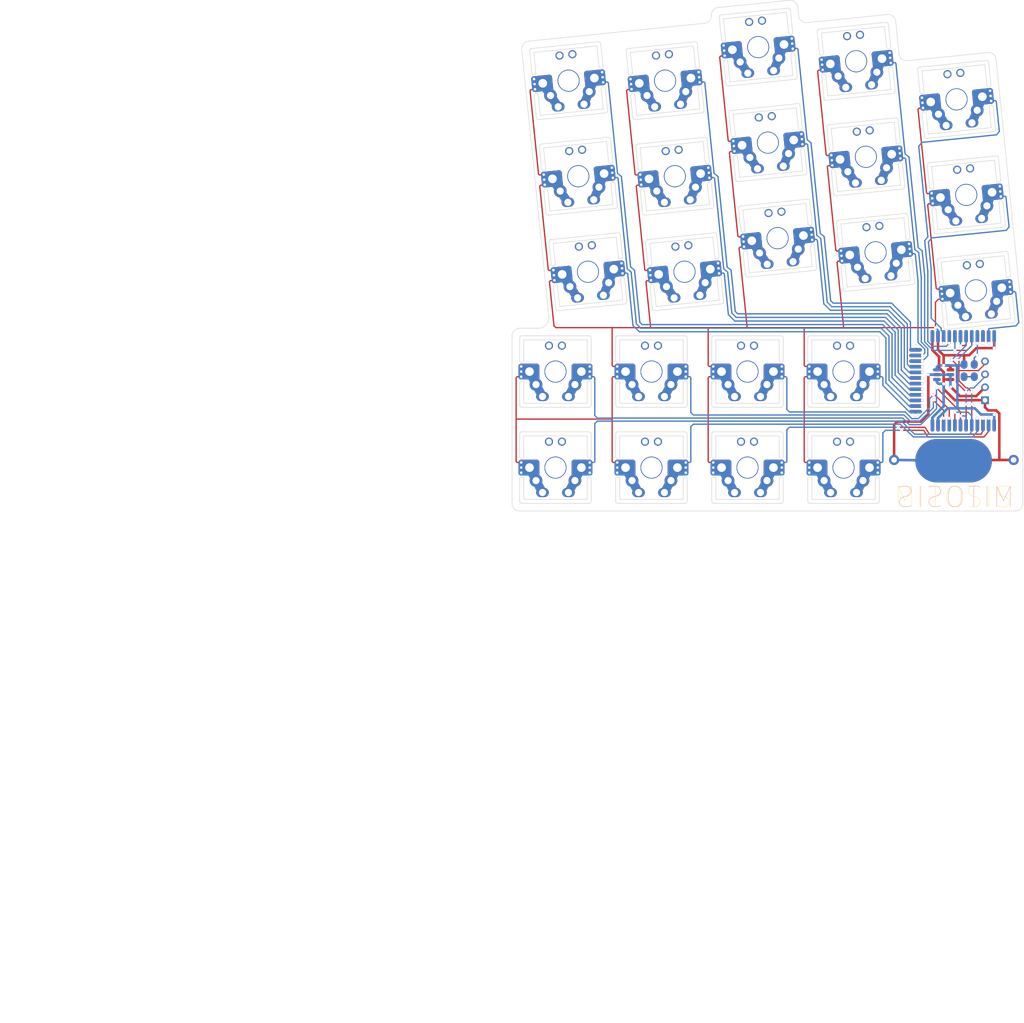
<source format=kicad_pcb>
(kicad_pcb (version 4) (host pcbnew 4.0.6)
  (layers (0 F.Cu signal) (31 B.Cu signal) (34 B.Paste user) (35 F.Paste user) (36 B.SilkS user) (37 F.SilkS user) (38 B.Mask user) (39 F.Mask user) (44 Edge.Cuts user))
  (net 0 "")
  (net 1 S23)
  (net 2 S22)
  (net 3 S21)
  (net 4 S20)
  (net 5 S19)
  (net 6 S18)
  (net 7 S17)
  (net 8 S16)
  (net 9 S15)
  (net 10 S14)
  (net 11 S13)
  (net 12 S12)
  (net 13 S11)
  (net 14 S10)
  (net 15 S9)
  (net 16 S8)
  (net 17 S7)
  (net 18 S6)
  (net 19 S5)
  (net 20 S4)
  (net 21 S3)
  (net 22 S2)
  (net 23 S1)
  (net 24 GND)
  (net 25 VCC)
  (net 26 SWDIO)
  (net 27 SWCLK)
  (net 28 W23)
  (net 29 W26)
  (net 30 GND_P)
  (net 31 L1)
  (net 32 L2)
  (net 33 LED)
  (module cherry (layer F.Cu) (at 43.71443 29.74736)
    (fp_text reference S2 hide)
    (fp_text value Switch hide)
    (pad 7 thru_hole circle (at -6.76675 -0.31781 5.8) (size 1 1) (drill 0.5) (layers *.Cu *.Paste *.Mask) (net 24 GND))
    (pad 11 thru_hole circle (at -6.56464 1.67196 5.8) (size 1 1) (drill 0.5) (layers *.Cu *.Paste *.Mask) (net 24 GND))
    (pad 9 thru_hole circle (at -6.6657 0.67708 5.8) (size 1 1) (drill 0.5) (layers *.Cu *.Paste *.Mask) (net 24 GND))
    (pad 4 thru_hole oval (at 3.01983 4.59515 5.8) (size 2.5 1.8) (drill 1.4) (layers *.Cu *.Paste *.Mask) (net 22 S2))
    (pad 1 thru_hole circle (at -3.53381 2.91202 5.8) (size 2.5 2.5) (drill 1.4) (layers *.Cu *.Paste *.Mask) (net 24 GND))
    (pad 3 thru_hole oval (at -2.03416 5.10852 5.8) (size 2.5 1.8) (drill 1.4) (layers *.Cu *.Paste *.Mask) (net 24 GND))
    (pad 2 thru_hole circle (at 4.04718 2.14197 5.8) (size 2.5 2.5) (drill 1.4) (layers *.Cu *.Paste *.Mask) (net 22 S2))
    (pad 5 thru_hole circle (at -5.05399 0.51337 5.8) (size 2 2) (drill 1.7018) (layers *.Cu *.Paste *.Mask) (net 24 GND))
    (pad 6 thru_hole circle (at 5.054 -0.51337 5.8) (size 2 2) (drill 1.7018) (layers *.Cu *.Paste *.Mask) (net 22 S2))
    (pad 0 thru_hole circle (at 0 0 5.8) (size 4.3 4.3) (drill 3.9878) (layers *.Cu *.Paste *.Mask))
    (pad 10 thru_hole circle (at 6.6657 -0.67708 185.8) (size 1 1) (drill 0.5) (layers *.Cu *.Paste *.Mask) (net 22 S2))
    (pad 8 thru_hole circle (at 6.56465 -1.67196 185.8) (size 1 1) (drill 0.5) (layers *.Cu *.Paste *.Mask) (net 22 S2))
    (pad 12 thru_hole circle (at 6.76676 0.3178 185.8) (size 1 1) (drill 0.5) (layers *.Cu *.Paste *.Mask) (net 22 S2))
    (pad 0 thru_hole circle (at 0.75014 -5.18234 5.8) (size 1.6 1.6) (drill 1.1) (layers *.Cu *.Paste *.Mask))
    (pad 0 thru_hole circle (at -1.77686 -4.92565 5.8) (size 1.6 1.6) (drill 1.1) (layers *.Cu *.Paste *.Mask))
  )
  (module cherry (layer F.Cu) (at 61.94323 23.17156)
    (fp_text reference S3 hide)
    (fp_text value Switch hide)
    (pad 7 thru_hole circle (at -6.76676 -0.3178 5.8) (size 1 1) (drill 0.5) (layers *.Cu *.Paste *.Mask) (net 24 GND))
    (pad 11 thru_hole circle (at -6.56465 1.67196 5.8) (size 1 1) (drill 0.5) (layers *.Cu *.Paste *.Mask) (net 24 GND))
    (pad 9 thru_hole circle (at -6.6657 0.67708 5.8) (size 1 1) (drill 0.5) (layers *.Cu *.Paste *.Mask) (net 24 GND))
    (pad 4 thru_hole oval (at 3.01983 4.59515 5.8) (size 2.5 1.8) (drill 1.4) (layers *.Cu *.Paste *.Mask) (net 21 S3))
    (pad 1 thru_hole circle (at -3.53382 2.91202 5.8) (size 2.5 2.5) (drill 1.4) (layers *.Cu *.Paste *.Mask) (net 24 GND))
    (pad 3 thru_hole oval (at -2.03417 5.10852 5.8) (size 2.5 1.8) (drill 1.4) (layers *.Cu *.Paste *.Mask) (net 24 GND))
    (pad 2 thru_hole circle (at 4.04717 2.14197 5.8) (size 2.5 2.5) (drill 1.4) (layers *.Cu *.Paste *.Mask) (net 21 S3))
    (pad 5 thru_hole circle (at -5.054 0.51337 5.8) (size 2 2) (drill 1.7018) (layers *.Cu *.Paste *.Mask) (net 24 GND))
    (pad 6 thru_hole circle (at 5.05399 -0.51337 5.8) (size 2 2) (drill 1.7018) (layers *.Cu *.Paste *.Mask) (net 21 S3))
    (pad 0 thru_hole circle (at 0 0 5.8) (size 4.3 4.3) (drill 3.9878) (layers *.Cu *.Paste *.Mask))
    (pad 10 thru_hole circle (at 6.6657 -0.67708 185.8) (size 1 1) (drill 0.5) (layers *.Cu *.Paste *.Mask) (net 21 S3))
    (pad 8 thru_hole circle (at 6.56464 -1.67196 185.8) (size 1 1) (drill 0.5) (layers *.Cu *.Paste *.Mask) (net 21 S3))
    (pad 12 thru_hole circle (at 6.76675 0.31781 185.8) (size 1 1) (drill 0.5) (layers *.Cu *.Paste *.Mask) (net 21 S3))
    (pad 0 thru_hole circle (at 0.75013 -5.18234 5.8) (size 1.6 1.6) (drill 1.1) (layers *.Cu *.Paste *.Mask))
    (pad 0 thru_hole circle (at -1.77687 -4.92565 5.8) (size 1.6 1.6) (drill 1.1) (layers *.Cu *.Paste *.Mask))
  )
  (module cherry (layer F.Cu) (at 81.12195 25.94764)
    (fp_text reference S4 hide)
    (fp_text value Switch hide)
    (pad 7 thru_hole circle (at -6.76676 -0.3178 5.8) (size 1 1) (drill 0.5) (layers *.Cu *.Paste *.Mask) (net 24 GND))
    (pad 11 thru_hole circle (at -6.56465 1.67196 5.8) (size 1 1) (drill 0.5) (layers *.Cu *.Paste *.Mask) (net 24 GND))
    (pad 9 thru_hole circle (at -6.6657 0.67708 5.8) (size 1 1) (drill 0.5) (layers *.Cu *.Paste *.Mask) (net 24 GND))
    (pad 4 thru_hole oval (at 3.01983 4.59516 5.8) (size 2.5 1.8) (drill 1.4) (layers *.Cu *.Paste *.Mask) (net 20 S4))
    (pad 1 thru_hole circle (at -3.53382 2.91202 5.8) (size 2.5 2.5) (drill 1.4) (layers *.Cu *.Paste *.Mask) (net 24 GND))
    (pad 3 thru_hole oval (at -2.03417 5.10852 5.8) (size 2.5 1.8) (drill 1.4) (layers *.Cu *.Paste *.Mask) (net 24 GND))
    (pad 2 thru_hole circle (at 4.04717 2.14197 5.8) (size 2.5 2.5) (drill 1.4) (layers *.Cu *.Paste *.Mask) (net 20 S4))
    (pad 5 thru_hole circle (at -5.054 0.51337 5.8) (size 2 2) (drill 1.7018) (layers *.Cu *.Paste *.Mask) (net 24 GND))
    (pad 6 thru_hole circle (at 5.05399 -0.51336 5.8) (size 2 2) (drill 1.7018) (layers *.Cu *.Paste *.Mask) (net 20 S4))
    (pad 0 thru_hole circle (at 0 0 5.8) (size 4.3 4.3) (drill 3.9878) (layers *.Cu *.Paste *.Mask))
    (pad 10 thru_hole circle (at 6.6657 -0.67707 185.8) (size 1 1) (drill 0.5) (layers *.Cu *.Paste *.Mask) (net 20 S4))
    (pad 8 thru_hole circle (at 6.56464 -1.67195 185.8) (size 1 1) (drill 0.5) (layers *.Cu *.Paste *.Mask) (net 20 S4))
    (pad 12 thru_hole circle (at 6.76675 0.31781 185.8) (size 1 1) (drill 0.5) (layers *.Cu *.Paste *.Mask) (net 20 S4))
    (pad 0 thru_hole circle (at 0.75013 -5.18233 5.8) (size 1.6 1.6) (drill 1.1) (layers *.Cu *.Paste *.Mask))
    (pad 0 thru_hole circle (at -1.77687 -4.92565 5.8) (size 1.6 1.6) (drill 1.1) (layers *.Cu *.Paste *.Mask))
  )
  (module cherry (layer F.Cu) (at 100.77563 33.39966)
    (fp_text reference S5 hide)
    (fp_text value Switch hide)
    (pad 7 thru_hole circle (at -6.76675 -0.3178 5.8) (size 1 1) (drill 0.5) (layers *.Cu *.Paste *.Mask) (net 24 GND))
    (pad 11 thru_hole circle (at -6.56464 1.67196 5.8) (size 1 1) (drill 0.5) (layers *.Cu *.Paste *.Mask) (net 24 GND))
    (pad 9 thru_hole circle (at -6.6657 0.67708 5.8) (size 1 1) (drill 0.5) (layers *.Cu *.Paste *.Mask) (net 24 GND))
    (pad 4 thru_hole oval (at 3.01983 4.59515 5.8) (size 2.5 1.8) (drill 1.4) (layers *.Cu *.Paste *.Mask) (net 19 S5))
    (pad 1 thru_hole circle (at -3.53381 2.91202 5.8) (size 2.5 2.5) (drill 1.4) (layers *.Cu *.Paste *.Mask) (net 24 GND))
    (pad 3 thru_hole oval (at -2.03416 5.10852 5.8) (size 2.5 1.8) (drill 1.4) (layers *.Cu *.Paste *.Mask) (net 24 GND))
    (pad 2 thru_hole circle (at 4.04718 2.14197 5.8) (size 2.5 2.5) (drill 1.4) (layers *.Cu *.Paste *.Mask) (net 19 S5))
    (pad 5 thru_hole circle (at -5.05399 0.51337 5.8) (size 2 2) (drill 1.7018) (layers *.Cu *.Paste *.Mask) (net 24 GND))
    (pad 6 thru_hole circle (at 5.054 -0.51336 5.8) (size 2 2) (drill 1.7018) (layers *.Cu *.Paste *.Mask) (net 19 S5))
    (pad 0 thru_hole circle (at 0 0 5.8) (size 4.3 4.3) (drill 3.9878) (layers *.Cu *.Paste *.Mask))
    (pad 10 thru_hole circle (at 6.6657 -0.67707 185.8) (size 1 1) (drill 0.5) (layers *.Cu *.Paste *.Mask) (net 19 S5))
    (pad 8 thru_hole circle (at 6.56465 -1.67195 185.8) (size 1 1) (drill 0.5) (layers *.Cu *.Paste *.Mask) (net 19 S5))
    (pad 12 thru_hole circle (at 6.76676 0.31781 185.8) (size 1 1) (drill 0.5) (layers *.Cu *.Paste *.Mask) (net 19 S5))
    (pad 0 thru_hole circle (at 0.75014 -5.18233 5.8) (size 1.6 1.6) (drill 1.1) (layers *.Cu *.Paste *.Mask))
    (pad 0 thru_hole circle (at -1.77686 -4.92565 5.8) (size 1.6 1.6) (drill 1.1) (layers *.Cu *.Paste *.Mask))
  )
  (module cherry (layer F.Cu) (at 26.71752 48.45075)
    (fp_text reference S6 hide)
    (fp_text value Switch hide)
    (pad 7 thru_hole circle (at -6.76676 -0.3178 5.8) (size 1 1) (drill 0.5) (layers *.Cu *.Paste *.Mask) (net 24 GND))
    (pad 11 thru_hole circle (at -6.56465 1.67196 5.8) (size 1 1) (drill 0.5) (layers *.Cu *.Paste *.Mask) (net 24 GND))
    (pad 9 thru_hole circle (at -6.6657 0.67708 5.8) (size 1 1) (drill 0.5) (layers *.Cu *.Paste *.Mask) (net 24 GND))
    (pad 4 thru_hole oval (at 3.01982 4.59515 5.8) (size 2.5 1.8) (drill 1.4) (layers *.Cu *.Paste *.Mask) (net 18 S6))
    (pad 1 thru_hole circle (at -3.53382 2.91202 5.8) (size 2.5 2.5) (drill 1.4) (layers *.Cu *.Paste *.Mask) (net 24 GND))
    (pad 3 thru_hole oval (at -2.03417 5.10852 5.8) (size 2.5 1.8) (drill 1.4) (layers *.Cu *.Paste *.Mask) (net 24 GND))
    (pad 2 thru_hole circle (at 4.04717 2.14197 5.8) (size 2.5 2.5) (drill 1.4) (layers *.Cu *.Paste *.Mask) (net 18 S6))
    (pad 5 thru_hole circle (at -5.054 0.51337 5.8) (size 2 2) (drill 1.7018) (layers *.Cu *.Paste *.Mask) (net 24 GND))
    (pad 6 thru_hole circle (at 5.05399 -0.51336 5.8) (size 2 2) (drill 1.7018) (layers *.Cu *.Paste *.Mask) (net 18 S6))
    (pad 0 thru_hole circle (at 0 0 5.8) (size 4.3 4.3) (drill 3.9878) (layers *.Cu *.Paste *.Mask))
    (pad 10 thru_hole circle (at 6.6657 -0.67707 185.8) (size 1 1) (drill 0.5) (layers *.Cu *.Paste *.Mask) (net 18 S6))
    (pad 8 thru_hole circle (at 6.56464 -1.67195 185.8) (size 1 1) (drill 0.5) (layers *.Cu *.Paste *.Mask) (net 18 S6))
    (pad 12 thru_hole circle (at 6.76675 0.31781 185.8) (size 1 1) (drill 0.5) (layers *.Cu *.Paste *.Mask) (net 18 S6))
    (pad 0 thru_hole circle (at 0.75013 -5.18233 5.8) (size 1.6 1.6) (drill 1.1) (layers *.Cu *.Paste *.Mask))
    (pad 0 thru_hole circle (at -1.77687 -4.92565 5.8) (size 1.6 1.6) (drill 1.1) (layers *.Cu *.Paste *.Mask))
  )
  (module cherry (layer F.Cu) (at 45.61429 48.45112)
    (fp_text reference S7 hide)
    (fp_text value Switch hide)
    (pad 7 thru_hole circle (at -6.76675 -0.31781 5.8) (size 1 1) (drill 0.5) (layers *.Cu *.Paste *.Mask) (net 24 GND))
    (pad 11 thru_hole circle (at -6.56464 1.67196 5.8) (size 1 1) (drill 0.5) (layers *.Cu *.Paste *.Mask) (net 24 GND))
    (pad 9 thru_hole circle (at -6.6657 0.67708 5.8) (size 1 1) (drill 0.5) (layers *.Cu *.Paste *.Mask) (net 24 GND))
    (pad 4 thru_hole oval (at 3.01983 4.59515 5.8) (size 2.5 1.8) (drill 1.4) (layers *.Cu *.Paste *.Mask) (net 17 S7))
    (pad 1 thru_hole circle (at -3.53381 2.91202 5.8) (size 2.5 2.5) (drill 1.4) (layers *.Cu *.Paste *.Mask) (net 24 GND))
    (pad 3 thru_hole oval (at -2.03416 5.10852 5.8) (size 2.5 1.8) (drill 1.4) (layers *.Cu *.Paste *.Mask) (net 24 GND))
    (pad 2 thru_hole circle (at 4.04718 2.14197 5.8) (size 2.5 2.5) (drill 1.4) (layers *.Cu *.Paste *.Mask) (net 17 S7))
    (pad 5 thru_hole circle (at -5.05399 0.51337 5.8) (size 2 2) (drill 1.7018) (layers *.Cu *.Paste *.Mask) (net 24 GND))
    (pad 6 thru_hole circle (at 5.054 -0.51337 5.8) (size 2 2) (drill 1.7018) (layers *.Cu *.Paste *.Mask) (net 17 S7))
    (pad 0 thru_hole circle (at 0 0 5.8) (size 4.3 4.3) (drill 3.9878) (layers *.Cu *.Paste *.Mask))
    (pad 10 thru_hole circle (at 6.6657 -0.67708 185.8) (size 1 1) (drill 0.5) (layers *.Cu *.Paste *.Mask) (net 17 S7))
    (pad 8 thru_hole circle (at 6.56465 -1.67196 185.8) (size 1 1) (drill 0.5) (layers *.Cu *.Paste *.Mask) (net 17 S7))
    (pad 12 thru_hole circle (at 6.76676 0.3178 185.8) (size 1 1) (drill 0.5) (layers *.Cu *.Paste *.Mask) (net 17 S7))
    (pad 0 thru_hole circle (at 0.75014 -5.18234 5.8) (size 1.6 1.6) (drill 1.1) (layers *.Cu *.Paste *.Mask))
    (pad 0 thru_hole circle (at -1.77686 -4.92565 5.8) (size 1.6 1.6) (drill 1.1) (layers *.Cu *.Paste *.Mask))
  )
  (module cherry (layer F.Cu) (at 63.84309 41.87532)
    (fp_text reference S8 hide)
    (fp_text value Switch hide)
    (pad 7 thru_hole circle (at -6.76676 -0.3178 5.8) (size 1 1) (drill 0.5) (layers *.Cu *.Paste *.Mask) (net 24 GND))
    (pad 11 thru_hole circle (at -6.56465 1.67196 5.8) (size 1 1) (drill 0.5) (layers *.Cu *.Paste *.Mask) (net 24 GND))
    (pad 9 thru_hole circle (at -6.6657 0.67708 5.8) (size 1 1) (drill 0.5) (layers *.Cu *.Paste *.Mask) (net 24 GND))
    (pad 4 thru_hole oval (at 3.01982 4.59515 5.8) (size 2.5 1.8) (drill 1.4) (layers *.Cu *.Paste *.Mask) (net 16 S8))
    (pad 1 thru_hole circle (at -3.53382 2.91202 5.8) (size 2.5 2.5) (drill 1.4) (layers *.Cu *.Paste *.Mask) (net 24 GND))
    (pad 3 thru_hole oval (at -2.03417 5.10852 5.8) (size 2.5 1.8) (drill 1.4) (layers *.Cu *.Paste *.Mask) (net 24 GND))
    (pad 2 thru_hole circle (at 4.04717 2.14197 5.8) (size 2.5 2.5) (drill 1.4) (layers *.Cu *.Paste *.Mask) (net 16 S8))
    (pad 5 thru_hole circle (at -5.054 0.51337 5.8) (size 2 2) (drill 1.7018) (layers *.Cu *.Paste *.Mask) (net 24 GND))
    (pad 6 thru_hole circle (at 5.05399 -0.51337 5.8) (size 2 2) (drill 1.7018) (layers *.Cu *.Paste *.Mask) (net 16 S8))
    (pad 0 thru_hole circle (at 0 0 5.8) (size 4.3 4.3) (drill 3.9878) (layers *.Cu *.Paste *.Mask))
    (pad 10 thru_hole circle (at 6.66569 -0.67708 185.8) (size 1 1) (drill 0.5) (layers *.Cu *.Paste *.Mask) (net 16 S8))
    (pad 8 thru_hole circle (at 6.56464 -1.67196 185.8) (size 1 1) (drill 0.5) (layers *.Cu *.Paste *.Mask) (net 16 S8))
    (pad 12 thru_hole circle (at 6.76675 0.3178 185.8) (size 1 1) (drill 0.5) (layers *.Cu *.Paste *.Mask) (net 16 S8))
    (pad 0 thru_hole circle (at 0.75013 -5.18234 5.8) (size 1.6 1.6) (drill 1.1) (layers *.Cu *.Paste *.Mask))
    (pad 0 thru_hole circle (at -1.77687 -4.92565 5.8) (size 1.6 1.6) (drill 1.1) (layers *.Cu *.Paste *.Mask))
  )
  (module cherry (layer F.Cu) (at 83.02181 44.6514)
    (fp_text reference S9 hide)
    (fp_text value Switch hide)
    (pad 7 thru_hole circle (at -6.76676 -0.3178 5.8) (size 1 1) (drill 0.5) (layers *.Cu *.Paste *.Mask) (net 24 GND))
    (pad 11 thru_hole circle (at -6.56465 1.67196 5.8) (size 1 1) (drill 0.5) (layers *.Cu *.Paste *.Mask) (net 24 GND))
    (pad 9 thru_hole circle (at -6.6657 0.67708 5.8) (size 1 1) (drill 0.5) (layers *.Cu *.Paste *.Mask) (net 24 GND))
    (pad 4 thru_hole oval (at 3.01982 4.59515 5.8) (size 2.5 1.8) (drill 1.4) (layers *.Cu *.Paste *.Mask) (net 15 S9))
    (pad 1 thru_hole circle (at -3.53382 2.91202 5.8) (size 2.5 2.5) (drill 1.4) (layers *.Cu *.Paste *.Mask) (net 24 GND))
    (pad 3 thru_hole oval (at -2.03417 5.10852 5.8) (size 2.5 1.8) (drill 1.4) (layers *.Cu *.Paste *.Mask) (net 24 GND))
    (pad 2 thru_hole circle (at 4.04717 2.14197 5.8) (size 2.5 2.5) (drill 1.4) (layers *.Cu *.Paste *.Mask) (net 15 S9))
    (pad 5 thru_hole circle (at -5.054 0.51337 5.8) (size 2 2) (drill 1.7018) (layers *.Cu *.Paste *.Mask) (net 24 GND))
    (pad 6 thru_hole circle (at 5.05399 -0.51337 5.8) (size 2 2) (drill 1.7018) (layers *.Cu *.Paste *.Mask) (net 15 S9))
    (pad 0 thru_hole circle (at 0 0 5.8) (size 4.3 4.3) (drill 3.9878) (layers *.Cu *.Paste *.Mask))
    (pad 10 thru_hole circle (at 6.66569 -0.67708 185.8) (size 1 1) (drill 0.5) (layers *.Cu *.Paste *.Mask) (net 15 S9))
    (pad 8 thru_hole circle (at 6.56464 -1.67196 185.8) (size 1 1) (drill 0.5) (layers *.Cu *.Paste *.Mask) (net 15 S9))
    (pad 12 thru_hole circle (at 6.76675 0.31781 185.8) (size 1 1) (drill 0.5) (layers *.Cu *.Paste *.Mask) (net 15 S9))
    (pad 0 thru_hole circle (at 0.75013 -5.18234 5.8) (size 1.6 1.6) (drill 1.1) (layers *.Cu *.Paste *.Mask))
    (pad 0 thru_hole circle (at -1.77687 -4.92565 5.8) (size 1.6 1.6) (drill 1.1) (layers *.Cu *.Paste *.Mask))
  )
  (module cherry (layer F.Cu) (at 102.67549 52.10342)
    (fp_text reference S10 hide)
    (fp_text value Switch hide)
    (pad 7 thru_hole circle (at -6.76675 -0.3178 5.8) (size 1 1) (drill 0.5) (layers *.Cu *.Paste *.Mask) (net 24 GND))
    (pad 11 thru_hole circle (at -6.56464 1.67196 5.8) (size 1 1) (drill 0.5) (layers *.Cu *.Paste *.Mask) (net 24 GND))
    (pad 9 thru_hole circle (at -6.6657 0.67708 5.8) (size 1 1) (drill 0.5) (layers *.Cu *.Paste *.Mask) (net 24 GND))
    (pad 4 thru_hole oval (at 3.01983 4.59515 5.8) (size 2.5 1.8) (drill 1.4) (layers *.Cu *.Paste *.Mask) (net 14 S10))
    (pad 1 thru_hole circle (at -3.53381 2.91202 5.8) (size 2.5 2.5) (drill 1.4) (layers *.Cu *.Paste *.Mask) (net 24 GND))
    (pad 3 thru_hole oval (at -2.03416 5.10852 5.8) (size 2.5 1.8) (drill 1.4) (layers *.Cu *.Paste *.Mask) (net 24 GND))
    (pad 2 thru_hole circle (at 4.04718 2.14197 5.8) (size 2.5 2.5) (drill 1.4) (layers *.Cu *.Paste *.Mask) (net 14 S10))
    (pad 5 thru_hole circle (at -5.05399 0.51337 5.8) (size 2 2) (drill 1.7018) (layers *.Cu *.Paste *.Mask) (net 24 GND))
    (pad 6 thru_hole circle (at 5.054 -0.51337 5.8) (size 2 2) (drill 1.7018) (layers *.Cu *.Paste *.Mask) (net 14 S10))
    (pad 0 thru_hole circle (at 0 0 5.8) (size 4.3 4.3) (drill 3.9878) (layers *.Cu *.Paste *.Mask))
    (pad 10 thru_hole circle (at 6.6657 -0.67708 185.8) (size 1 1) (drill 0.5) (layers *.Cu *.Paste *.Mask) (net 14 S10))
    (pad 8 thru_hole circle (at 6.56464 -1.67196 185.8) (size 1 1) (drill 0.5) (layers *.Cu *.Paste *.Mask) (net 14 S10))
    (pad 12 thru_hole circle (at 6.76676 0.3178 185.8) (size 1 1) (drill 0.5) (layers *.Cu *.Paste *.Mask) (net 14 S10))
    (pad 0 thru_hole circle (at 0.75014 -5.18234 5.8) (size 1.6 1.6) (drill 1.1) (layers *.Cu *.Paste *.Mask))
    (pad 0 thru_hole circle (at -1.77686 -4.92565 5.8) (size 1.6 1.6) (drill 1.1) (layers *.Cu *.Paste *.Mask))
  )
  (module cherry (layer F.Cu) (at 28.61738 67.15451)
    (fp_text reference S11 hide)
    (fp_text value Switch hide)
    (pad 7 thru_hole circle (at -6.76676 -0.31781 5.8) (size 1 1) (drill 0.5) (layers *.Cu *.Paste *.Mask) (net 24 GND))
    (pad 11 thru_hole circle (at -6.56465 1.67196 5.8) (size 1 1) (drill 0.5) (layers *.Cu *.Paste *.Mask) (net 24 GND))
    (pad 9 thru_hole circle (at -6.6657 0.67708 5.8) (size 1 1) (drill 0.5) (layers *.Cu *.Paste *.Mask) (net 24 GND))
    (pad 4 thru_hole oval (at 3.01982 4.59515 5.8) (size 2.5 1.8) (drill 1.4) (layers *.Cu *.Paste *.Mask) (net 13 S11))
    (pad 1 thru_hole circle (at -3.53382 2.91202 5.8) (size 2.5 2.5) (drill 1.4) (layers *.Cu *.Paste *.Mask) (net 24 GND))
    (pad 3 thru_hole oval (at -2.03417 5.10851 5.8) (size 2.5 1.8) (drill 1.4) (layers *.Cu *.Paste *.Mask) (net 24 GND))
    (pad 2 thru_hole circle (at 4.04717 2.14197 5.8) (size 2.5 2.5) (drill 1.4) (layers *.Cu *.Paste *.Mask) (net 13 S11))
    (pad 5 thru_hole circle (at -5.054 0.51336 5.8) (size 2 2) (drill 1.7018) (layers *.Cu *.Paste *.Mask) (net 24 GND))
    (pad 6 thru_hole circle (at 5.05399 -0.51337 5.8) (size 2 2) (drill 1.7018) (layers *.Cu *.Paste *.Mask) (net 13 S11))
    (pad 0 thru_hole circle (at 0 0 5.8) (size 4.3 4.3) (drill 3.9878) (layers *.Cu *.Paste *.Mask))
    (pad 10 thru_hole circle (at 6.66569 -0.67708 185.8) (size 1 1) (drill 0.5) (layers *.Cu *.Paste *.Mask) (net 13 S11))
    (pad 8 thru_hole circle (at 6.56464 -1.67196 185.8) (size 1 1) (drill 0.5) (layers *.Cu *.Paste *.Mask) (net 13 S11))
    (pad 12 thru_hole circle (at 6.76675 0.3178 185.8) (size 1 1) (drill 0.5) (layers *.Cu *.Paste *.Mask) (net 13 S11))
    (pad 0 thru_hole circle (at 0.75013 -5.18234 5.8) (size 1.6 1.6) (drill 1.1) (layers *.Cu *.Paste *.Mask))
    (pad 0 thru_hole circle (at -1.77687 -4.92565 5.8) (size 1.6 1.6) (drill 1.1) (layers *.Cu *.Paste *.Mask))
  )
  (module cherry (layer F.Cu) (at 47.51415 67.15487)
    (fp_text reference S12 hide)
    (fp_text value Switch hide)
    (pad 7 thru_hole circle (at -6.76676 -0.3178 5.8) (size 1 1) (drill 0.5) (layers *.Cu *.Paste *.Mask) (net 24 GND))
    (pad 11 thru_hole circle (at -6.56464 1.67196 5.8) (size 1 1) (drill 0.5) (layers *.Cu *.Paste *.Mask) (net 24 GND))
    (pad 9 thru_hole circle (at -6.6657 0.67708 5.8) (size 1 1) (drill 0.5) (layers *.Cu *.Paste *.Mask) (net 24 GND))
    (pad 4 thru_hole oval (at 3.01983 4.59516 5.8) (size 2.5 1.8) (drill 1.4) (layers *.Cu *.Paste *.Mask) (net 12 S12))
    (pad 1 thru_hole circle (at -3.53381 2.91202 5.8) (size 2.5 2.5) (drill 1.4) (layers *.Cu *.Paste *.Mask) (net 24 GND))
    (pad 3 thru_hole oval (at -2.03417 5.10852 5.8) (size 2.5 1.8) (drill 1.4) (layers *.Cu *.Paste *.Mask) (net 24 GND))
    (pad 2 thru_hole circle (at 4.04718 2.14198 5.8) (size 2.5 2.5) (drill 1.4) (layers *.Cu *.Paste *.Mask) (net 12 S12))
    (pad 5 thru_hole circle (at -5.05399 0.51337 5.8) (size 2 2) (drill 1.7018) (layers *.Cu *.Paste *.Mask) (net 24 GND))
    (pad 6 thru_hole circle (at 5.05399 -0.51336 5.8) (size 2 2) (drill 1.7018) (layers *.Cu *.Paste *.Mask) (net 12 S12))
    (pad 0 thru_hole circle (at 0 0 5.8) (size 4.3 4.3) (drill 3.9878) (layers *.Cu *.Paste *.Mask))
    (pad 10 thru_hole circle (at 6.6657 -0.67707 185.8) (size 1 1) (drill 0.5) (layers *.Cu *.Paste *.Mask) (net 12 S12))
    (pad 8 thru_hole circle (at 6.56464 -1.67195 185.8) (size 1 1) (drill 0.5) (layers *.Cu *.Paste *.Mask) (net 12 S12))
    (pad 12 thru_hole circle (at 6.76676 0.31781 185.8) (size 1 1) (drill 0.5) (layers *.Cu *.Paste *.Mask) (net 12 S12))
    (pad 0 thru_hole circle (at 0.75013 -5.18233 5.8) (size 1.6 1.6) (drill 1.1) (layers *.Cu *.Paste *.Mask))
    (pad 0 thru_hole circle (at -1.77687 -4.92565 5.8) (size 1.6 1.6) (drill 1.1) (layers *.Cu *.Paste *.Mask))
  )
  (module cherry (layer F.Cu) (at 65.74294 60.57907)
    (fp_text reference S13 hide)
    (fp_text value Switch hide)
    (pad 7 thru_hole circle (at -6.76675 -0.3178 5.8) (size 1 1) (drill 0.5) (layers *.Cu *.Paste *.Mask) (net 24 GND))
    (pad 11 thru_hole circle (at -6.56464 1.67196 5.8) (size 1 1) (drill 0.5) (layers *.Cu *.Paste *.Mask) (net 24 GND))
    (pad 9 thru_hole circle (at -6.6657 0.67708 5.8) (size 1 1) (drill 0.5) (layers *.Cu *.Paste *.Mask) (net 24 GND))
    (pad 4 thru_hole oval (at 3.01983 4.59516 5.8) (size 2.5 1.8) (drill 1.4) (layers *.Cu *.Paste *.Mask) (net 11 S13))
    (pad 1 thru_hole circle (at -3.53381 2.91203 5.8) (size 2.5 2.5) (drill 1.4) (layers *.Cu *.Paste *.Mask) (net 24 GND))
    (pad 3 thru_hole oval (at -2.03416 5.10852 5.8) (size 2.5 1.8) (drill 1.4) (layers *.Cu *.Paste *.Mask) (net 24 GND))
    (pad 2 thru_hole circle (at 4.04718 2.14198 5.8) (size 2.5 2.5) (drill 1.4) (layers *.Cu *.Paste *.Mask) (net 11 S13))
    (pad 5 thru_hole circle (at -5.05399 0.51337 5.8) (size 2 2) (drill 1.7018) (layers *.Cu *.Paste *.Mask) (net 24 GND))
    (pad 6 thru_hole circle (at 5.054 -0.51336 5.8) (size 2 2) (drill 1.7018) (layers *.Cu *.Paste *.Mask) (net 11 S13))
    (pad 0 thru_hole circle (at 0 0 5.8) (size 4.3 4.3) (drill 3.9878) (layers *.Cu *.Paste *.Mask))
    (pad 10 thru_hole circle (at 6.6657 -0.67707 185.8) (size 1 1) (drill 0.5) (layers *.Cu *.Paste *.Mask) (net 11 S13))
    (pad 8 thru_hole circle (at 6.56464 -1.67195 185.8) (size 1 1) (drill 0.5) (layers *.Cu *.Paste *.Mask) (net 11 S13))
    (pad 12 thru_hole circle (at 6.76676 0.31781 185.8) (size 1 1) (drill 0.5) (layers *.Cu *.Paste *.Mask) (net 11 S13))
    (pad 0 thru_hole circle (at 0.75014 -5.18233 5.8) (size 1.6 1.6) (drill 1.1) (layers *.Cu *.Paste *.Mask))
    (pad 0 thru_hole circle (at -1.77686 -4.92565 5.8) (size 1.6 1.6) (drill 1.1) (layers *.Cu *.Paste *.Mask))
  )
  (module cherry (layer F.Cu) (at 84.92166 63.35516)
    (fp_text reference S14 hide)
    (fp_text value Switch hide)
    (pad 7 thru_hole circle (at -6.76675 -0.31781 5.8) (size 1 1) (drill 0.5) (layers *.Cu *.Paste *.Mask) (net 24 GND))
    (pad 11 thru_hole circle (at -6.56464 1.67195 5.8) (size 1 1) (drill 0.5) (layers *.Cu *.Paste *.Mask) (net 24 GND))
    (pad 9 thru_hole circle (at -6.66569 0.67707 5.8) (size 1 1) (drill 0.5) (layers *.Cu *.Paste *.Mask) (net 24 GND))
    (pad 4 thru_hole oval (at 3.01983 4.59515 5.8) (size 2.5 1.8) (drill 1.4) (layers *.Cu *.Paste *.Mask) (net 10 S14))
    (pad 1 thru_hole circle (at -3.53381 2.91202 5.8) (size 2.5 2.5) (drill 1.4) (layers *.Cu *.Paste *.Mask) (net 24 GND))
    (pad 3 thru_hole oval (at -2.03416 5.10851 5.8) (size 2.5 1.8) (drill 1.4) (layers *.Cu *.Paste *.Mask) (net 24 GND))
    (pad 2 thru_hole circle (at 4.04718 2.14197 5.8) (size 2.5 2.5) (drill 1.4) (layers *.Cu *.Paste *.Mask) (net 10 S14))
    (pad 5 thru_hole circle (at -5.05399 0.51336 5.8) (size 2 2) (drill 1.7018) (layers *.Cu *.Paste *.Mask) (net 24 GND))
    (pad 6 thru_hole circle (at 5.054 -0.51337 5.8) (size 2 2) (drill 1.7018) (layers *.Cu *.Paste *.Mask) (net 10 S14))
    (pad 0 thru_hole circle (at 0 0 5.8) (size 4.3 4.3) (drill 3.9878) (layers *.Cu *.Paste *.Mask))
    (pad 10 thru_hole circle (at 6.6657 -0.67708 185.8) (size 1 1) (drill 0.5) (layers *.Cu *.Paste *.Mask) (net 10 S14))
    (pad 8 thru_hole circle (at 6.56465 -1.67196 185.8) (size 1 1) (drill 0.5) (layers *.Cu *.Paste *.Mask) (net 10 S14))
    (pad 12 thru_hole circle (at 6.76676 0.3178 185.8) (size 1 1) (drill 0.5) (layers *.Cu *.Paste *.Mask) (net 10 S14))
    (pad 0 thru_hole circle (at 0.75014 -5.18234 5.8) (size 1.6 1.6) (drill 1.1) (layers *.Cu *.Paste *.Mask))
    (pad 0 thru_hole circle (at -1.77686 -4.92566 5.8) (size 1.6 1.6) (drill 1.1) (layers *.Cu *.Paste *.Mask))
  )
  (module cherry (layer F.Cu) (at 104.57535 70.80717)
    (fp_text reference S15 hide)
    (fp_text value Switch hide)
    (pad 7 thru_hole circle (at -6.76675 -0.3178 5.8) (size 1 1) (drill 0.5) (layers *.Cu *.Paste *.Mask) (net 24 GND))
    (pad 11 thru_hole circle (at -6.56464 1.67196 5.8) (size 1 1) (drill 0.5) (layers *.Cu *.Paste *.Mask) (net 24 GND))
    (pad 9 thru_hole circle (at -6.6657 0.67708 5.8) (size 1 1) (drill 0.5) (layers *.Cu *.Paste *.Mask) (net 24 GND))
    (pad 4 thru_hole oval (at 3.01983 4.59516 5.8) (size 2.5 1.8) (drill 1.4) (layers *.Cu *.Paste *.Mask) (net 9 S15))
    (pad 1 thru_hole circle (at -3.53381 2.91203 5.8) (size 2.5 2.5) (drill 1.4) (layers *.Cu *.Paste *.Mask) (net 24 GND))
    (pad 3 thru_hole oval (at -2.03417 5.10852 5.8) (size 2.5 1.8) (drill 1.4) (layers *.Cu *.Paste *.Mask) (net 24 GND))
    (pad 2 thru_hole circle (at 4.04718 2.14198 5.8) (size 2.5 2.5) (drill 1.4) (layers *.Cu *.Paste *.Mask) (net 9 S15))
    (pad 5 thru_hole circle (at -5.05399 0.51337 5.8) (size 2 2) (drill 1.7018) (layers *.Cu *.Paste *.Mask) (net 24 GND))
    (pad 6 thru_hole circle (at 5.05399 -0.51336 5.8) (size 2 2) (drill 1.7018) (layers *.Cu *.Paste *.Mask) (net 9 S15))
    (pad 0 thru_hole circle (at 0 0 5.8) (size 4.3 4.3) (drill 3.9878) (layers *.Cu *.Paste *.Mask))
    (pad 10 thru_hole circle (at 6.6657 -0.67707 185.8) (size 1 1) (drill 0.5) (layers *.Cu *.Paste *.Mask) (net 9 S15))
    (pad 8 thru_hole circle (at 6.56464 -1.67195 185.8) (size 1 1) (drill 0.5) (layers *.Cu *.Paste *.Mask) (net 9 S15))
    (pad 12 thru_hole circle (at 6.76676 0.31781 185.8) (size 1 1) (drill 0.5) (layers *.Cu *.Paste *.Mask) (net 9 S15))
    (pad 0 thru_hole circle (at 0.75013 -5.18233 5.8) (size 1.6 1.6) (drill 1.1) (layers *.Cu *.Paste *.Mask))
    (pad 0 thru_hole circle (at -1.77686 -4.92565 5.8) (size 1.6 1.6) (drill 1.1) (layers *.Cu *.Paste *.Mask))
  )
  (module cherry (layer F.Cu) (at 22.25 86.7)
    (fp_text reference S16 hide)
    (fp_text value Switch hide)
    (pad 7 thru_hole circle (at -6.7 -1) (size 1 1) (drill 0.5) (layers *.Cu *.Paste *.Mask) (net 24 GND))
    (pad 11 thru_hole circle (at -6.7 1) (size 1 1) (drill 0.5) (layers *.Cu *.Paste *.Mask) (net 24 GND))
    (pad 9 thru_hole circle (at -6.7 0) (size 1 1) (drill 0.5) (layers *.Cu *.Paste *.Mask) (net 24 GND))
    (pad 4 thru_hole oval (at 2.54 4.8768) (size 2.5 1.8) (drill 1.4) (layers *.Cu *.Paste *.Mask) (net 8 S16))
    (pad 1 thru_hole circle (at -3.81 2.54) (size 2.5 2.5) (drill 1.4) (layers *.Cu *.Paste *.Mask) (net 24 GND))
    (pad 3 thru_hole oval (at -2.54 4.8768) (size 2.5 1.8) (drill 1.4) (layers *.Cu *.Paste *.Mask) (net 24 GND))
    (pad 2 thru_hole circle (at 3.81 2.54) (size 2.5 2.5) (drill 1.4) (layers *.Cu *.Paste *.Mask) (net 8 S16))
    (pad 5 thru_hole circle (at -5.08 0) (size 2 2) (drill 1.7018) (layers *.Cu *.Paste *.Mask) (net 24 GND))
    (pad 6 thru_hole circle (at 5.08 0) (size 2 2) (drill 1.7018) (layers *.Cu *.Paste *.Mask) (net 8 S16))
    (pad 0 thru_hole circle (at 0 0) (size 4.3 4.3) (drill 3.9878) (layers *.Cu *.Paste *.Mask))
    (pad 10 thru_hole circle (at 6.7 0 180) (size 1 1) (drill 0.5) (layers *.Cu *.Paste *.Mask) (net 8 S16))
    (pad 8 thru_hole circle (at 6.7 -1 180) (size 1 1) (drill 0.5) (layers *.Cu *.Paste *.Mask) (net 8 S16))
    (pad 12 thru_hole circle (at 6.7 1 180) (size 1 1) (drill 0.5) (layers *.Cu *.Paste *.Mask) (net 8 S16))
    (pad 0 thru_hole circle (at 1.27 -5.08) (size 1.6 1.6) (drill 1.1) (layers *.Cu *.Paste *.Mask))
    (pad 0 thru_hole circle (at -1.27 -5.08) (size 1.6 1.6) (drill 1.1) (layers *.Cu *.Paste *.Mask))
  )
  (module cherry (layer F.Cu) (at 41.05 86.7)
    (fp_text reference S17 hide)
    (fp_text value Switch hide)
    (pad 7 thru_hole circle (at -6.7 -1) (size 1 1) (drill 0.5) (layers *.Cu *.Paste *.Mask) (net 24 GND))
    (pad 11 thru_hole circle (at -6.7 1) (size 1 1) (drill 0.5) (layers *.Cu *.Paste *.Mask) (net 24 GND))
    (pad 9 thru_hole circle (at -6.7 0) (size 1 1) (drill 0.5) (layers *.Cu *.Paste *.Mask) (net 24 GND))
    (pad 4 thru_hole oval (at 2.54 4.8768) (size 2.5 1.8) (drill 1.4) (layers *.Cu *.Paste *.Mask) (net 7 S17))
    (pad 1 thru_hole circle (at -3.81 2.54) (size 2.5 2.5) (drill 1.4) (layers *.Cu *.Paste *.Mask) (net 24 GND))
    (pad 3 thru_hole oval (at -2.54 4.8768) (size 2.5 1.8) (drill 1.4) (layers *.Cu *.Paste *.Mask) (net 24 GND))
    (pad 2 thru_hole circle (at 3.81 2.54) (size 2.5 2.5) (drill 1.4) (layers *.Cu *.Paste *.Mask) (net 7 S17))
    (pad 5 thru_hole circle (at -5.08 0) (size 2 2) (drill 1.7018) (layers *.Cu *.Paste *.Mask) (net 24 GND))
    (pad 6 thru_hole circle (at 5.08 0) (size 2 2) (drill 1.7018) (layers *.Cu *.Paste *.Mask) (net 7 S17))
    (pad 0 thru_hole circle (at 0 0) (size 4.3 4.3) (drill 3.9878) (layers *.Cu *.Paste *.Mask))
    (pad 10 thru_hole circle (at 6.7 0 180) (size 1 1) (drill 0.5) (layers *.Cu *.Paste *.Mask) (net 7 S17))
    (pad 8 thru_hole circle (at 6.7 -1 180) (size 1 1) (drill 0.5) (layers *.Cu *.Paste *.Mask) (net 7 S17))
    (pad 12 thru_hole circle (at 6.7 1 180) (size 1 1) (drill 0.5) (layers *.Cu *.Paste *.Mask) (net 7 S17))
    (pad 0 thru_hole circle (at 1.27 -5.08) (size 1.6 1.6) (drill 1.1) (layers *.Cu *.Paste *.Mask))
    (pad 0 thru_hole circle (at -1.27 -5.08) (size 1.6 1.6) (drill 1.1) (layers *.Cu *.Paste *.Mask))
  )
  (module cherry (layer F.Cu) (at 59.85 86.7)
    (fp_text reference S18 hide)
    (fp_text value Switch hide)
    (pad 7 thru_hole circle (at -6.7 -1) (size 1 1) (drill 0.5) (layers *.Cu *.Paste *.Mask) (net 24 GND))
    (pad 11 thru_hole circle (at -6.7 1) (size 1 1) (drill 0.5) (layers *.Cu *.Paste *.Mask) (net 24 GND))
    (pad 9 thru_hole circle (at -6.7 0) (size 1 1) (drill 0.5) (layers *.Cu *.Paste *.Mask) (net 24 GND))
    (pad 4 thru_hole oval (at 2.54 4.8768) (size 2.5 1.8) (drill 1.4) (layers *.Cu *.Paste *.Mask) (net 6 S18))
    (pad 1 thru_hole circle (at -3.81 2.54) (size 2.5 2.5) (drill 1.4) (layers *.Cu *.Paste *.Mask) (net 24 GND))
    (pad 3 thru_hole oval (at -2.54 4.8768) (size 2.5 1.8) (drill 1.4) (layers *.Cu *.Paste *.Mask) (net 24 GND))
    (pad 2 thru_hole circle (at 3.81 2.54) (size 2.5 2.5) (drill 1.4) (layers *.Cu *.Paste *.Mask) (net 6 S18))
    (pad 5 thru_hole circle (at -5.08 0) (size 2 2) (drill 1.7018) (layers *.Cu *.Paste *.Mask) (net 24 GND))
    (pad 6 thru_hole circle (at 5.08 0) (size 2 2) (drill 1.7018) (layers *.Cu *.Paste *.Mask) (net 6 S18))
    (pad 0 thru_hole circle (at 0 0) (size 4.3 4.3) (drill 3.9878) (layers *.Cu *.Paste *.Mask))
    (pad 10 thru_hole circle (at 6.7 0 180) (size 1 1) (drill 0.5) (layers *.Cu *.Paste *.Mask) (net 6 S18))
    (pad 8 thru_hole circle (at 6.7 -1 180) (size 1 1) (drill 0.5) (layers *.Cu *.Paste *.Mask) (net 6 S18))
    (pad 12 thru_hole circle (at 6.7 1 180) (size 1 1) (drill 0.5) (layers *.Cu *.Paste *.Mask) (net 6 S18))
    (pad 0 thru_hole circle (at 1.27 -5.08) (size 1.6 1.6) (drill 1.1) (layers *.Cu *.Paste *.Mask))
    (pad 0 thru_hole circle (at -1.27 -5.08) (size 1.6 1.6) (drill 1.1) (layers *.Cu *.Paste *.Mask))
  )
  (module cherry (layer F.Cu) (at 78.65 86.7)
    (fp_text reference S19 hide)
    (fp_text value Switch hide)
    (pad 7 thru_hole circle (at -6.7 -1) (size 1 1) (drill 0.5) (layers *.Cu *.Paste *.Mask) (net 24 GND))
    (pad 11 thru_hole circle (at -6.7 1) (size 1 1) (drill 0.5) (layers *.Cu *.Paste *.Mask) (net 24 GND))
    (pad 9 thru_hole circle (at -6.7 0) (size 1 1) (drill 0.5) (layers *.Cu *.Paste *.Mask) (net 24 GND))
    (pad 4 thru_hole oval (at 2.54 4.8768) (size 2.5 1.8) (drill 1.4) (layers *.Cu *.Paste *.Mask) (net 5 S19))
    (pad 1 thru_hole circle (at -3.81 2.54) (size 2.5 2.5) (drill 1.4) (layers *.Cu *.Paste *.Mask) (net 24 GND))
    (pad 3 thru_hole oval (at -2.54 4.8768) (size 2.5 1.8) (drill 1.4) (layers *.Cu *.Paste *.Mask) (net 24 GND))
    (pad 2 thru_hole circle (at 3.81 2.54) (size 2.5 2.5) (drill 1.4) (layers *.Cu *.Paste *.Mask) (net 5 S19))
    (pad 5 thru_hole circle (at -5.08 0) (size 2 2) (drill 1.7018) (layers *.Cu *.Paste *.Mask) (net 24 GND))
    (pad 6 thru_hole circle (at 5.08 0) (size 2 2) (drill 1.7018) (layers *.Cu *.Paste *.Mask) (net 5 S19))
    (pad 0 thru_hole circle (at 0 0) (size 4.3 4.3) (drill 3.9878) (layers *.Cu *.Paste *.Mask))
    (pad 10 thru_hole circle (at 6.7 0 180) (size 1 1) (drill 0.5) (layers *.Cu *.Paste *.Mask) (net 5 S19))
    (pad 8 thru_hole circle (at 6.7 -1 180) (size 1 1) (drill 0.5) (layers *.Cu *.Paste *.Mask) (net 5 S19))
    (pad 12 thru_hole circle (at 6.7 1 180) (size 1 1) (drill 0.5) (layers *.Cu *.Paste *.Mask) (net 5 S19))
    (pad 0 thru_hole circle (at 1.27 -5.08) (size 1.6 1.6) (drill 1.1) (layers *.Cu *.Paste *.Mask))
    (pad 0 thru_hole circle (at -1.27 -5.08) (size 1.6 1.6) (drill 1.1) (layers *.Cu *.Paste *.Mask))
  )
  (module cherry (layer F.Cu) (at 22.25 105.5)
    (fp_text reference S20 hide)
    (fp_text value Switch hide)
    (pad 7 thru_hole circle (at -6.7 -1) (size 1 1) (drill 0.5) (layers *.Cu *.Paste *.Mask) (net 24 GND))
    (pad 11 thru_hole circle (at -6.7 1) (size 1 1) (drill 0.5) (layers *.Cu *.Paste *.Mask) (net 24 GND))
    (pad 9 thru_hole circle (at -6.7 0) (size 1 1) (drill 0.5) (layers *.Cu *.Paste *.Mask) (net 24 GND))
    (pad 4 thru_hole oval (at 2.54 4.8768) (size 2.5 1.8) (drill 1.4) (layers *.Cu *.Paste *.Mask) (net 4 S20))
    (pad 1 thru_hole circle (at -3.81 2.54) (size 2.5 2.5) (drill 1.4) (layers *.Cu *.Paste *.Mask) (net 24 GND))
    (pad 3 thru_hole oval (at -2.54 4.8768) (size 2.5 1.8) (drill 1.4) (layers *.Cu *.Paste *.Mask) (net 24 GND))
    (pad 2 thru_hole circle (at 3.81 2.54) (size 2.5 2.5) (drill 1.4) (layers *.Cu *.Paste *.Mask) (net 4 S20))
    (pad 5 thru_hole circle (at -5.08 0) (size 2 2) (drill 1.7018) (layers *.Cu *.Paste *.Mask) (net 24 GND))
    (pad 6 thru_hole circle (at 5.08 0) (size 2 2) (drill 1.7018) (layers *.Cu *.Paste *.Mask) (net 4 S20))
    (pad 0 thru_hole circle (at 0 0) (size 4.3 4.3) (drill 3.9878) (layers *.Cu *.Paste *.Mask))
    (pad 10 thru_hole circle (at 6.7 0 180) (size 1 1) (drill 0.5) (layers *.Cu *.Paste *.Mask) (net 4 S20))
    (pad 8 thru_hole circle (at 6.7 -1 180) (size 1 1) (drill 0.5) (layers *.Cu *.Paste *.Mask) (net 4 S20))
    (pad 12 thru_hole circle (at 6.7 1 180) (size 1 1) (drill 0.5) (layers *.Cu *.Paste *.Mask) (net 4 S20))
    (pad 0 thru_hole circle (at 1.27 -5.08) (size 1.6 1.6) (drill 1.1) (layers *.Cu *.Paste *.Mask))
    (pad 0 thru_hole circle (at -1.27 -5.08) (size 1.6 1.6) (drill 1.1) (layers *.Cu *.Paste *.Mask))
  )
  (module cherry (layer F.Cu) (at 41.05 105.5)
    (fp_text reference S21 hide)
    (fp_text value Switch hide)
    (pad 7 thru_hole circle (at -6.7 -1) (size 1 1) (drill 0.5) (layers *.Cu *.Paste *.Mask) (net 24 GND))
    (pad 11 thru_hole circle (at -6.7 1) (size 1 1) (drill 0.5) (layers *.Cu *.Paste *.Mask) (net 24 GND))
    (pad 9 thru_hole circle (at -6.7 0) (size 1 1) (drill 0.5) (layers *.Cu *.Paste *.Mask) (net 24 GND))
    (pad 4 thru_hole oval (at 2.54 4.8768) (size 2.5 1.8) (drill 1.4) (layers *.Cu *.Paste *.Mask) (net 3 S21))
    (pad 1 thru_hole circle (at -3.81 2.54) (size 2.5 2.5) (drill 1.4) (layers *.Cu *.Paste *.Mask) (net 24 GND))
    (pad 3 thru_hole oval (at -2.54 4.8768) (size 2.5 1.8) (drill 1.4) (layers *.Cu *.Paste *.Mask) (net 24 GND))
    (pad 2 thru_hole circle (at 3.81 2.54) (size 2.5 2.5) (drill 1.4) (layers *.Cu *.Paste *.Mask) (net 3 S21))
    (pad 5 thru_hole circle (at -5.08 0) (size 2 2) (drill 1.7018) (layers *.Cu *.Paste *.Mask) (net 24 GND))
    (pad 6 thru_hole circle (at 5.08 0) (size 2 2) (drill 1.7018) (layers *.Cu *.Paste *.Mask) (net 3 S21))
    (pad 0 thru_hole circle (at 0 0) (size 4.3 4.3) (drill 3.9878) (layers *.Cu *.Paste *.Mask))
    (pad 10 thru_hole circle (at 6.7 0 180) (size 1 1) (drill 0.5) (layers *.Cu *.Paste *.Mask) (net 3 S21))
    (pad 8 thru_hole circle (at 6.7 -1 180) (size 1 1) (drill 0.5) (layers *.Cu *.Paste *.Mask) (net 3 S21))
    (pad 12 thru_hole circle (at 6.7 1 180) (size 1 1) (drill 0.5) (layers *.Cu *.Paste *.Mask) (net 3 S21))
    (pad 0 thru_hole circle (at 1.27 -5.08) (size 1.6 1.6) (drill 1.1) (layers *.Cu *.Paste *.Mask))
    (pad 0 thru_hole circle (at -1.27 -5.08) (size 1.6 1.6) (drill 1.1) (layers *.Cu *.Paste *.Mask))
  )
  (module cherry (layer F.Cu) (at 59.85 105.5)
    (fp_text reference S22 hide)
    (fp_text value Switch hide)
    (pad 7 thru_hole circle (at -6.7 -1) (size 1 1) (drill 0.5) (layers *.Cu *.Paste *.Mask) (net 24 GND))
    (pad 11 thru_hole circle (at -6.7 1) (size 1 1) (drill 0.5) (layers *.Cu *.Paste *.Mask) (net 24 GND))
    (pad 9 thru_hole circle (at -6.7 0) (size 1 1) (drill 0.5) (layers *.Cu *.Paste *.Mask) (net 24 GND))
    (pad 4 thru_hole oval (at 2.54 4.8768) (size 2.5 1.8) (drill 1.4) (layers *.Cu *.Paste *.Mask) (net 2 S22))
    (pad 1 thru_hole circle (at -3.81 2.54) (size 2.5 2.5) (drill 1.4) (layers *.Cu *.Paste *.Mask) (net 24 GND))
    (pad 3 thru_hole oval (at -2.54 4.8768) (size 2.5 1.8) (drill 1.4) (layers *.Cu *.Paste *.Mask) (net 24 GND))
    (pad 2 thru_hole circle (at 3.81 2.54) (size 2.5 2.5) (drill 1.4) (layers *.Cu *.Paste *.Mask) (net 2 S22))
    (pad 5 thru_hole circle (at -5.08 0) (size 2 2) (drill 1.7018) (layers *.Cu *.Paste *.Mask) (net 24 GND))
    (pad 6 thru_hole circle (at 5.08 0) (size 2 2) (drill 1.7018) (layers *.Cu *.Paste *.Mask) (net 2 S22))
    (pad 0 thru_hole circle (at 0 0) (size 4.3 4.3) (drill 3.9878) (layers *.Cu *.Paste *.Mask))
    (pad 10 thru_hole circle (at 6.7 0 180) (size 1 1) (drill 0.5) (layers *.Cu *.Paste *.Mask) (net 2 S22))
    (pad 8 thru_hole circle (at 6.7 -1 180) (size 1 1) (drill 0.5) (layers *.Cu *.Paste *.Mask) (net 2 S22))
    (pad 12 thru_hole circle (at 6.7 1 180) (size 1 1) (drill 0.5) (layers *.Cu *.Paste *.Mask) (net 2 S22))
    (pad 0 thru_hole circle (at 1.27 -5.08) (size 1.6 1.6) (drill 1.1) (layers *.Cu *.Paste *.Mask))
    (pad 0 thru_hole circle (at -1.27 -5.08) (size 1.6 1.6) (drill 1.1) (layers *.Cu *.Paste *.Mask))
  )
  (module cherry (layer F.Cu) (at 78.65 105.5)
    (fp_text reference S23 hide)
    (fp_text value Switch hide)
    (pad 7 thru_hole circle (at -6.7 -1) (size 1 1) (drill 0.5) (layers *.Cu *.Paste *.Mask) (net 24 GND))
    (pad 11 thru_hole circle (at -6.7 1) (size 1 1) (drill 0.5) (layers *.Cu *.Paste *.Mask) (net 24 GND))
    (pad 9 thru_hole circle (at -6.7 0) (size 1 1) (drill 0.5) (layers *.Cu *.Paste *.Mask) (net 24 GND))
    (pad 4 thru_hole oval (at 2.54 4.8768) (size 2.5 1.8) (drill 1.4) (layers *.Cu *.Paste *.Mask) (net 1 S23))
    (pad 1 thru_hole circle (at -3.81 2.54) (size 2.5 2.5) (drill 1.4) (layers *.Cu *.Paste *.Mask) (net 24 GND))
    (pad 3 thru_hole oval (at -2.54 4.8768) (size 2.5 1.8) (drill 1.4) (layers *.Cu *.Paste *.Mask) (net 24 GND))
    (pad 2 thru_hole circle (at 3.81 2.54) (size 2.5 2.5) (drill 1.4) (layers *.Cu *.Paste *.Mask) (net 1 S23))
    (pad 5 thru_hole circle (at -5.08 0) (size 2 2) (drill 1.7018) (layers *.Cu *.Paste *.Mask) (net 24 GND))
    (pad 6 thru_hole circle (at 5.08 0) (size 2 2) (drill 1.7018) (layers *.Cu *.Paste *.Mask) (net 1 S23))
    (pad 0 thru_hole circle (at 0 0) (size 4.3 4.3) (drill 3.9878) (layers *.Cu *.Paste *.Mask))
    (pad 10 thru_hole circle (at 6.7 0 180) (size 1 1) (drill 0.5) (layers *.Cu *.Paste *.Mask) (net 1 S23))
    (pad 8 thru_hole circle (at 6.7 -1 180) (size 1 1) (drill 0.5) (layers *.Cu *.Paste *.Mask) (net 1 S23))
    (pad 12 thru_hole circle (at 6.7 1 180) (size 1 1) (drill 0.5) (layers *.Cu *.Paste *.Mask) (net 1 S23))
    (pad 0 thru_hole circle (at 1.27 -5.08) (size 1.6 1.6) (drill 1.1) (layers *.Cu *.Paste *.Mask))
    (pad 0 thru_hole circle (at -1.27 -5.08) (size 1.6 1.6) (drill 1.1) (layers *.Cu *.Paste *.Mask))
  )
  (module cherry (layer F.Cu) (at 24.81766 29.747)
    (fp_text reference S1 hide)
    (fp_text value Switch hide)
    (pad 7 thru_hole circle (at -6.76676 -0.31781 5.8) (size 1 1) (drill 0.5) (layers *.Cu *.Paste *.Mask) (net 24 GND))
    (pad 11 thru_hole circle (at -6.56465 1.67195 5.8) (size 1 1) (drill 0.5) (layers *.Cu *.Paste *.Mask) (net 24 GND))
    (pad 9 thru_hole circle (at -6.6657 0.67707 5.8) (size 1 1) (drill 0.5) (layers *.Cu *.Paste *.Mask) (net 24 GND))
    (pad 4 thru_hole oval (at 3.01983 4.59515 5.8) (size 2.5 1.8) (drill 1.4) (layers *.Cu *.Paste *.Mask) (net 23 S1))
    (pad 1 thru_hole circle (at -3.53382 2.91202 5.8) (size 2.5 2.5) (drill 1.4) (layers *.Cu *.Paste *.Mask) (net 24 GND))
    (pad 3 thru_hole oval (at -2.03417 5.10851 5.8) (size 2.5 1.8) (drill 1.4) (layers *.Cu *.Paste *.Mask) (net 24 GND))
    (pad 2 thru_hole circle (at 4.04717 2.14197 5.8) (size 2.5 2.5) (drill 1.4) (layers *.Cu *.Paste *.Mask) (net 23 S1))
    (pad 5 thru_hole circle (at -5.054 0.51336 5.8) (size 2 2) (drill 1.7018) (layers *.Cu *.Paste *.Mask) (net 24 GND))
    (pad 6 thru_hole circle (at 5.05399 -0.51337 5.8) (size 2 2) (drill 1.7018) (layers *.Cu *.Paste *.Mask) (net 23 S1))
    (pad 0 thru_hole circle (at 0 0 5.8) (size 4.3 4.3) (drill 3.9878) (layers *.Cu *.Paste *.Mask))
    (pad 10 thru_hole circle (at 6.6657 -0.67708 185.8) (size 1 1) (drill 0.5) (layers *.Cu *.Paste *.Mask) (net 23 S1))
    (pad 8 thru_hole circle (at 6.56464 -1.67196 185.8) (size 1 1) (drill 0.5) (layers *.Cu *.Paste *.Mask) (net 23 S1))
    (pad 12 thru_hole circle (at 6.76675 0.3178 185.8) (size 1 1) (drill 0.5) (layers *.Cu *.Paste *.Mask) (net 23 S1))
    (pad 0 thru_hole circle (at 0.75013 -5.18234 5.8) (size 1.6 1.6) (drill 1.1) (layers *.Cu *.Paste *.Mask))
    (pad 0 thru_hole circle (at -1.77687 -4.92566 5.8) (size 1.6 1.6) (drill 1.1) (layers *.Cu *.Paste *.Mask))
  )
  (module SOT-23 (layer B.Cu) (at 98.25 87.3)
    (fp_text reference Q2 hide)
    (fp_text value "N-Channel Logic MOSFET" hide)
    (pad 1 smd oval (at -1.325 0.95 270) (size 0.65 1.55) (layers B.Cu B.Paste B.Mask) (net 25 VCC))
    (pad 2 smd oval (at -1.325 -0.95 270) (size 0.65 1.55) (layers B.Cu B.Paste B.Mask) (net 24 GND))
    (pad 3 smd oval (at 1.325 0 270) (size 0.65 1.55) (layers B.Cu B.Paste B.Mask) (net 30 GND_P))
  )
  (module SOT-23 (layer F.Cu) (at 98.275 87.3)
    (fp_text reference Q1 hide)
    (fp_text value "N-Channel Logic MOSFET" hide)
    (pad 1 smd oval (at 1.325 0.95 270) (size 0.65 1.55) (layers F.Cu F.Paste F.Mask) (net 25 VCC))
    (pad 2 smd oval (at 1.325 -0.95 270) (size 0.65 1.55) (layers F.Cu F.Paste F.Mask) (net 24 GND))
    (pad 3 smd oval (at -1.325 0 270) (size 0.65 1.55) (layers F.Cu F.Paste F.Mask) (net 30 GND_P))
  )
  (module RESC2012X06N (layer F.Cu) (at 104.25 86.5)
    (fp_text reference D1 hide)
    (fp_text value "" (at 0 0) (layer F.SilkS) (effects (font (thickness 0.05))))
    (pad 2 smd oval (at 0 -1.2 180) (size 1.35 1.7) (layers F.Cu F.Paste F.Mask) (net 33 LED))
    (pad 1 smd oval (at 0 1.2 180) (size 1.35 1.7) (layers F.Cu F.Paste F.Mask) (net 31 L1))
  )
  (module RESC2012X06N (layer F.Cu) (at 102.25 86.5)
    (fp_text reference R1 hide)
    (fp_text value "" (at 0 0) (layer F.SilkS) (effects (font (thickness 0.05))))
    (pad 2 smd oval (at 0 1.2) (size 1.35 1.7) (layers F.Cu F.Paste F.Mask) (net 31 L1))
    (pad 1 smd oval (at 0 -1.2) (size 1.35 1.7) (layers F.Cu F.Paste F.Mask) (net 24 GND))
  )
  (module RESC2012X06N (layer B.Cu) (at 104.25 86.5)
    (fp_text reference D2 hide)
    (fp_text value "" (at 0 0) (layer F.SilkS) (effects (font (thickness 0.05))))
    (pad 2 smd oval (at 0 -1.2) (size 1.35 1.7) (layers B.Cu B.Paste B.Mask) (net 33 LED))
    (pad 1 smd oval (at 0 1.2) (size 1.35 1.7) (layers B.Cu B.Paste B.Mask) (net 32 L2))
  )
  (module RESC2012X06N (layer B.Cu) (at 102.25 86.5)
    (fp_text reference R2 hide)
    (fp_text value "" (at 0 0) (layer F.SilkS) (effects (font (thickness 0.05))))
    (pad 2 smd oval (at 0 1.2 180) (size 1.35 1.7) (layers B.Cu B.Paste B.Mask) (net 32 L2))
    (pad 1 smd oval (at 0 -1.2 180) (size 1.35 1.7) (layers B.Cu B.Paste B.Mask) (net 24 GND))
  )
  (module "Core51822 (B)" (layer B.Cu) (at 113.75 88.49999)
    (fp_text reference U2 hide)
    (fp_text value "NRF51822 (B)" hide)
    (pad 1 smd oval (at -5.6 8.7 180) (size 0.7 2.5) (layers B.Cu B.Paste B.Mask) (net 24 GND))
    (pad 12 smd oval (at -17.7 8.7 180) (size 0.7 2.5) (layers B.Cu B.Paste B.Mask) (net 25 VCC))
    (pad 18 smd oval (at -21 0.55 90) (size 0.7 2.5) (layers B.Cu B.Paste B.Mask) (net 17 S7))
    (pad 19 smd oval (at -21 -0.55 90) (size 0.7 2.5) (layers B.Cu B.Paste B.Mask) (net 22 S2))
    (pad 16 smd oval (at -21 2.75 90) (size 0.7 2.5) (layers B.Cu B.Paste B.Mask) (net 23 S1))
    (pad 4 smd oval (at -8.9 8.7 180) (size 0.7 2.5) (layers B.Cu B.Paste B.Mask) (net 3 S21))
    (pad 5 smd oval (at -10 8.7 180) (size 0.7 2.5) (layers B.Cu B.Paste B.Mask) (net 4 S20))
    (pad 6 smd oval (at -11.1 8.7 180) (size 0.7 2.5) (layers B.Cu B.Paste B.Mask) (net 8 S16))
    (pad 7 smd oval (at -12.2 8.7 180) (size 0.7 2.5) (layers B.Cu B.Paste B.Mask))
    (pad 8 smd oval (at -13.3 8.7 180) (size 0.7 2.5) (layers B.Cu B.Paste B.Mask))
    (pad 9 smd oval (at -14.4 8.7 180) (size 0.7 2.5) (layers B.Cu B.Paste B.Mask) (net 6 S18))
    (pad 11 smd oval (at -16.6 8.7 180) (size 0.7 2.5) (layers B.Cu B.Paste B.Mask) (net 24 GND))
    (pad 13 smd oval (at -21 6.05001 90) (size 0.7 2.5) (layers B.Cu B.Paste B.Mask) (net 5 S19))
    (pad 14 smd oval (at -21 4.95 90) (size 0.7 2.5) (layers B.Cu B.Paste B.Mask) (net 13 S11))
    (pad 15 smd oval (at -21 3.85 90) (size 0.7 2.5) (layers B.Cu B.Paste B.Mask) (net 18 S6))
    (pad 2 smd oval (at -6.7 8.7 180) (size 0.7 2.5) (layers B.Cu B.Paste B.Mask) (net 1 S23))
    (pad 10 smd oval (at -15.5 8.7 180) (size 0.7 2.5) (layers B.Cu B.Paste B.Mask) (net 7 S17))
    (pad 3 smd oval (at -7.8 8.7 180) (size 0.7 2.5) (layers B.Cu B.Paste B.Mask) (net 2 S22))
    (pad 17 smd oval (at -21 1.65 90) (size 0.7 2.5) (layers B.Cu B.Paste B.Mask) (net 12 S12))
    (pad 35 smd oval (at -6.7 -8.7) (size 0.7 2.5) (layers B.Cu B.Paste B.Mask) (net 9 S15))
    (pad 23 smd oval (at -21 -4.95 90) (size 0.7 2.5) (layers B.Cu B.Paste B.Mask) (net 10 S14))
    (pad 24 smd oval (at -21 -6.05 90) (size 0.7 2.5) (layers B.Cu B.Paste B.Mask) (net 21 S3))
    (pad 25 smd oval (at -17.7 -8.7) (size 0.7 2.5) (layers B.Cu B.Paste B.Mask))
    (pad 26 smd oval (at -16.6 -8.7) (size 0.7 2.5) (layers B.Cu B.Paste B.Mask) (net 24 GND))
    (pad 27 smd oval (at -15.5 -8.7) (size 0.7 2.5) (layers B.Cu B.Paste B.Mask) (net 14 S10))
    (pad 28 smd oval (at -14.4 -8.7) (size 0.7 2.5) (layers B.Cu B.Paste B.Mask) (net 19 S5))
    (pad 30 smd oval (at -12.2 -8.7) (size 0.7 2.5) (layers B.Cu B.Paste B.Mask) (net 29 W26))
    (pad 31 smd oval (at -11.1 -8.7) (size 0.7 2.5) (layers B.Cu B.Paste B.Mask) (net 26 SWDIO))
    (pad 32 smd oval (at -10 -8.7) (size 0.7 2.5) (layers B.Cu B.Paste B.Mask) (net 27 SWCLK))
    (pad 33 smd oval (at -8.9 -8.7) (size 0.7 2.5) (layers B.Cu B.Paste B.Mask) (net 33 LED))
    (pad 34 smd oval (at -7.8 -8.7) (size 0.7 2.5) (layers B.Cu B.Paste B.Mask) (net 28 W23))
    (pad 21 smd oval (at -21 -2.75 90) (size 0.7 2.5) (layers B.Cu B.Paste B.Mask) (net 16 S8))
    (pad 29 smd oval (at -13.3 -8.7) (size 0.7 2.5) (layers B.Cu B.Paste B.Mask) (net 20 S4))
    (pad 22 smd oval (at -21 -3.85 90) (size 0.7 2.5) (layers B.Cu B.Paste B.Mask) (net 15 S9))
    (pad 36 smd oval (at -5.6 -8.7) (size 0.7 2.5) (layers B.Cu B.Paste B.Mask) (net 24 GND))
    (pad 20 smd oval (at -21 -1.65 90) (size 0.7 2.5) (layers B.Cu B.Paste B.Mask) (net 11 S13))
  )
  (module "Core51822 (B)" (layer F.Cu) (at 113.75 88.49999)
    (fp_text reference U1 hide)
    (fp_text value "NRF51822 (B)" hide)
    (pad 1 smd oval (at -5.6 -8.7 180) (size 0.7 2.5) (layers F.Cu F.Paste F.Mask) (net 24 GND))
    (pad 12 smd oval (at -17.7 -8.7 180) (size 0.7 2.5) (layers F.Cu F.Paste F.Mask) (net 25 VCC))
    (pad 18 smd oval (at -21 -0.55001 270) (size 0.7 2.5) (layers F.Cu F.Paste F.Mask) (net 22 S2))
    (pad 19 smd oval (at -21 0.54999 270) (size 0.7 2.5) (layers F.Cu F.Paste F.Mask) (net 17 S7))
    (pad 16 smd oval (at -21 -2.75001 270) (size 0.7 2.5) (layers F.Cu F.Paste F.Mask) (net 16 S8))
    (pad 4 smd oval (at -8.9 -8.7 180) (size 0.7 2.5) (layers F.Cu F.Paste F.Mask) (net 33 LED))
    (pad 5 smd oval (at -10 -8.7 180) (size 0.7 2.5) (layers F.Cu F.Paste F.Mask) (net 20 S4))
    (pad 6 smd oval (at -11.1 -8.7 180) (size 0.7 2.5) (layers F.Cu F.Paste F.Mask) (net 29 W26))
    (pad 7 smd oval (at -12.2 -8.7 180) (size 0.7 2.5) (layers F.Cu F.Paste F.Mask))
    (pad 8 smd oval (at -13.3 -8.7 180) (size 0.7 2.5) (layers F.Cu F.Paste F.Mask))
    (pad 9 smd oval (at -14.4 -8.7 180) (size 0.7 2.5) (layers F.Cu F.Paste F.Mask) (net 19 S5))
    (pad 11 smd oval (at -16.6 -8.7 180) (size 0.7 2.5) (layers F.Cu F.Paste F.Mask) (net 24 GND))
    (pad 13 smd oval (at -21 -6.05001 270) (size 0.7 2.5) (layers F.Cu F.Paste F.Mask) (net 21 S3))
    (pad 14 smd oval (at -21 -4.95001 270) (size 0.7 2.5) (layers F.Cu F.Paste F.Mask) (net 10 S14))
    (pad 15 smd oval (at -21 -3.85001 270) (size 0.7 2.5) (layers F.Cu F.Paste F.Mask) (net 15 S9))
    (pad 2 smd oval (at -6.7 -8.7 180) (size 0.7 2.5) (layers F.Cu F.Paste F.Mask) (net 9 S15))
    (pad 10 smd oval (at -15.5 -8.7 180) (size 0.7 2.5) (layers F.Cu F.Paste F.Mask) (net 14 S10))
    (pad 3 smd oval (at -7.8 -8.7 180) (size 0.7 2.5) (layers F.Cu F.Paste F.Mask) (net 28 W23))
    (pad 17 smd oval (at -21 -1.65001 270) (size 0.7 2.5) (layers F.Cu F.Paste F.Mask) (net 11 S13))
    (pad 35 smd oval (at -6.7 8.69999) (size 0.7 2.5) (layers F.Cu F.Paste F.Mask) (net 1 S23))
    (pad 23 smd oval (at -21 4.94999 270) (size 0.7 2.5) (layers F.Cu F.Paste F.Mask) (net 13 S11))
    (pad 24 smd oval (at -21 6.04999 270) (size 0.7 2.5) (layers F.Cu F.Paste F.Mask) (net 5 S19))
    (pad 25 smd oval (at -17.7 8.69999) (size 0.7 2.5) (layers F.Cu F.Paste F.Mask))
    (pad 26 smd oval (at -16.6 8.69999) (size 0.7 2.5) (layers F.Cu F.Paste F.Mask))
    (pad 27 smd oval (at -15.5 8.69999) (size 0.7 2.5) (layers F.Cu F.Paste F.Mask) (net 7 S17))
    (pad 28 smd oval (at -14.4 8.69999) (size 0.7 2.5) (layers F.Cu F.Paste F.Mask) (net 6 S18))
    (pad 30 smd oval (at -12.2 8.69999) (size 0.7 2.5) (layers F.Cu F.Paste F.Mask) (net 8 S16))
    (pad 31 smd oval (at -11.1 8.69999) (size 0.7 2.5) (layers F.Cu F.Paste F.Mask) (net 26 SWDIO))
    (pad 32 smd oval (at -10 8.69999) (size 0.7 2.5) (layers F.Cu F.Paste F.Mask) (net 27 SWCLK))
    (pad 33 smd oval (at -8.9 8.69999) (size 0.7 2.5) (layers F.Cu F.Paste F.Mask) (net 3 S21))
    (pad 34 smd oval (at -7.8 8.69999) (size 0.7 2.5) (layers F.Cu F.Paste F.Mask) (net 2 S22))
    (pad 21 smd oval (at -21 2.74999 270) (size 0.7 2.5) (layers F.Cu F.Paste F.Mask) (net 23 S1))
    (pad 29 smd oval (at -13.3 8.69999) (size 0.7 2.5) (layers F.Cu F.Paste F.Mask) (net 4 S20))
    (pad 22 smd oval (at -21 3.84999 270) (size 0.7 2.5) (layers F.Cu F.Paste F.Mask) (net 18 S6))
    (pad 36 smd oval (at -5.6 8.69999) (size 0.7 2.5) (layers F.Cu F.Paste F.Mask) (net 24 GND))
    (pad 20 smd oval (at -21 1.64999 270) (size 0.7 2.5) (layers F.Cu F.Paste F.Mask) (net 12 S12))
  )
  (module DEFAULT (layer F.Cu) (at -86.25 214)
    (fp_text reference "" (at 0 0) (layer F.SilkS))
    (fp_text value "" (at 0 0) (layer F.SilkS))
    (pad 1 thru_hole circle (at 174.8 -110) (size 2 2) (drill 1.1) (layers *.Cu *.Paste *.Mask) (net 30 GND_P))
    (pad 0 thru_hole circle (at 198.2 -110) (size 2 2) (drill 1.1) (layers *.Cu *.Paste *.Mask) (net 25 VCC))
    (pad 1 thru_hole rect (at 192.6 -121.69 90) (size 1.5 1.5) (drill 0.9) (layers *.Cu *.Paste *.Mask) (net 25 VCC))
    (pad 2 thru_hole circle (at 192.6 -124.23 90) (size 1.5 1.5) (drill 0.9) (layers *.Cu *.Paste *.Mask) (net 30 GND_P))
    (pad 3 thru_hole circle (at 192.6 -126.77 90) (size 1.5 1.5) (drill 0.9) (layers *.Cu *.Paste *.Mask) (net 26 SWDIO))
    (pad 4 thru_hole circle (at 192.6 -129.31 90) (size 1.5 1.5) (drill 0.9) (layers *.Cu *.Paste *.Mask) (net 27 SWCLK))
    (pad 2 smd oval (at 186.45 -109.85) (size 15 8.5) (layers F.Cu F.Paste F.Mask) (net 25 VCC))
    (pad 2 smd oval (at 186.45 -109.85) (size 15 8.5) (layers B.Cu B.Paste B.Mask) (net 30 GND_P))
  )
  (gr_arc (start 18.89244 76.11951) (end 18.95 78.2) (angle -94.94030295) (layer Edge.Cuts) (width 0.1))
  (gr_arc (start 51.26681 17.01898) (end 51.4184 18.5113) (angle -83.99990536) (layer Edge.Cuts) (width 0.1))
  (gr_arc (start 54.27166 16.91479) (end 54.12008 15.42247) (angle -83.0000886) (layer Edge.Cuts) (width 0.1))
  (gr_arc (start 68.19999 15.5) (end 69.69231 15.34841) (angle -89.99990348) (layer Edge.Cuts) (width 0.1))
  (gr_arc (start 71.35643 16.88813) (end 69.86411 17.03972) (angle -89.99990348) (layer Edge.Cuts) (width 0.1))
  (gr_arc (start 87.37872 18.27608) (end 88.87104 18.1245) (angle -90.00010633) (layer Edge.Cuts) (width 0.1))
  (gr_arc (start 91.01012 24.34015) (end 89.5178 24.49173) (angle -90.00008672) (layer Edge.Cuts) (width 0.1))
  (gr_arc (start 107.0324 25.7281) (end 108.52472 25.57652) (angle -90.00008672) (layer Edge.Cuts) (width 0.1))
  (gr_arc (start 112.25 112.5) (end 112.25 114) (angle -89.99990298) (layer Edge.Cuts) (width 0.1))
  (gr_arc (start 17.14711 23.50017) (end 16.99553 22.00785) (angle -90.00008672) (layer Edge.Cuts) (width 0.1))
  (gr_arc (start 15.25762 79.70762) (end 15.26524 78.2) (angle -90) (layer Edge.Cuts) (width 0.1))
  (gr_arc (start 15.25 112.5) (end 13.75 112.5) (angle -89.99990298) (layer Edge.Cuts) (width 0.1))
  (gr_arc (start 31.16155 26.89129) (end 30.7636 26.93172) (angle -179.9992723) (layer Edge.Cuts) (width 0.1))
  (gr_arc (start 31.60619 31.26876) (end 32.00414 31.22833) (angle -179.9992723) (layer Edge.Cuts) (width 0.1))
  (gr_arc (start 18.02912 28.22523) (end 17.63117 28.26566) (angle -179.9992723) (layer Edge.Cuts) (width 0.1))
  (gr_arc (start 18.47377 32.6027) (end 18.87172 32.56227) (angle -179.9992723) (layer Edge.Cuts) (width 0.1))
  (gr_arc (start 30.7169 22.51381) (end 31.11485 22.47339) (angle -90) (layer Edge.Cuts) (width 0.1))
  (gr_arc (start 17.58447 23.84775) (end 17.54405 23.4498) (angle -90) (layer Edge.Cuts) (width 0.1))
  (gr_arc (start 18.91842 36.98018) (end 18.52047 37.0206) (angle -90) (layer Edge.Cuts) (width 0.1))
  (gr_arc (start 32.05084 35.64624) (end 32.09126 36.04419) (angle -90) (layer Edge.Cuts) (width 0.1))
  (gr_arc (start 50.05832 26.89165) (end 49.66037 26.93208) (angle -179.9992723) (layer Edge.Cuts) (width 0.1))
  (gr_arc (start 50.50297 31.26913) (end 50.90092 31.2287) (angle -179.9992723) (layer Edge.Cuts) (width 0.1))
  (gr_arc (start 36.9259 28.22559) (end 36.52795 28.26602) (angle -179.9992723) (layer Edge.Cuts) (width 0.1))
  (gr_arc (start 37.37055 32.60307) (end 37.7685 32.56264) (angle -179.9992723) (layer Edge.Cuts) (width 0.1))
  (gr_arc (start 49.61368 22.51418) (end 50.01163 22.47376) (angle -90) (layer Edge.Cuts) (width 0.1))
  (gr_arc (start 36.48125 23.84812) (end 36.44083 23.45017) (angle -90) (layer Edge.Cuts) (width 0.1))
  (gr_arc (start 37.81519 36.98054) (end 37.41724 37.02096) (angle -90) (layer Edge.Cuts) (width 0.1))
  (gr_arc (start 50.94762 35.6466) (end 50.98804 36.04455) (angle -90) (layer Edge.Cuts) (width 0.1))
  (gr_arc (start 68.28712 20.31585) (end 67.88917 20.35628) (angle -179.9992723) (layer Edge.Cuts) (width 0.1))
  (gr_arc (start 68.73176 24.69333) (end 69.12971 24.6529) (angle -179.9992723) (layer Edge.Cuts) (width 0.1))
  (gr_arc (start 55.15469 21.64979) (end 54.75674 21.69022) (angle -179.9992723) (layer Edge.Cuts) (width 0.1))
  (gr_arc (start 55.59934 26.02727) (end 55.99729 25.98684) (angle -179.9992723) (layer Edge.Cuts) (width 0.1))
  (gr_arc (start 67.84247 15.93838) (end 68.24042 15.89796) (angle -90) (layer Edge.Cuts) (width 0.1))
  (gr_arc (start 54.71004 17.27232) (end 54.66962 16.87437) (angle -90) (layer Edge.Cuts) (width 0.1))
  (gr_arc (start 56.04399 30.40474) (end 55.64604 30.44516) (angle -90) (layer Edge.Cuts) (width 0.1))
  (gr_arc (start 69.17641 29.0708) (end 69.21683 29.46875) (angle -90) (layer Edge.Cuts) (width 0.1))
  (gr_arc (start 87.46583 23.09193) (end 87.06788 23.13236) (angle -179.9992723) (layer Edge.Cuts) (width 0.1))
  (gr_arc (start 87.91048 27.46941) (end 88.30843 27.42898) (angle -179.9992723) (layer Edge.Cuts) (width 0.1))
  (gr_arc (start 74.33341 24.42587) (end 73.93546 24.4663) (angle -179.9992723) (layer Edge.Cuts) (width 0.1))
  (gr_arc (start 74.77806 28.80335) (end 75.17601 28.76292) (angle -179.9992723) (layer Edge.Cuts) (width 0.1))
  (gr_arc (start 87.02119 18.71446) (end 87.41914 18.67404) (angle -90) (layer Edge.Cuts) (width 0.1))
  (gr_arc (start 73.88876 20.0484) (end 73.84834 19.65045) (angle -90) (layer Edge.Cuts) (width 0.1))
  (gr_arc (start 75.2227 33.18083) (end 74.82475 33.22125) (angle -90) (layer Edge.Cuts) (width 0.1))
  (gr_arc (start 88.35513 31.84688) (end 88.39555 32.24483) (angle -90) (layer Edge.Cuts) (width 0.1))
  (gr_arc (start 107.11952 30.54395) (end 106.72157 30.58438) (angle -179.9992723) (layer Edge.Cuts) (width 0.1))
  (gr_arc (start 107.56417 34.92143) (end 107.96212 34.881) (angle -179.9992723) (layer Edge.Cuts) (width 0.1))
  (gr_arc (start 93.9871 31.87789) (end 93.58915 31.91832) (angle -179.9992723) (layer Edge.Cuts) (width 0.1))
  (gr_arc (start 94.43174 36.25537) (end 94.82969 36.21494) (angle -179.9992723) (layer Edge.Cuts) (width 0.1))
  (gr_arc (start 106.67487 26.16648) (end 107.07282 26.12606) (angle -90) (layer Edge.Cuts) (width 0.1))
  (gr_arc (start 93.54245 27.50042) (end 93.50203 27.10247) (angle -90) (layer Edge.Cuts) (width 0.1))
  (gr_arc (start 94.87639 40.63285) (end 94.47844 40.67327) (angle -90) (layer Edge.Cuts) (width 0.1))
  (gr_arc (start 108.00882 39.2989) (end 108.04924 39.69685) (angle -90) (layer Edge.Cuts) (width 0.1))
  (gr_arc (start 33.0614 45.59504) (end 32.66345 45.63547) (angle -179.9992723) (layer Edge.Cuts) (width 0.1))
  (gr_arc (start 33.50605 49.97252) (end 33.904 49.93209) (angle -179.9992723) (layer Edge.Cuts) (width 0.1))
  (gr_arc (start 19.92898 46.92898) (end 19.53103 46.96941) (angle -179.9992723) (layer Edge.Cuts) (width 0.1))
  (gr_arc (start 20.37363 51.30646) (end 20.77158 51.26603) (angle -179.9992723) (layer Edge.Cuts) (width 0.1))
  (gr_arc (start 32.61676 41.21757) (end 33.01471 41.17715) (angle -90) (layer Edge.Cuts) (width 0.1))
  (gr_arc (start 19.48433 42.55151) (end 19.44391 42.15356) (angle -90) (layer Edge.Cuts) (width 0.1))
  (gr_arc (start 20.81827 55.68394) (end 20.42032 55.72436) (angle -90) (layer Edge.Cuts) (width 0.1))
  (gr_arc (start 33.9507 54.34999) (end 33.99112 54.74794) (angle -90) (layer Edge.Cuts) (width 0.1))
  (gr_arc (start 51.95818 45.59541) (end 51.56023 45.63584) (angle -179.9992723) (layer Edge.Cuts) (width 0.1))
  (gr_arc (start 52.40283 49.97289) (end 52.80078 49.93246) (angle -179.9992723) (layer Edge.Cuts) (width 0.1))
  (gr_arc (start 38.82576 46.92935) (end 38.42781 46.96978) (angle -179.9992723) (layer Edge.Cuts) (width 0.1))
  (gr_arc (start 39.2704 51.30683) (end 39.66835 51.2664) (angle -179.9992723) (layer Edge.Cuts) (width 0.1))
  (gr_arc (start 51.51353 41.21794) (end 51.91148 41.17752) (angle -90) (layer Edge.Cuts) (width 0.1))
  (gr_arc (start 38.38111 42.55188) (end 38.34069 42.15393) (angle -90) (layer Edge.Cuts) (width 0.1))
  (gr_arc (start 39.71505 55.6843) (end 39.3171 55.72472) (angle -90) (layer Edge.Cuts) (width 0.1))
  (gr_arc (start 52.84748 54.35036) (end 52.8879 54.74831) (angle -90) (layer Edge.Cuts) (width 0.1))
  (gr_arc (start 70.18697 39.01961) (end 69.78902 39.06004) (angle -179.9992723) (layer Edge.Cuts) (width 0.1))
  (gr_arc (start 70.63162 43.39709) (end 71.02957 43.35666) (angle -179.9992723) (layer Edge.Cuts) (width 0.1))
  (gr_arc (start 57.05455 40.35355) (end 56.6566 40.39398) (angle -179.9992723) (layer Edge.Cuts) (width 0.1))
  (gr_arc (start 57.4992 44.73103) (end 57.89715 44.6906) (angle -179.9992723) (layer Edge.Cuts) (width 0.1))
  (gr_arc (start 69.74233 34.64214) (end 70.14028 34.60172) (angle -90) (layer Edge.Cuts) (width 0.1))
  (gr_arc (start 56.6099 35.97608) (end 56.56948 35.57813) (angle -90) (layer Edge.Cuts) (width 0.1))
  (gr_arc (start 57.94384 49.1085) (end 57.54589 49.14892) (angle -90) (layer Edge.Cuts) (width 0.1))
  (gr_arc (start 71.07627 47.77456) (end 71.11669 48.17251) (angle -90) (layer Edge.Cuts) (width 0.1))
  (gr_arc (start 89.36569 41.79569) (end 88.96774 41.83612) (angle -179.9992723) (layer Edge.Cuts) (width 0.1))
  (gr_arc (start 89.81034 46.17317) (end 90.20829 46.13274) (angle -179.9992723) (layer Edge.Cuts) (width 0.1))
  (gr_arc (start 76.23327 43.12963) (end 75.83532 43.17006) (angle -179.9992723) (layer Edge.Cuts) (width 0.1))
  (gr_arc (start 76.67792 47.50711) (end 77.07587 47.46668) (angle -179.9992723) (layer Edge.Cuts) (width 0.1))
  (gr_arc (start 88.92105 37.41822) (end 89.319 37.3778) (angle -90) (layer Edge.Cuts) (width 0.1))
  (gr_arc (start 75.78862 38.75216) (end 75.7482 38.35421) (angle -90) (layer Edge.Cuts) (width 0.1))
  (gr_arc (start 77.12256 51.88458) (end 76.72461 51.925) (angle -90) (layer Edge.Cuts) (width 0.1))
  (gr_arc (start 90.25499 50.55064) (end 90.29541 50.94859) (angle -90) (layer Edge.Cuts) (width 0.1))
  (gr_arc (start 109.01938 49.24771) (end 108.62143 49.28814) (angle -179.9992723) (layer Edge.Cuts) (width 0.1))
  (gr_arc (start 109.46403 53.62519) (end 109.86198 53.58476) (angle -179.9992723) (layer Edge.Cuts) (width 0.1))
  (gr_arc (start 95.88696 50.58165) (end 95.48901 50.62208) (angle -179.9992723) (layer Edge.Cuts) (width 0.1))
  (gr_arc (start 96.3316 54.95913) (end 96.72955 54.9187) (angle -179.9992723) (layer Edge.Cuts) (width 0.1))
  (gr_arc (start 108.57473 44.87024) (end 108.97268 44.82982) (angle -90) (layer Edge.Cuts) (width 0.1))
  (gr_arc (start 95.44231 46.20418) (end 95.40189 45.80623) (angle -90) (layer Edge.Cuts) (width 0.1))
  (gr_arc (start 96.77625 59.3366) (end 96.3783 59.37702) (angle -90) (layer Edge.Cuts) (width 0.1))
  (gr_arc (start 109.90868 58.00266) (end 109.9491 58.40061) (angle -90) (layer Edge.Cuts) (width 0.1))
  (gr_arc (start 34.96126 64.2988) (end 34.56331 64.33923) (angle -179.9992723) (layer Edge.Cuts) (width 0.1))
  (gr_arc (start 35.40591 68.67627) (end 35.80386 68.63584) (angle -179.9992723) (layer Edge.Cuts) (width 0.1))
  (gr_arc (start 21.82884 65.63274) (end 21.43089 65.67317) (angle -179.9992723) (layer Edge.Cuts) (width 0.1))
  (gr_arc (start 22.27349 70.01022) (end 22.67144 69.96979) (angle -179.9992723) (layer Edge.Cuts) (width 0.1))
  (gr_arc (start 34.51662 59.92132) (end 34.91457 59.8809) (angle -90) (layer Edge.Cuts) (width 0.1))
  (gr_arc (start 21.38419 61.25527) (end 21.34377 60.85732) (angle -90) (layer Edge.Cuts) (width 0.1))
  (gr_arc (start 22.71813 74.38769) (end 22.32018 74.42811) (angle -90) (layer Edge.Cuts) (width 0.1))
  (gr_arc (start 35.85056 73.05375) (end 35.89098 73.4517) (angle -90) (layer Edge.Cuts) (width 0.1))
  (gr_arc (start 53.85804 64.29916) (end 53.46009 64.33959) (angle -179.9992723) (layer Edge.Cuts) (width 0.1))
  (gr_arc (start 54.30269 68.67664) (end 54.70064 68.63621) (angle -179.9992723) (layer Edge.Cuts) (width 0.1))
  (gr_arc (start 40.72561 65.6331) (end 40.32766 65.67353) (angle -179.9992723) (layer Edge.Cuts) (width 0.1))
  (gr_arc (start 41.17026 70.01058) (end 41.56821 69.97015) (angle -179.9992723) (layer Edge.Cuts) (width 0.1))
  (gr_arc (start 53.41339 59.92169) (end 53.81134 59.88127) (angle -90) (layer Edge.Cuts) (width 0.1))
  (gr_arc (start 40.28097 61.25563) (end 40.24055 60.85768) (angle -90) (layer Edge.Cuts) (width 0.1))
  (gr_arc (start 41.61491 74.38806) (end 41.21696 74.42848) (angle -90) (layer Edge.Cuts) (width 0.1))
  (gr_arc (start 54.74733 73.05411) (end 54.78775 73.45206) (angle -90) (layer Edge.Cuts) (width 0.1))
  (gr_arc (start 72.08683 57.72337) (end 71.68888 57.7638) (angle -179.9992723) (layer Edge.Cuts) (width 0.1))
  (gr_arc (start 72.53148 62.10084) (end 72.92943 62.06041) (angle -179.9992723) (layer Edge.Cuts) (width 0.1))
  (gr_arc (start 58.95441 59.05731) (end 58.55646 59.09774) (angle -179.9992723) (layer Edge.Cuts) (width 0.1))
  (gr_arc (start 59.39905 63.43478) (end 59.797 63.39435) (angle -179.9992723) (layer Edge.Cuts) (width 0.1))
  (gr_arc (start 71.64218 53.34589) (end 72.04013 53.30547) (angle -90) (layer Edge.Cuts) (width 0.1))
  (gr_arc (start 58.50976 54.67983) (end 58.46934 54.28188) (angle -90) (layer Edge.Cuts) (width 0.1))
  (gr_arc (start 59.8437 67.81226) (end 59.44575 67.85268) (angle -90) (layer Edge.Cuts) (width 0.1))
  (gr_arc (start 72.97613 66.47832) (end 73.01655 66.87627) (angle -90) (layer Edge.Cuts) (width 0.1))
  (gr_arc (start 91.26555 60.49945) (end 90.8676 60.53988) (angle -179.9992723) (layer Edge.Cuts) (width 0.1))
  (gr_arc (start 91.7102 64.87692) (end 92.10815 64.83649) (angle -179.9992723) (layer Edge.Cuts) (width 0.1))
  (gr_arc (start 78.13313 61.83339) (end 77.73518 61.87382) (angle -179.9992723) (layer Edge.Cuts) (width 0.1))
  (gr_arc (start 78.57778 66.21086) (end 78.97573 66.17043) (angle -179.9992723) (layer Edge.Cuts) (width 0.1))
  (gr_arc (start 90.82091 56.12197) (end 91.21886 56.08155) (angle -90) (layer Edge.Cuts) (width 0.1))
  (gr_arc (start 77.68848 57.45591) (end 77.64806 57.05796) (angle -90) (layer Edge.Cuts) (width 0.1))
  (gr_arc (start 79.02242 70.58834) (end 78.62447 70.62876) (angle -90) (layer Edge.Cuts) (width 0.1))
  (gr_arc (start 92.15485 69.2544) (end 92.19527 69.65235) (angle -90) (layer Edge.Cuts) (width 0.1))
  (gr_arc (start 110.91924 67.95147) (end 110.52129 67.9919) (angle -179.9992723) (layer Edge.Cuts) (width 0.1))
  (gr_arc (start 111.36389 72.32894) (end 111.76184 72.28851) (angle -179.9992723) (layer Edge.Cuts) (width 0.1))
  (gr_arc (start 97.78682 69.28541) (end 97.38887 69.32584) (angle -179.9992723) (layer Edge.Cuts) (width 0.1))
  (gr_arc (start 98.23146 73.66288) (end 98.62941 73.62245) (angle -179.9992723) (layer Edge.Cuts) (width 0.1))
  (gr_arc (start 110.47459 63.57399) (end 110.87254 63.53357) (angle -90) (layer Edge.Cuts) (width 0.1))
  (gr_arc (start 97.34217 64.90793) (end 97.30175 64.50998) (angle -90) (layer Edge.Cuts) (width 0.1))
  (gr_arc (start 98.67611 78.04036) (end 98.27816 78.08078) (angle -90) (layer Edge.Cuts) (width 0.1))
  (gr_arc (start 111.80853 76.70642) (end 111.84895 77.10437) (angle -90) (layer Edge.Cuts) (width 0.1))
  (gr_arc (start 28.85 84.5) (end 28.45 84.5) (angle -179.9992723) (layer Edge.Cuts) (width 0.1))
  (gr_arc (start 28.85 88.9) (end 29.25 88.9) (angle -179.9992723) (layer Edge.Cuts) (width 0.1))
  (gr_arc (start 15.65 84.49999) (end 15.25 84.49999) (angle -179.9992723) (layer Edge.Cuts) (width 0.1))
  (gr_arc (start 15.65 88.9) (end 16.05 88.9) (angle -179.9992723) (layer Edge.Cuts) (width 0.1))
  (gr_arc (start 28.85 80.1) (end 29.25 80.1) (angle -90) (layer Edge.Cuts) (width 0.1))
  (gr_arc (start 15.65 80.1) (end 15.65 79.7) (angle -90) (layer Edge.Cuts) (width 0.1))
  (gr_arc (start 15.65 93.3) (end 15.25 93.3) (angle -90) (layer Edge.Cuts) (width 0.1))
  (gr_arc (start 28.85 93.3) (end 28.85 93.7) (angle -90) (layer Edge.Cuts) (width 0.1))
  (gr_arc (start 47.65 84.5) (end 47.25 84.5) (angle -179.9992723) (layer Edge.Cuts) (width 0.1))
  (gr_arc (start 47.65 88.9) (end 48.05 88.9) (angle -179.9992723) (layer Edge.Cuts) (width 0.1))
  (gr_arc (start 34.45 84.49999) (end 34.05 84.49999) (angle -179.9992723) (layer Edge.Cuts) (width 0.1))
  (gr_arc (start 34.45 88.9) (end 34.85 88.9) (angle -179.9992723) (layer Edge.Cuts) (width 0.1))
  (gr_arc (start 47.65 80.1) (end 48.05 80.1) (angle -90) (layer Edge.Cuts) (width 0.1))
  (gr_arc (start 34.45 80.1) (end 34.45 79.7) (angle -90) (layer Edge.Cuts) (width 0.1))
  (gr_arc (start 34.45 93.3) (end 34.05 93.3) (angle -90) (layer Edge.Cuts) (width 0.1))
  (gr_arc (start 47.65 93.3) (end 47.65 93.7) (angle -90) (layer Edge.Cuts) (width 0.1))
  (gr_arc (start 66.45 84.5) (end 66.05 84.5) (angle -179.9992723) (layer Edge.Cuts) (width 0.1))
  (gr_arc (start 66.45 88.9) (end 66.85 88.9) (angle -179.9992723) (layer Edge.Cuts) (width 0.1))
  (gr_arc (start 53.25 84.49999) (end 52.85 84.49999) (angle -179.9992723) (layer Edge.Cuts) (width 0.1))
  (gr_arc (start 53.25 88.9) (end 53.65 88.9) (angle -179.9992723) (layer Edge.Cuts) (width 0.1))
  (gr_arc (start 66.45 80.1) (end 66.85 80.1) (angle -90) (layer Edge.Cuts) (width 0.1))
  (gr_arc (start 53.25 80.1) (end 53.25 79.7) (angle -90) (layer Edge.Cuts) (width 0.1))
  (gr_arc (start 53.25 93.3) (end 52.85 93.3) (angle -90) (layer Edge.Cuts) (width 0.1))
  (gr_arc (start 66.45 93.3) (end 66.45 93.7) (angle -90) (layer Edge.Cuts) (width 0.1))
  (gr_arc (start 85.25 84.5) (end 84.85 84.5) (angle -179.9992723) (layer Edge.Cuts) (width 0.1))
  (gr_arc (start 85.25 88.9) (end 85.65 88.9) (angle -179.9992723) (layer Edge.Cuts) (width 0.1))
  (gr_arc (start 72.05 84.49999) (end 71.65 84.49999) (angle -179.9992723) (layer Edge.Cuts) (width 0.1))
  (gr_arc (start 72.05 88.9) (end 72.45 88.9) (angle -179.9992723) (layer Edge.Cuts) (width 0.1))
  (gr_arc (start 85.25 80.1) (end 85.65 80.1) (angle -90) (layer Edge.Cuts) (width 0.1))
  (gr_arc (start 72.05 80.1) (end 72.05 79.7) (angle -90) (layer Edge.Cuts) (width 0.1))
  (gr_arc (start 72.05 93.3) (end 71.65 93.3) (angle -90) (layer Edge.Cuts) (width 0.1))
  (gr_arc (start 85.25 93.3) (end 85.25 93.7) (angle -90) (layer Edge.Cuts) (width 0.1))
  (gr_arc (start 28.85 103.3) (end 28.45 103.3) (angle -179.9992723) (layer Edge.Cuts) (width 0.1))
  (gr_arc (start 28.85 107.7) (end 29.25 107.7) (angle -179.9992723) (layer Edge.Cuts) (width 0.1))
  (gr_arc (start 15.65 103.3) (end 15.25 103.3) (angle -179.9992723) (layer Edge.Cuts) (width 0.1))
  (gr_arc (start 15.65 107.7) (end 16.05 107.7) (angle -179.9992723) (layer Edge.Cuts) (width 0.1))
  (gr_arc (start 28.85 98.9) (end 29.25 98.9) (angle -90) (layer Edge.Cuts) (width 0.1))
  (gr_arc (start 15.65 98.9) (end 15.65 98.5) (angle -90) (layer Edge.Cuts) (width 0.1))
  (gr_arc (start 15.65 112.1) (end 15.25 112.1) (angle -90) (layer Edge.Cuts) (width 0.1))
  (gr_arc (start 28.85 112.1) (end 28.85 112.5) (angle -90) (layer Edge.Cuts) (width 0.1))
  (gr_arc (start 47.65 103.3) (end 47.25 103.3) (angle -179.9992723) (layer Edge.Cuts) (width 0.1))
  (gr_arc (start 47.65 107.7) (end 48.05 107.7) (angle -179.9992723) (layer Edge.Cuts) (width 0.1))
  (gr_arc (start 34.45 103.3) (end 34.05 103.3) (angle -179.9992723) (layer Edge.Cuts) (width 0.1))
  (gr_arc (start 34.45 107.7) (end 34.85 107.7) (angle -179.9992723) (layer Edge.Cuts) (width 0.1))
  (gr_arc (start 47.65 98.9) (end 48.05 98.9) (angle -90) (layer Edge.Cuts) (width 0.1))
  (gr_arc (start 34.45 98.9) (end 34.45 98.5) (angle -90) (layer Edge.Cuts) (width 0.1))
  (gr_arc (start 34.45 112.1) (end 34.05 112.1) (angle -90) (layer Edge.Cuts) (width 0.1))
  (gr_arc (start 47.65 112.1) (end 47.65 112.5) (angle -90) (layer Edge.Cuts) (width 0.1))
  (gr_arc (start 66.45 103.3) (end 66.05 103.3) (angle -179.9992723) (layer Edge.Cuts) (width 0.1))
  (gr_arc (start 66.45 107.7) (end 66.85 107.7) (angle -179.9992723) (layer Edge.Cuts) (width 0.1))
  (gr_arc (start 53.25 103.3) (end 52.85 103.3) (angle -179.9992723) (layer Edge.Cuts) (width 0.1))
  (gr_arc (start 53.25 107.7) (end 53.65 107.7) (angle -179.9992723) (layer Edge.Cuts) (width 0.1))
  (gr_arc (start 66.45 98.9) (end 66.85 98.9) (angle -90) (layer Edge.Cuts) (width 0.1))
  (gr_arc (start 53.25 98.9) (end 53.25 98.5) (angle -90) (layer Edge.Cuts) (width 0.1))
  (gr_arc (start 53.25 112.1) (end 52.85 112.1) (angle -90) (layer Edge.Cuts) (width 0.1))
  (gr_arc (start 66.45 112.1) (end 66.45 112.5) (angle -90) (layer Edge.Cuts) (width 0.1))
  (gr_arc (start 85.25 103.3) (end 84.85 103.3) (angle -179.9992723) (layer Edge.Cuts) (width 0.1))
  (gr_arc (start 85.25 107.7) (end 85.65 107.7) (angle -179.9992723) (layer Edge.Cuts) (width 0.1))
  (gr_arc (start 72.05 103.3) (end 71.65 103.3) (angle -179.9992723) (layer Edge.Cuts) (width 0.1))
  (gr_arc (start 72.05 107.7) (end 72.45 107.7) (angle -179.9992723) (layer Edge.Cuts) (width 0.1))
  (gr_arc (start 85.25 98.9) (end 85.65 98.9) (angle -90) (layer Edge.Cuts) (width 0.1))
  (gr_arc (start 72.05 98.9) (end 72.05 98.5) (angle -90) (layer Edge.Cuts) (width 0.1))
  (gr_arc (start 72.05 112.1) (end 71.65 112.1) (angle -90) (layer Edge.Cuts) (width 0.1))
  (gr_arc (start 85.25 112.1) (end 85.25 112.5) (angle -90) (layer Edge.Cuts) (width 0.1))
  (gr_line (start 52.76679 17.02422) (end 52.77197 16.88335) (layer Edge.Cuts) (width 0.1))
  (gr_line (start 108.52472 25.5765) (end 113.75001 77.01186) (layer Edge.Cuts) (width 0.1))
  (gr_line (start 91.16168 25.83248) (end 106.88083 24.23579) (layer Edge.Cuts) (width 0.1))
  (gr_line (start 88.87106 18.1245) (end 89.5178 24.49172) (layer Edge.Cuts) (width 0.1))
  (gr_line (start 71.50803 18.38043) (end 87.22712 16.78378) (layer Edge.Cuts) (width 0.1))
  (gr_line (start 69.69233 15.34843) (end 69.86409 17.03971) (layer Edge.Cuts) (width 0.1))
  (gr_line (start 54.1201 15.42244) (end 68.0484 14.00766) (layer Edge.Cuts) (width 0.1))
  (gr_line (start 16.99551 22.00785) (end 51.41841 18.51129) (layer Edge.Cuts) (width 0.1))
  (gr_line (start 15.6548 23.65174) (end 20.96025 75.88298) (layer Edge.Cuts) (width 0.1))
  (gr_line (start 15.26521 78.20002) (end 18.94999 78.20002) (layer Edge.Cuts) (width 0.1))
  (gr_line (start 13.75 112.49997) (end 13.75 79.69999) (layer Edge.Cuts) (width 0.1))
  (gr_line (start 15.25003 114) (end 112.24998 114) (layer Edge.Cuts) (width 0.1))
  (gr_line (start 113.75001 112.49997) (end 113.75001 77.01186) (layer Edge.Cuts) (width 0.1))
  (gr_line (start 17.18652 23.88818) (end 17.63117 28.26565) (layer Edge.Cuts) (width 0.1))
  (gr_line (start 18.02285 24.20528) (end 18.42708 28.18481) (layer Edge.Cuts) (width 0.1))
  (gr_line (start 31.11486 22.47339) (end 31.5595 26.85086) (layer Edge.Cuts) (width 0.1))
  (gr_line (start 30.35937 22.95219) (end 30.76359 26.93171) (layer Edge.Cuts) (width 0.1))
  (gr_line (start 32.00415 31.22834) (end 32.44879 35.60581) (layer Edge.Cuts) (width 0.1))
  (gr_line (start 31.20824 31.30918) (end 31.61247 35.28871) (layer Edge.Cuts) (width 0.1))
  (gr_line (start 18.07581 32.64313) (end 18.52046 37.0206) (layer Edge.Cuts) (width 0.1))
  (gr_line (start 18.87172 32.56228) (end 19.27595 36.54181) (layer Edge.Cuts) (width 0.1))
  (gr_line (start 17.54405 23.4498) (end 30.67647 22.11586) (layer Edge.Cuts) (width 0.1))
  (gr_line (start 18.02285 24.20528) (end 30.35937 22.95219) (layer Edge.Cuts) (width 0.1))
  (gr_line (start 19.27595 36.54181) (end 31.61247 35.28871) (layer Edge.Cuts) (width 0.1))
  (gr_line (start 18.95884 37.37813) (end 32.09126 36.04419) (layer Edge.Cuts) (width 0.1))
  (gr_line (start 36.0833 23.88854) (end 36.52794 28.26602) (layer Edge.Cuts) (width 0.1))
  (gr_line (start 36.91962 24.20565) (end 37.32385 28.18517) (layer Edge.Cuts) (width 0.1))
  (gr_line (start 50.01163 22.47375) (end 50.45628 26.85123) (layer Edge.Cuts) (width 0.1))
  (gr_line (start 49.25615 22.95255) (end 49.66037 26.93207) (layer Edge.Cuts) (width 0.1))
  (gr_line (start 50.90092 31.2287) (end 51.34557 35.60618) (layer Edge.Cuts) (width 0.1))
  (gr_line (start 50.10502 31.30954) (end 50.50924 35.28907) (layer Edge.Cuts) (width 0.1))
  (gr_line (start 36.97259 32.64349) (end 37.41724 37.02097) (layer Edge.Cuts) (width 0.1))
  (gr_line (start 37.7685 32.56264) (end 38.17272 36.54217) (layer Edge.Cuts) (width 0.1))
  (gr_line (start 36.44083 23.45016) (end 49.57325 22.11622) (layer Edge.Cuts) (width 0.1))
  (gr_line (start 36.91962 24.20565) (end 49.25615 22.95255) (layer Edge.Cuts) (width 0.1))
  (gr_line (start 38.17272 36.54217) (end 50.50924 35.28907) (layer Edge.Cuts) (width 0.1))
  (gr_line (start 37.85562 37.3785) (end 50.98804 36.04456) (layer Edge.Cuts) (width 0.1))
  (gr_line (start 54.31209 17.31274) (end 54.75674 21.69022) (layer Edge.Cuts) (width 0.1))
  (gr_line (start 55.14842 17.62985) (end 55.55265 21.60937) (layer Edge.Cuts) (width 0.1))
  (gr_line (start 68.24043 15.89795) (end 68.68507 20.27543) (layer Edge.Cuts) (width 0.1))
  (gr_line (start 67.48494 16.37675) (end 67.88916 20.35628) (layer Edge.Cuts) (width 0.1))
  (gr_line (start 69.12972 24.6529) (end 69.57436 29.03038) (layer Edge.Cuts) (width 0.1))
  (gr_line (start 68.33381 24.73375) (end 68.73804 28.71327) (layer Edge.Cuts) (width 0.1))
  (gr_line (start 55.20138 26.06769) (end 55.64603 30.44517) (layer Edge.Cuts) (width 0.1))
  (gr_line (start 55.99729 25.98685) (end 56.40152 29.96637) (layer Edge.Cuts) (width 0.1))
  (gr_line (start 54.66962 16.87436) (end 67.80204 15.54042) (layer Edge.Cuts) (width 0.1))
  (gr_line (start 55.14842 17.62985) (end 67.48494 16.37675) (layer Edge.Cuts) (width 0.1))
  (gr_line (start 56.40152 29.96637) (end 68.73804 28.71327) (layer Edge.Cuts) (width 0.1))
  (gr_line (start 56.08441 30.8027) (end 69.21683 29.46876) (layer Edge.Cuts) (width 0.1))
  (gr_line (start 73.49081 20.08883) (end 73.93546 24.4663) (layer Edge.Cuts) (width 0.1))
  (gr_line (start 74.32714 20.40593) (end 74.73136 24.38545) (layer Edge.Cuts) (width 0.1))
  (gr_line (start 87.41914 18.67404) (end 87.86379 23.05151) (layer Edge.Cuts) (width 0.1))
  (gr_line (start 86.66366 19.15283) (end 87.06788 23.13236) (layer Edge.Cuts) (width 0.1))
  (gr_line (start 88.30844 27.42898) (end 88.75308 31.80646) (layer Edge.Cuts) (width 0.1))
  (gr_line (start 87.51253 27.50983) (end 87.91676 31.48935) (layer Edge.Cuts) (width 0.1))
  (gr_line (start 74.3801 28.84377) (end 74.82475 33.22125) (layer Edge.Cuts) (width 0.1))
  (gr_line (start 75.17601 28.76293) (end 75.58024 32.74245) (layer Edge.Cuts) (width 0.1))
  (gr_line (start 73.84834 19.65044) (end 86.98076 18.31651) (layer Edge.Cuts) (width 0.1))
  (gr_line (start 74.32714 20.40593) (end 86.66366 19.15283) (layer Edge.Cuts) (width 0.1))
  (gr_line (start 75.58024 32.74245) (end 87.91676 31.48935) (layer Edge.Cuts) (width 0.1))
  (gr_line (start 75.26313 33.57878) (end 88.39555 32.24484) (layer Edge.Cuts) (width 0.1))
  (gr_line (start 93.1445 27.54085) (end 93.58914 31.91832) (layer Edge.Cuts) (width 0.1))
  (gr_line (start 93.98082 27.85795) (end 94.38505 31.83747) (layer Edge.Cuts) (width 0.1))
  (gr_line (start 107.07283 26.12606) (end 107.51748 30.50353) (layer Edge.Cuts) (width 0.1))
  (gr_line (start 106.31734 26.60485) (end 106.72157 30.58438) (layer Edge.Cuts) (width 0.1))
  (gr_line (start 107.96212 34.881) (end 108.40677 39.25848) (layer Edge.Cuts) (width 0.1))
  (gr_line (start 107.16621 34.96185) (end 107.57044 38.94137) (layer Edge.Cuts) (width 0.1))
  (gr_line (start 94.03379 36.29579) (end 94.47843 40.67327) (layer Edge.Cuts) (width 0.1))
  (gr_line (start 94.8297 36.21495) (end 95.23392 40.19447) (layer Edge.Cuts) (width 0.1))
  (gr_line (start 93.50203 27.10246) (end 106.63445 25.76852) (layer Edge.Cuts) (width 0.1))
  (gr_line (start 93.98082 27.85795) (end 106.31734 26.60485) (layer Edge.Cuts) (width 0.1))
  (gr_line (start 95.23392 40.19447) (end 107.57044 38.94137) (layer Edge.Cuts) (width 0.1))
  (gr_line (start 94.91682 41.0308) (end 108.04924 39.69686) (layer Edge.Cuts) (width 0.1))
  (gr_line (start 19.08638 42.59194) (end 19.53103 46.96941) (layer Edge.Cuts) (width 0.1))
  (gr_line (start 19.92271 42.90904) (end 20.32693 46.88856) (layer Edge.Cuts) (width 0.1))
  (gr_line (start 33.01471 41.17715) (end 33.45936 45.55462) (layer Edge.Cuts) (width 0.1))
  (gr_line (start 32.25923 41.65594) (end 32.66345 45.63547) (layer Edge.Cuts) (width 0.1))
  (gr_line (start 33.90401 49.93209) (end 34.34865 54.30957) (layer Edge.Cuts) (width 0.1))
  (gr_line (start 33.1081 50.01294) (end 33.51233 53.99246) (layer Edge.Cuts) (width 0.1))
  (gr_line (start 19.97567 51.34688) (end 20.42032 55.72436) (layer Edge.Cuts) (width 0.1))
  (gr_line (start 20.77158 51.26604) (end 21.1758 55.24556) (layer Edge.Cuts) (width 0.1))
  (gr_line (start 19.44391 42.15355) (end 32.57633 40.81961) (layer Edge.Cuts) (width 0.1))
  (gr_line (start 19.92271 42.90904) (end 32.25923 41.65594) (layer Edge.Cuts) (width 0.1))
  (gr_line (start 21.1758 55.24556) (end 33.51233 53.99246) (layer Edge.Cuts) (width 0.1))
  (gr_line (start 20.8587 56.08189) (end 33.99112 54.74795) (layer Edge.Cuts) (width 0.1))
  (gr_line (start 37.98316 42.5923) (end 38.4278 46.96978) (layer Edge.Cuts) (width 0.1))
  (gr_line (start 38.81948 42.90941) (end 39.22371 46.88893) (layer Edge.Cuts) (width 0.1))
  (gr_line (start 51.91149 41.17751) (end 52.35614 45.55499) (layer Edge.Cuts) (width 0.1))
  (gr_line (start 51.156 41.65631) (end 51.56023 45.63583) (layer Edge.Cuts) (width 0.1))
  (gr_line (start 52.80078 49.93246) (end 53.24543 54.30994) (layer Edge.Cuts) (width 0.1))
  (gr_line (start 52.00487 50.0133) (end 52.4091 53.99283) (layer Edge.Cuts) (width 0.1))
  (gr_line (start 38.87245 51.34725) (end 39.31709 55.72473) (layer Edge.Cuts) (width 0.1))
  (gr_line (start 39.66836 51.2664) (end 40.07258 55.24593) (layer Edge.Cuts) (width 0.1))
  (gr_line (start 38.34069 42.15392) (end 51.47311 40.81998) (layer Edge.Cuts) (width 0.1))
  (gr_line (start 38.81948 42.90941) (end 51.156 41.65631) (layer Edge.Cuts) (width 0.1))
  (gr_line (start 40.07258 55.24593) (end 52.4091 53.99283) (layer Edge.Cuts) (width 0.1))
  (gr_line (start 39.75548 56.08226) (end 52.8879 54.74832) (layer Edge.Cuts) (width 0.1))
  (gr_line (start 56.21195 36.0165) (end 56.6566 40.39398) (layer Edge.Cuts) (width 0.1))
  (gr_line (start 57.04828 36.33361) (end 57.4525 40.31313) (layer Edge.Cuts) (width 0.1))
  (gr_line (start 70.14028 34.60171) (end 70.58493 38.97919) (layer Edge.Cuts) (width 0.1))
  (gr_line (start 69.3848 35.08051) (end 69.78902 39.06003) (layer Edge.Cuts) (width 0.1))
  (gr_line (start 71.02958 43.35666) (end 71.47422 47.73414) (layer Edge.Cuts) (width 0.1))
  (gr_line (start 70.23367 43.43751) (end 70.6379 47.41703) (layer Edge.Cuts) (width 0.1))
  (gr_line (start 57.10124 44.77145) (end 57.54589 49.14893) (layer Edge.Cuts) (width 0.1))
  (gr_line (start 57.89715 44.69061) (end 58.30137 48.67013) (layer Edge.Cuts) (width 0.1))
  (gr_line (start 56.56948 35.57812) (end 69.7019 34.24418) (layer Edge.Cuts) (width 0.1))
  (gr_line (start 57.04828 36.33361) (end 69.3848 35.08051) (layer Edge.Cuts) (width 0.1))
  (gr_line (start 58.30137 48.67013) (end 70.6379 47.41703) (layer Edge.Cuts) (width 0.1))
  (gr_line (start 57.98427 49.50646) (end 71.11669 48.17252) (layer Edge.Cuts) (width 0.1))
  (gr_line (start 75.39067 38.79258) (end 75.83531 43.17006) (layer Edge.Cuts) (width 0.1))
  (gr_line (start 76.227 39.10969) (end 76.63122 43.08921) (layer Edge.Cuts) (width 0.1))
  (gr_line (start 89.319 37.37779) (end 89.76365 41.75527) (layer Edge.Cuts) (width 0.1))
  (gr_line (start 88.56352 37.85659) (end 88.96774 41.83612) (layer Edge.Cuts) (width 0.1))
  (gr_line (start 90.2083 46.13274) (end 90.65294 50.51022) (layer Edge.Cuts) (width 0.1))
  (gr_line (start 89.41239 46.21359) (end 89.81662 50.19311) (layer Edge.Cuts) (width 0.1))
  (gr_line (start 76.27996 47.54753) (end 76.72461 51.92501) (layer Edge.Cuts) (width 0.1))
  (gr_line (start 77.07587 47.46669) (end 77.48009 51.44621) (layer Edge.Cuts) (width 0.1))
  (gr_line (start 75.7482 38.3542) (end 88.88062 37.02026) (layer Edge.Cuts) (width 0.1))
  (gr_line (start 76.227 39.10969) (end 88.56352 37.85659) (layer Edge.Cuts) (width 0.1))
  (gr_line (start 77.48009 51.44621) (end 89.81662 50.19311) (layer Edge.Cuts) (width 0.1))
  (gr_line (start 77.16299 52.28254) (end 90.29541 50.9486) (layer Edge.Cuts) (width 0.1))
  (gr_line (start 95.04435 46.2446) (end 95.489 50.62208) (layer Edge.Cuts) (width 0.1))
  (gr_line (start 95.88068 46.56171) (end 96.28491 50.54123) (layer Edge.Cuts) (width 0.1))
  (gr_line (start 108.97269 44.82981) (end 109.41734 49.20729) (layer Edge.Cuts) (width 0.1))
  (gr_line (start 108.2172 45.30861) (end 108.62143 49.28813) (layer Edge.Cuts) (width 0.1))
  (gr_line (start 109.86198 53.58476) (end 110.30663 57.96224) (layer Edge.Cuts) (width 0.1))
  (gr_line (start 109.06607 53.66561) (end 109.4703 57.64513) (layer Edge.Cuts) (width 0.1))
  (gr_line (start 95.93365 54.99955) (end 96.37829 59.37703) (layer Edge.Cuts) (width 0.1))
  (gr_line (start 96.72956 54.91871) (end 97.13378 58.89823) (layer Edge.Cuts) (width 0.1))
  (gr_line (start 95.40188 45.80622) (end 108.53431 44.47228) (layer Edge.Cuts) (width 0.1))
  (gr_line (start 95.88068 46.56171) (end 108.2172 45.30861) (layer Edge.Cuts) (width 0.1))
  (gr_line (start 97.13378 58.89823) (end 109.4703 57.64513) (layer Edge.Cuts) (width 0.1))
  (gr_line (start 96.81667 59.73456) (end 109.9491 58.40062) (layer Edge.Cuts) (width 0.1))
  (gr_line (start 20.98624 61.29569) (end 21.43088 65.67316) (layer Edge.Cuts) (width 0.1))
  (gr_line (start 21.82257 61.6128) (end 22.22679 65.59232) (layer Edge.Cuts) (width 0.1))
  (gr_line (start 34.91457 59.8809) (end 35.35922 64.25838) (layer Edge.Cuts) (width 0.1))
  (gr_line (start 34.15909 60.3597) (end 34.56331 64.33922) (layer Edge.Cuts) (width 0.1))
  (gr_line (start 35.80387 68.63585) (end 36.24851 73.01332) (layer Edge.Cuts) (width 0.1))
  (gr_line (start 35.00796 68.71669) (end 35.41218 72.69622) (layer Edge.Cuts) (width 0.1))
  (gr_line (start 21.87553 70.05064) (end 22.32018 74.42812) (layer Edge.Cuts) (width 0.1))
  (gr_line (start 22.67144 69.96979) (end 23.07566 73.94932) (layer Edge.Cuts) (width 0.1))
  (gr_line (start 21.34377 60.85731) (end 34.47619 59.52337) (layer Edge.Cuts) (width 0.1))
  (gr_line (start 21.82257 61.6128) (end 34.15909 60.3597) (layer Edge.Cuts) (width 0.1))
  (gr_line (start 23.07566 73.94932) (end 35.41218 72.69622) (layer Edge.Cuts) (width 0.1))
  (gr_line (start 22.75856 74.78565) (end 35.89098 73.45171) (layer Edge.Cuts) (width 0.1))
  (gr_line (start 39.88301 61.29606) (end 40.32766 65.67353) (layer Edge.Cuts) (width 0.1))
  (gr_line (start 40.71934 61.61316) (end 41.12357 65.59268) (layer Edge.Cuts) (width 0.1))
  (gr_line (start 53.81135 59.88127) (end 54.25599 64.25874) (layer Edge.Cuts) (width 0.1))
  (gr_line (start 53.05586 60.36006) (end 53.46008 64.33959) (layer Edge.Cuts) (width 0.1))
  (gr_line (start 54.70064 68.63621) (end 55.14529 73.01369) (layer Edge.Cuts) (width 0.1))
  (gr_line (start 53.90473 68.71706) (end 54.30896 72.69658) (layer Edge.Cuts) (width 0.1))
  (gr_line (start 40.77231 70.051) (end 41.21695 74.42848) (layer Edge.Cuts) (width 0.1))
  (gr_line (start 41.56822 69.97016) (end 41.97244 73.94968) (layer Edge.Cuts) (width 0.1))
  (gr_line (start 40.24054 60.85767) (end 53.37297 59.52374) (layer Edge.Cuts) (width 0.1))
  (gr_line (start 40.71934 61.61316) (end 53.05586 60.36006) (layer Edge.Cuts) (width 0.1))
  (gr_line (start 41.97244 73.94968) (end 54.30896 72.69658) (layer Edge.Cuts) (width 0.1))
  (gr_line (start 41.65533 74.78601) (end 54.78776 73.45207) (layer Edge.Cuts) (width 0.1))
  (gr_line (start 58.1118 54.72026) (end 58.55645 59.09773) (layer Edge.Cuts) (width 0.1))
  (gr_line (start 58.94813 55.03736) (end 59.35236 59.01689) (layer Edge.Cuts) (width 0.1))
  (gr_line (start 72.04014 53.30547) (end 72.48479 57.68294) (layer Edge.Cuts) (width 0.1))
  (gr_line (start 71.28465 53.78427) (end 71.68888 57.76379) (layer Edge.Cuts) (width 0.1))
  (gr_line (start 72.92943 62.06042) (end 73.37408 66.43789) (layer Edge.Cuts) (width 0.1))
  (gr_line (start 72.13352 62.14126) (end 72.53775 66.12079) (layer Edge.Cuts) (width 0.1))
  (gr_line (start 59.0011 63.47521) (end 59.44574 67.85268) (layer Edge.Cuts) (width 0.1))
  (gr_line (start 59.79701 63.39436) (end 60.20123 67.37388) (layer Edge.Cuts) (width 0.1))
  (gr_line (start 58.46933 54.28188) (end 71.60176 52.94794) (layer Edge.Cuts) (width 0.1))
  (gr_line (start 58.94813 55.03736) (end 71.28465 53.78427) (layer Edge.Cuts) (width 0.1))
  (gr_line (start 60.20123 67.37388) (end 72.53775 66.12079) (layer Edge.Cuts) (width 0.1))
  (gr_line (start 59.88412 68.21021) (end 73.01655 66.87627) (layer Edge.Cuts) (width 0.1))
  (gr_line (start 77.29053 57.49634) (end 77.73517 61.87381) (layer Edge.Cuts) (width 0.1))
  (gr_line (start 78.12685 57.81344) (end 78.53108 61.79297) (layer Edge.Cuts) (width 0.1))
  (gr_line (start 91.21886 56.08155) (end 91.66351 60.45902) (layer Edge.Cuts) (width 0.1))
  (gr_line (start 90.46338 56.56035) (end 90.8676 60.53987) (layer Edge.Cuts) (width 0.1))
  (gr_line (start 92.10815 64.8365) (end 92.5528 69.21397) (layer Edge.Cuts) (width 0.1))
  (gr_line (start 91.31225 64.91734) (end 91.71647 68.89687) (layer Edge.Cuts) (width 0.1))
  (gr_line (start 78.17982 66.25129) (end 78.62447 70.62876) (layer Edge.Cuts) (width 0.1))
  (gr_line (start 78.97573 66.17044) (end 79.37995 70.14997) (layer Edge.Cuts) (width 0.1))
  (gr_line (start 77.64806 57.05796) (end 90.78048 55.72402) (layer Edge.Cuts) (width 0.1))
  (gr_line (start 78.12685 57.81344) (end 90.46338 56.56035) (layer Edge.Cuts) (width 0.1))
  (gr_line (start 79.37995 70.14997) (end 91.71647 68.89687) (layer Edge.Cuts) (width 0.1))
  (gr_line (start 79.06285 70.98629) (end 92.19527 69.65235) (layer Edge.Cuts) (width 0.1))
  (gr_line (start 96.94421 64.94836) (end 97.38886 69.32583) (layer Edge.Cuts) (width 0.1))
  (gr_line (start 97.78054 65.26546) (end 98.18477 69.24499) (layer Edge.Cuts) (width 0.1))
  (gr_line (start 110.87255 63.53357) (end 111.31719 67.91104) (layer Edge.Cuts) (width 0.1))
  (gr_line (start 110.11706 64.01237) (end 110.52129 67.99189) (layer Edge.Cuts) (width 0.1))
  (gr_line (start 111.76184 72.28852) (end 112.20649 76.66599) (layer Edge.Cuts) (width 0.1))
  (gr_line (start 110.96593 72.36936) (end 111.37016 76.34889) (layer Edge.Cuts) (width 0.1))
  (gr_line (start 97.83351 73.70331) (end 98.27815 78.08078) (layer Edge.Cuts) (width 0.1))
  (gr_line (start 98.62942 73.62246) (end 99.03364 77.60198) (layer Edge.Cuts) (width 0.1))
  (gr_line (start 97.30174 64.50998) (end 110.43417 63.17604) (layer Edge.Cuts) (width 0.1))
  (gr_line (start 97.78054 65.26546) (end 110.11706 64.01237) (layer Edge.Cuts) (width 0.1))
  (gr_line (start 99.03364 77.60198) (end 111.37016 76.34889) (layer Edge.Cuts) (width 0.1))
  (gr_line (start 98.71653 78.43831) (end 111.84896 77.10437) (layer Edge.Cuts) (width 0.1))
  (gr_line (start 15.25 84.5) (end 15.25 80.1) (layer Edge.Cuts) (width 0.1))
  (gr_line (start 16.05 80.5) (end 16.05 84.5) (layer Edge.Cuts) (width 0.1))
  (gr_line (start 29.25 84.5) (end 29.25 80.1) (layer Edge.Cuts) (width 0.1))
  (gr_line (start 28.45 84.5) (end 28.45 80.5) (layer Edge.Cuts) (width 0.1))
  (gr_line (start 29.25 93.3) (end 29.25 88.9) (layer Edge.Cuts) (width 0.1))
  (gr_line (start 28.45 88.9) (end 28.45 92.9) (layer Edge.Cuts) (width 0.1))
  (gr_line (start 15.25 93.3) (end 15.25 88.9) (layer Edge.Cuts) (width 0.1))
  (gr_line (start 16.05 92.9) (end 16.05 88.9) (layer Edge.Cuts) (width 0.1))
  (gr_line (start 15.65 79.7) (end 28.85 79.7) (layer Edge.Cuts) (width 0.1))
  (gr_line (start 16.05 80.5) (end 28.45 80.5) (layer Edge.Cuts) (width 0.1))
  (gr_line (start 16.05 92.9) (end 28.45 92.9) (layer Edge.Cuts) (width 0.1))
  (gr_line (start 15.65 93.7) (end 28.85 93.7) (layer Edge.Cuts) (width 0.1))
  (gr_line (start 34.05 84.5) (end 34.05 80.1) (layer Edge.Cuts) (width 0.1))
  (gr_line (start 34.85 80.5) (end 34.85 84.5) (layer Edge.Cuts) (width 0.1))
  (gr_line (start 48.05 84.5) (end 48.05 80.1) (layer Edge.Cuts) (width 0.1))
  (gr_line (start 47.25 84.5) (end 47.25 80.5) (layer Edge.Cuts) (width 0.1))
  (gr_line (start 48.05 93.3) (end 48.05 88.9) (layer Edge.Cuts) (width 0.1))
  (gr_line (start 47.25 88.9) (end 47.25 92.9) (layer Edge.Cuts) (width 0.1))
  (gr_line (start 34.05 93.3) (end 34.05 88.9) (layer Edge.Cuts) (width 0.1))
  (gr_line (start 34.85 92.9) (end 34.85 88.9) (layer Edge.Cuts) (width 0.1))
  (gr_line (start 34.45 79.7) (end 47.65 79.7) (layer Edge.Cuts) (width 0.1))
  (gr_line (start 34.85 80.5) (end 47.25 80.5) (layer Edge.Cuts) (width 0.1))
  (gr_line (start 34.85 92.9) (end 47.25 92.9) (layer Edge.Cuts) (width 0.1))
  (gr_line (start 34.45 93.7) (end 47.65 93.7) (layer Edge.Cuts) (width 0.1))
  (gr_line (start 52.85 84.5) (end 52.85 80.1) (layer Edge.Cuts) (width 0.1))
  (gr_line (start 53.65 80.5) (end 53.65 84.5) (layer Edge.Cuts) (width 0.1))
  (gr_line (start 66.85 84.5) (end 66.85 80.1) (layer Edge.Cuts) (width 0.1))
  (gr_line (start 66.05 84.5) (end 66.05 80.5) (layer Edge.Cuts) (width 0.1))
  (gr_line (start 66.85 93.3) (end 66.85 88.9) (layer Edge.Cuts) (width 0.1))
  (gr_line (start 66.05 88.9) (end 66.05 92.9) (layer Edge.Cuts) (width 0.1))
  (gr_line (start 52.85 93.3) (end 52.85 88.9) (layer Edge.Cuts) (width 0.1))
  (gr_line (start 53.65 92.9) (end 53.65 88.9) (layer Edge.Cuts) (width 0.1))
  (gr_line (start 53.25 79.7) (end 66.45 79.7) (layer Edge.Cuts) (width 0.1))
  (gr_line (start 53.65 80.5) (end 66.05 80.5) (layer Edge.Cuts) (width 0.1))
  (gr_line (start 53.65 92.9) (end 66.05 92.9) (layer Edge.Cuts) (width 0.1))
  (gr_line (start 53.25 93.7) (end 66.45 93.7) (layer Edge.Cuts) (width 0.1))
  (gr_line (start 71.65 84.5) (end 71.65 80.1) (layer Edge.Cuts) (width 0.1))
  (gr_line (start 72.45 80.5) (end 72.45 84.5) (layer Edge.Cuts) (width 0.1))
  (gr_line (start 85.65 84.5) (end 85.65 80.1) (layer Edge.Cuts) (width 0.1))
  (gr_line (start 84.85 84.5) (end 84.85 80.5) (layer Edge.Cuts) (width 0.1))
  (gr_line (start 85.65 93.3) (end 85.65 88.9) (layer Edge.Cuts) (width 0.1))
  (gr_line (start 84.85 88.9) (end 84.85 92.9) (layer Edge.Cuts) (width 0.1))
  (gr_line (start 71.65 93.3) (end 71.65 88.9) (layer Edge.Cuts) (width 0.1))
  (gr_line (start 72.45 92.9) (end 72.45 88.9) (layer Edge.Cuts) (width 0.1))
  (gr_line (start 72.05 79.7) (end 85.25 79.7) (layer Edge.Cuts) (width 0.1))
  (gr_line (start 72.45 80.5) (end 84.85 80.5) (layer Edge.Cuts) (width 0.1))
  (gr_line (start 72.45 92.9) (end 84.85 92.9) (layer Edge.Cuts) (width 0.1))
  (gr_line (start 72.05 93.7) (end 85.25 93.7) (layer Edge.Cuts) (width 0.1))
  (gr_line (start 15.25 103.3) (end 15.25 98.9) (layer Edge.Cuts) (width 0.1))
  (gr_line (start 16.05 99.3) (end 16.05 103.3) (layer Edge.Cuts) (width 0.1))
  (gr_line (start 29.25 103.3) (end 29.25 98.9) (layer Edge.Cuts) (width 0.1))
  (gr_line (start 28.45 103.3) (end 28.45 99.3) (layer Edge.Cuts) (width 0.1))
  (gr_line (start 29.25 112.1) (end 29.25 107.7) (layer Edge.Cuts) (width 0.1))
  (gr_line (start 28.45 107.7) (end 28.45 111.7) (layer Edge.Cuts) (width 0.1))
  (gr_line (start 15.25 112.1) (end 15.25 107.7) (layer Edge.Cuts) (width 0.1))
  (gr_line (start 16.05 111.7) (end 16.05 107.7) (layer Edge.Cuts) (width 0.1))
  (gr_line (start 15.65 98.5) (end 28.85 98.5) (layer Edge.Cuts) (width 0.1))
  (gr_line (start 16.05 99.3) (end 28.45 99.3) (layer Edge.Cuts) (width 0.1))
  (gr_line (start 16.05 111.7) (end 28.45 111.7) (layer Edge.Cuts) (width 0.1))
  (gr_line (start 15.65 112.5) (end 28.85 112.5) (layer Edge.Cuts) (width 0.1))
  (gr_line (start 34.05 103.3) (end 34.05 98.9) (layer Edge.Cuts) (width 0.1))
  (gr_line (start 34.85 99.3) (end 34.85 103.3) (layer Edge.Cuts) (width 0.1))
  (gr_line (start 48.05 103.3) (end 48.05 98.9) (layer Edge.Cuts) (width 0.1))
  (gr_line (start 47.25 103.3) (end 47.25 99.3) (layer Edge.Cuts) (width 0.1))
  (gr_line (start 48.05 112.1) (end 48.05 107.7) (layer Edge.Cuts) (width 0.1))
  (gr_line (start 47.25 107.7) (end 47.25 111.7) (layer Edge.Cuts) (width 0.1))
  (gr_line (start 34.05 112.1) (end 34.05 107.7) (layer Edge.Cuts) (width 0.1))
  (gr_line (start 34.85 111.7) (end 34.85 107.7) (layer Edge.Cuts) (width 0.1))
  (gr_line (start 34.45 98.5) (end 47.65 98.5) (layer Edge.Cuts) (width 0.1))
  (gr_line (start 34.85 99.3) (end 47.25 99.3) (layer Edge.Cuts) (width 0.1))
  (gr_line (start 34.85 111.7) (end 47.25 111.7) (layer Edge.Cuts) (width 0.1))
  (gr_line (start 34.45 112.5) (end 47.65 112.5) (layer Edge.Cuts) (width 0.1))
  (gr_line (start 52.85 103.3) (end 52.85 98.9) (layer Edge.Cuts) (width 0.1))
  (gr_line (start 53.65 99.3) (end 53.65 103.3) (layer Edge.Cuts) (width 0.1))
  (gr_line (start 66.85 103.3) (end 66.85 98.9) (layer Edge.Cuts) (width 0.1))
  (gr_line (start 66.05 103.3) (end 66.05 99.3) (layer Edge.Cuts) (width 0.1))
  (gr_line (start 66.85 112.1) (end 66.85 107.7) (layer Edge.Cuts) (width 0.1))
  (gr_line (start 66.05 107.7) (end 66.05 111.7) (layer Edge.Cuts) (width 0.1))
  (gr_line (start 52.85 112.1) (end 52.85 107.7) (layer Edge.Cuts) (width 0.1))
  (gr_line (start 53.65 111.7) (end 53.65 107.7) (layer Edge.Cuts) (width 0.1))
  (gr_line (start 53.25 98.5) (end 66.45 98.5) (layer Edge.Cuts) (width 0.1))
  (gr_line (start 53.65 99.3) (end 66.05 99.3) (layer Edge.Cuts) (width 0.1))
  (gr_line (start 53.65 111.7) (end 66.05 111.7) (layer Edge.Cuts) (width 0.1))
  (gr_line (start 53.25 112.5) (end 66.45 112.5) (layer Edge.Cuts) (width 0.1))
  (gr_line (start 71.65 103.3) (end 71.65 98.9) (layer Edge.Cuts) (width 0.1))
  (gr_line (start 72.45 99.3) (end 72.45 103.3) (layer Edge.Cuts) (width 0.1))
  (gr_line (start 85.65 103.3) (end 85.65 98.9) (layer Edge.Cuts) (width 0.1))
  (gr_line (start 84.85 103.3) (end 84.85 99.3) (layer Edge.Cuts) (width 0.1))
  (gr_line (start 85.65 112.1) (end 85.65 107.7) (layer Edge.Cuts) (width 0.1))
  (gr_line (start 84.85 107.7) (end 84.85 111.7) (layer Edge.Cuts) (width 0.1))
  (gr_line (start 71.65 112.1) (end 71.65 107.7) (layer Edge.Cuts) (width 0.1))
  (gr_line (start 72.45 111.7) (end 72.45 107.7) (layer Edge.Cuts) (width 0.1))
  (gr_line (start 72.05 98.5) (end 85.25 98.5) (layer Edge.Cuts) (width 0.1))
  (gr_line (start 72.45 99.3) (end 84.85 99.3) (layer Edge.Cuts) (width 0.1))
  (gr_line (start 72.45 111.7) (end 84.85 111.7) (layer Edge.Cuts) (width 0.1))
  (gr_line (start 72.05 112.5) (end 85.25 112.5) (layer Edge.Cuts) (width 0.1))
  (gr_text S (at 108 111.3) (layer F.SilkS) (effects (font (size 4 4) (thickness 0.1)) (justify left)))
  (gr_text TOSI (at 95.025 111.3) (layer F.SilkS) (effects (font (size 4 4) (thickness 0.1)) (justify left)))
  (gr_text MI (at 88.325 111.3) (layer F.SilkS) (effects (font (size 4 4) (thickness 0.1)) (justify left)))
  (gr_text MI (at 112.325 111.3) (layer B.SilkS) (effects (font (size 4 4) (thickness 0.1)) (justify left mirror)))
  (gr_text TOSI (at 105.725 111.3) (layer B.SilkS) (effects (font (size 4 4) (thickness 0.1)) (justify left mirror)))
  (gr_text S (at 92.7 111.3) (layer B.SilkS) (effects (font (size 4 4) (thickness 0.1)) (justify left mirror)))
  (via (at 107.05003 95.84996) (size 0.6) (layers F.Cu B.Cu) (net 1))
  (segment (start 107.05003 98.39996) (end 107.05003 95.84996) (width 0.254) (layer F.Cu) (net 1))
  (segment (start 81.19 110.3768) (end 82.46 108.04) (width 1.7) (layer F.Cu) (net 1))
  (segment (start 82.35 104.5) (end 85.35 104.5) (width 1.1) (layer F.Cu) (net 1))
  (segment (start 82.35 107.4) (end 82.35 104.5) (width 1.1) (layer F.Cu) (net 1))
  (segment (start 82.95 106.5) (end 85.35 106.5) (width 1.1) (layer F.Cu) (net 1))
  (segment (start 83.73 105.5) (end 85.35 105.5) (width 1.1) (layer F.Cu) (net 1))
  (segment (start 85.35 106.5) (end 85.35 104.5) (width 1.1) (layer F.Cu) (net 1))
  (segment (start 82.46 108.04) (end 83.73 105.5) (width 1.7) (layer F.Cu) (net 1))
  (segment (start 85.35 104.5) (end 86.14999 104.5) (width 0.254) (layer B.Cu) (net 1))
  (segment (start 107.05 97.19999) (end 107.05003 97.19996) (width 0.254) (layer B.Cu) (net 1))
  (segment (start 107.05003 97.19996) (end 107.05003 95.84996) (width 0.254) (layer B.Cu) (net 1))
  (segment (start 81.19 110.3768) (end 82.46 108.04) (width 1.7) (layer B.Cu) (net 1))
  (segment (start 82.46 108.04) (end 83.73 105.5) (width 1.7) (layer B.Cu) (net 1))
  (segment (start 85.35 106.5) (end 85.35 104.5) (width 1.1) (layer B.Cu) (net 1))
  (segment (start 83.73 105.5) (end 85.35 105.5) (width 1.1) (layer B.Cu) (net 1))
  (segment (start 82.95 106.5) (end 85.35 106.5) (width 1.1) (layer B.Cu) (net 1))
  (segment (start 82.35 107.4) (end 82.35 104.5) (width 1.1) (layer B.Cu) (net 1))
  (segment (start 82.35 104.5) (end 85.35 104.5) (width 1.1) (layer B.Cu) (net 1))
  (segment (start 86.14999 104.5) (end 86.35 104.29999) (width 0.254) (layer B.Cu) (net 1))
  (segment (start 95.14999 99.49999) (end 106.15 99.49999) (width 0.254) (layer F.Cu) (net 1))
  (segment (start 94.35 98.2) (end 95.14999 99.49999) (width 0.254) (layer F.Cu) (net 1))
  (segment (start 106.15 99.49999) (end 107.05003 98.39996) (width 0.254) (layer F.Cu) (net 1))
  (segment (start 90 98.2) (end 94.35 98.2) (width 0.254) (layer F.Cu) (net 1))
  (via (at 90 98.2) (size 0.6) (layers F.Cu B.Cu) (net 1))
  (segment (start 86.35 104.29999) (end 86.35 98.69999) (width 0.254) (layer B.Cu) (net 1))
  (segment (start 86.35 98.69999) (end 86.85 98.2) (width 0.254) (layer B.Cu) (net 1))
  (segment (start 86.85 98.2) (end 90 98.2) (width 0.254) (layer B.Cu) (net 1))
  (segment (start 62.39 110.3768) (end 63.66 108.04) (width 1.7) (layer F.Cu) (net 2))
  (segment (start 63.55 104.5) (end 66.55 104.5) (width 1.1) (layer F.Cu) (net 2))
  (segment (start 63.55 107.4) (end 63.55 104.5) (width 1.1) (layer F.Cu) (net 2))
  (segment (start 64.15 106.5) (end 66.55 106.5) (width 1.1) (layer F.Cu) (net 2))
  (segment (start 64.93 105.5) (end 66.55 105.5) (width 1.1) (layer F.Cu) (net 2))
  (segment (start 66.55 106.5) (end 66.55 104.5) (width 1.1) (layer F.Cu) (net 2))
  (segment (start 63.66 108.04) (end 64.93 105.5) (width 1.7) (layer F.Cu) (net 2))
  (segment (start 67.55 104.29999) (end 67.55 98.1) (width 0.254) (layer B.Cu) (net 2))
  (segment (start 67.34998 104.5) (end 67.55 104.29999) (width 0.254) (layer B.Cu) (net 2))
  (segment (start 66.55 104.5) (end 67.34998 104.5) (width 0.254) (layer B.Cu) (net 2))
  (segment (start 67.55 98.1) (end 68.05 97.6) (width 0.254) (layer B.Cu) (net 2))
  (segment (start 62.39 110.3768) (end 63.66 108.04) (width 1.7) (layer B.Cu) (net 2))
  (segment (start 63.66 108.04) (end 64.93 105.5) (width 1.7) (layer B.Cu) (net 2))
  (segment (start 66.55 106.5) (end 66.55 104.5) (width 1.1) (layer B.Cu) (net 2))
  (segment (start 64.93 105.5) (end 66.55 105.5) (width 1.1) (layer B.Cu) (net 2))
  (segment (start 64.15 106.5) (end 66.55 106.5) (width 1.1) (layer B.Cu) (net 2))
  (segment (start 63.55 107.4) (end 63.55 104.5) (width 1.1) (layer B.Cu) (net 2))
  (segment (start 63.55 104.5) (end 66.55 104.5) (width 1.1) (layer B.Cu) (net 2))
  (segment (start 68.05 97.6) (end 89.35 97.6) (width 0.254) (layer B.Cu) (net 2))
  (via (at 89.35 97.6) (size 0.6) (layers F.Cu B.Cu) (net 2))
  (segment (start 105.95 97.19998) (end 105.95 95.84996) (width 0.254) (layer F.Cu) (net 2))
  (segment (start 95.45 98.94999) (end 105.59998 98.94999) (width 0.254) (layer F.Cu) (net 2))
  (segment (start 105.59998 98.94999) (end 105.95002 98.29995) (width 0.254) (layer F.Cu) (net 2))
  (segment (start 105.95002 98.29995) (end 105.95002 97.19993) (width 0.254) (layer F.Cu) (net 2))
  (segment (start 94.60001 97.6) (end 95.45 98.94999) (width 0.254) (layer F.Cu) (net 2))
  (segment (start 89.35 97.6) (end 94.60001 97.6) (width 0.254) (layer F.Cu) (net 2))
  (via (at 105.95 95.84996) (size 0.6) (layers F.Cu B.Cu) (net 2))
  (segment (start 105.95 97.19999) (end 105.95 97.19998) (width 0.254) (layer B.Cu) (net 2))
  (segment (start 105.95 97.19998) (end 105.95 95.84996) (width 0.254) (layer B.Cu) (net 2))
  (segment (start 43.59 110.3768) (end 44.86 108.04) (width 1.7) (layer F.Cu) (net 3))
  (segment (start 44.75 104.5) (end 47.75 104.5) (width 1.1) (layer F.Cu) (net 3))
  (segment (start 44.75 107.4) (end 44.75 104.5) (width 1.1) (layer F.Cu) (net 3))
  (segment (start 45.35 106.5) (end 47.75 106.5) (width 1.1) (layer F.Cu) (net 3))
  (segment (start 46.13 105.5) (end 47.75 105.5) (width 1.1) (layer F.Cu) (net 3))
  (segment (start 47.75 106.5) (end 47.75 104.5) (width 1.1) (layer F.Cu) (net 3))
  (segment (start 44.86 108.04) (end 46.13 105.5) (width 1.7) (layer F.Cu) (net 3))
  (segment (start 47.75 104.5) (end 48.54998 104.5) (width 0.254) (layer B.Cu) (net 3))
  (segment (start 43.59 110.3768) (end 44.86 108.04) (width 1.7) (layer B.Cu) (net 3))
  (segment (start 44.86 108.04) (end 46.13 105.5) (width 1.7) (layer B.Cu) (net 3))
  (segment (start 47.75 106.5) (end 47.75 104.5) (width 1.1) (layer B.Cu) (net 3))
  (segment (start 46.13 105.5) (end 47.75 105.5) (width 1.1) (layer B.Cu) (net 3))
  (segment (start 45.35 106.5) (end 47.75 106.5) (width 1.1) (layer B.Cu) (net 3))
  (segment (start 44.75 107.4) (end 44.75 104.5) (width 1.1) (layer B.Cu) (net 3))
  (segment (start 44.75 104.5) (end 47.75 104.5) (width 1.1) (layer B.Cu) (net 3))
  (segment (start 48.75 104.29999) (end 48.75 97.49999) (width 0.254) (layer B.Cu) (net 3))
  (segment (start 48.54998 104.5) (end 48.75 104.29999) (width 0.254) (layer B.Cu) (net 3))
  (segment (start 49.25 97) (end 89.73461 97) (width 0.254) (layer B.Cu) (net 3))
  (segment (start 48.75 97.49999) (end 49.25 97) (width 0.254) (layer B.Cu) (net 3))
  (segment (start 104.85003 97.19995) (end 104.85003 95.84996) (width 0.254) (layer F.Cu) (net 3))
  (segment (start 89.73461 97) (end 92.33461 99.5) (width 0.254) (layer B.Cu) (net 3))
  (via (at 104.85003 95.84996) (size 0.6) (layers F.Cu B.Cu) (net 3))
  (segment (start 104.85003 97.19996) (end 104.85003 95.84996) (width 0.254) (layer B.Cu) (net 3))
  (segment (start 103.95 99.5) (end 104.85003 98.39997) (width 0.254) (layer B.Cu) (net 3))
  (segment (start 92.33461 99.5) (end 103.95 99.5) (width 0.254) (layer B.Cu) (net 3))
  (segment (start 104.85003 98.39997) (end 104.85003 97.19996) (width 0.254) (layer B.Cu) (net 3))
  (segment (start 24.79 110.3768) (end 26.06 108.04) (width 1.7) (layer F.Cu) (net 4))
  (segment (start 25.95 104.5) (end 28.95 104.5) (width 1.1) (layer F.Cu) (net 4))
  (segment (start 25.95 107.4) (end 25.95 104.5) (width 1.1) (layer F.Cu) (net 4))
  (segment (start 26.55 106.5) (end 28.95 106.5) (width 1.1) (layer F.Cu) (net 4))
  (segment (start 27.33 105.5) (end 28.95 105.5) (width 1.1) (layer F.Cu) (net 4))
  (segment (start 28.95 106.5) (end 28.95 104.5) (width 1.1) (layer F.Cu) (net 4))
  (segment (start 26.06 108.04) (end 27.33 105.5) (width 1.7) (layer F.Cu) (net 4))
  (segment (start 28.95 104.5) (end 29.74998 104.5) (width 0.254) (layer B.Cu) (net 4))
  (segment (start 24.79 110.3768) (end 26.06 108.04) (width 1.7) (layer B.Cu) (net 4))
  (segment (start 26.06 108.04) (end 27.33 105.5) (width 1.7) (layer B.Cu) (net 4))
  (segment (start 28.95 106.5) (end 28.95 104.5) (width 1.1) (layer B.Cu) (net 4))
  (segment (start 27.33 105.5) (end 28.95 105.5) (width 1.1) (layer B.Cu) (net 4))
  (segment (start 26.55 106.5) (end 28.95 106.5) (width 1.1) (layer B.Cu) (net 4))
  (segment (start 25.95 107.4) (end 25.95 104.5) (width 1.1) (layer B.Cu) (net 4))
  (segment (start 25.95 104.5) (end 28.95 104.5) (width 1.1) (layer B.Cu) (net 4))
  (segment (start 29.74998 104.5) (end 29.95 104.29999) (width 0.254) (layer B.Cu) (net 4))
  (segment (start 29.95 96.9) (end 30.45 96.4) (width 0.254) (layer B.Cu) (net 4))
  (segment (start 29.95 104.29999) (end 29.95 96.9) (width 0.254) (layer B.Cu) (net 4))
  (segment (start 30.45 96.4) (end 89.98314 96.4) (width 0.254) (layer B.Cu) (net 4))
  (segment (start 100.44999 97.19996) (end 100.44999 94.65) (width 0.254) (layer F.Cu) (net 4))
  (via (at 100.45 94.65) (size 0.6) (layers F.Cu B.Cu) (net 4))
  (segment (start 100.44999 94.65) (end 103.01838 94.65) (width 0.254) (layer B.Cu) (net 4))
  (segment (start 103.01838 94.65) (end 103.75001 95.38163) (width 0.254) (layer B.Cu) (net 4))
  (segment (start 103.75003 98.29996) (end 103.75003 97.19994) (width 0.254) (layer B.Cu) (net 4))
  (segment (start 103.4 98.95) (end 103.75003 98.29996) (width 0.254) (layer B.Cu) (net 4))
  (segment (start 92.53314 98.95) (end 103.4 98.95) (width 0.254) (layer B.Cu) (net 4))
  (segment (start 89.98314 96.4) (end 92.53314 98.95) (width 0.254) (layer B.Cu) (net 4))
  (segment (start 103.75001 97.19996) (end 103.75001 95.38163) (width 0.254) (layer B.Cu) (net 4))
  (segment (start 92.75 95.25) (end 92.75 94.54998) (width 0.254) (layer F.Cu) (net 5))
  (segment (start 81.19 91.5768) (end 82.46 89.24) (width 1.7) (layer F.Cu) (net 5))
  (segment (start 82.35 85.7) (end 85.35 85.7) (width 1.1) (layer F.Cu) (net 5))
  (segment (start 82.35 88.6) (end 82.35 85.7) (width 1.1) (layer F.Cu) (net 5))
  (segment (start 82.95 87.7) (end 85.35 87.7) (width 1.1) (layer F.Cu) (net 5))
  (segment (start 83.73 86.7) (end 85.35 86.7) (width 1.1) (layer F.Cu) (net 5))
  (segment (start 85.35 87.7) (end 85.35 85.7) (width 1.1) (layer F.Cu) (net 5))
  (segment (start 82.46 89.24) (end 83.73 86.7) (width 1.7) (layer F.Cu) (net 5))
  (segment (start 92.75 95.25) (end 92.75 94.55001) (width 0.254) (layer B.Cu) (net 5))
  (segment (start 92.75 94.55001) (end 92.75003 94.54998) (width 0.254) (layer B.Cu) (net 5))
  (segment (start 86.35 89.4) (end 91.49998 94.54998) (width 0.254) (layer B.Cu) (net 5))
  (segment (start 86.35 89.4) (end 86.35 87.90001) (width 0.254) (layer B.Cu) (net 5))
  (segment (start 91.49998 94.54998) (end 92.75003 94.54998) (width 0.254) (layer B.Cu) (net 5))
  (segment (start 85.35 87.7) (end 86.14999 87.7) (width 0.254) (layer B.Cu) (net 5))
  (segment (start 86.14999 87.7) (end 86.35 87.90001) (width 0.254) (layer B.Cu) (net 5))
  (segment (start 81.19 91.5768) (end 82.46 89.24) (width 1.7) (layer B.Cu) (net 5))
  (segment (start 82.46 89.24) (end 83.73 86.7) (width 1.7) (layer B.Cu) (net 5))
  (segment (start 85.35 87.7) (end 85.35 85.7) (width 1.1) (layer B.Cu) (net 5))
  (segment (start 83.73 86.7) (end 85.35 86.7) (width 1.1) (layer B.Cu) (net 5))
  (segment (start 82.95 87.7) (end 85.35 87.7) (width 1.1) (layer B.Cu) (net 5))
  (segment (start 82.35 88.6) (end 82.35 85.7) (width 1.1) (layer B.Cu) (net 5))
  (segment (start 82.35 85.7) (end 85.35 85.7) (width 1.1) (layer B.Cu) (net 5))
  (via (at 92.75 95.25) (size 0.6) (layers F.Cu B.Cu) (net 5))
  (segment (start 62.39 91.5768) (end 63.66 89.24) (width 1.7) (layer F.Cu) (net 6))
  (segment (start 63.55 85.7) (end 66.55 85.7) (width 1.1) (layer F.Cu) (net 6))
  (segment (start 63.55 88.6) (end 63.55 85.7) (width 1.1) (layer F.Cu) (net 6))
  (segment (start 64.15 87.7) (end 66.55 87.7) (width 1.1) (layer F.Cu) (net 6))
  (segment (start 64.93 86.7) (end 66.55 86.7) (width 1.1) (layer F.Cu) (net 6))
  (segment (start 66.55 87.7) (end 66.55 85.7) (width 1.1) (layer F.Cu) (net 6))
  (segment (start 63.66 89.24) (end 64.93 86.7) (width 1.7) (layer F.Cu) (net 6))
  (segment (start 66.55 87.7) (end 67.34998 87.7) (width 0.254) (layer B.Cu) (net 6))
  (segment (start 62.39 91.5768) (end 63.66 89.24) (width 1.7) (layer B.Cu) (net 6))
  (segment (start 63.66 89.24) (end 64.93 86.7) (width 1.7) (layer B.Cu) (net 6))
  (segment (start 66.55 87.7) (end 66.55 85.7) (width 1.1) (layer B.Cu) (net 6))
  (segment (start 64.93 86.7) (end 66.55 86.7) (width 1.1) (layer B.Cu) (net 6))
  (segment (start 64.15 87.7) (end 66.55 87.7) (width 1.1) (layer B.Cu) (net 6))
  (segment (start 63.55 88.6) (end 63.55 85.7) (width 1.1) (layer B.Cu) (net 6))
  (segment (start 63.55 85.7) (end 66.55 85.7) (width 1.1) (layer B.Cu) (net 6))
  (segment (start 67.34998 87.7) (end 67.55 87.90001) (width 0.254) (layer B.Cu) (net 6))
  (segment (start 67.55 94.1) (end 68.05 94.6) (width 0.254) (layer B.Cu) (net 6))
  (segment (start 67.55 94.1) (end 67.55 87.90001) (width 0.254) (layer B.Cu) (net 6))
  (segment (start 68.05 94.6) (end 90.72872 94.6) (width 0.254) (layer B.Cu) (net 6))
  (segment (start 90.72872 94.6) (end 92.02872 95.9) (width 0.254) (layer B.Cu) (net 6))
  (segment (start 99.35 97.19998) (end 99.35 94.1) (width 0.254) (layer F.Cu) (net 6))
  (via (at 96.25 91.25) (size 0.6) (layers F.Cu B.Cu) (net 6))
  (segment (start 96.25 91.25) (end 96.5 91.25) (width 0.254) (layer F.Cu) (net 6))
  (segment (start 96.5 91.25) (end 99.35 94.1) (width 0.254) (layer F.Cu) (net 6))
  (segment (start 95.5 92) (end 96.25 91.25) (width 0.254) (layer B.Cu) (net 6))
  (segment (start 95.5 93.7) (end 95.5 92) (width 0.254) (layer B.Cu) (net 6))
  (segment (start 99.35002 97.19997) (end 99.35002 95.84996) (width 0.254) (layer B.Cu) (net 6))
  (via (at 99.35002 95.84996) (size 0.6) (layers F.Cu B.Cu) (net 6))
  (segment (start 92.02872 95.9) (end 93.3 95.9) (width 0.254) (layer B.Cu) (net 6))
  (segment (start 93.3 95.9) (end 95.5 93.7) (width 0.254) (layer B.Cu) (net 6))
  (segment (start 98.25 97.19998) (end 98.25 94.3) (width 0.254) (layer F.Cu) (net 7))
  (segment (start 43.59 91.5768) (end 44.86 89.24) (width 1.7) (layer F.Cu) (net 7))
  (segment (start 44.75 85.7) (end 47.75 85.7) (width 1.1) (layer F.Cu) (net 7))
  (segment (start 44.75 88.6) (end 44.75 85.7) (width 1.1) (layer F.Cu) (net 7))
  (segment (start 45.35 87.7) (end 47.75 87.7) (width 1.1) (layer F.Cu) (net 7))
  (segment (start 46.13 86.7) (end 47.75 86.7) (width 1.1) (layer F.Cu) (net 7))
  (segment (start 47.75 87.7) (end 47.75 85.7) (width 1.1) (layer F.Cu) (net 7))
  (segment (start 44.86 89.24) (end 46.13 86.7) (width 1.7) (layer F.Cu) (net 7))
  (segment (start 98.24999 97.19998) (end 98.24999 95.84996) (width 0.254) (layer B.Cu) (net 7))
  (segment (start 48.54998 87.7) (end 48.75 87.90001) (width 0.254) (layer B.Cu) (net 7))
  (segment (start 48.75 94.7) (end 48.75 87.90001) (width 0.254) (layer B.Cu) (net 7))
  (segment (start 48.75 94.7) (end 49.25 95.2) (width 0.254) (layer B.Cu) (net 7))
  (segment (start 47.75 87.7) (end 48.54998 87.7) (width 0.254) (layer B.Cu) (net 7))
  (segment (start 43.59 91.5768) (end 44.86 89.24) (width 1.7) (layer B.Cu) (net 7))
  (segment (start 44.86 89.24) (end 46.13 86.7) (width 1.7) (layer B.Cu) (net 7))
  (segment (start 47.75 87.7) (end 47.75 85.7) (width 1.1) (layer B.Cu) (net 7))
  (segment (start 46.13 86.7) (end 47.75 86.7) (width 1.1) (layer B.Cu) (net 7))
  (segment (start 45.35 87.7) (end 47.75 87.7) (width 1.1) (layer B.Cu) (net 7))
  (segment (start 44.75 88.6) (end 44.75 85.7) (width 1.1) (layer B.Cu) (net 7))
  (segment (start 44.75 85.7) (end 47.75 85.7) (width 1.1) (layer B.Cu) (net 7))
  (segment (start 49.25 95.2) (end 90.48019 95.2) (width 0.254) (layer B.Cu) (net 7))
  (segment (start 90.48019 95.2) (end 91.78019 96.5) (width 0.254) (layer B.Cu) (net 7))
  (via (at 96.25 92.3) (size 0.6) (layers F.Cu B.Cu) (net 7))
  (segment (start 96.25 92.3) (end 98.25 94.3) (width 0.254) (layer F.Cu) (net 7))
  (segment (start 96.25 93.75) (end 96.25 92.3) (width 0.254) (layer B.Cu) (net 7))
  (via (at 98.24999 95.84996) (size 0.6) (layers F.Cu B.Cu) (net 7))
  (segment (start 93.5 96.5) (end 96.25 93.75) (width 0.254) (layer B.Cu) (net 7))
  (segment (start 91.78019 96.5) (end 93.5 96.5) (width 0.254) (layer B.Cu) (net 7))
  (segment (start 24.79 91.5768) (end 26.06 89.24) (width 1.7) (layer F.Cu) (net 8))
  (segment (start 25.95 85.7) (end 28.95 85.7) (width 1.1) (layer F.Cu) (net 8))
  (segment (start 25.95 88.6) (end 25.95 85.7) (width 1.1) (layer F.Cu) (net 8))
  (segment (start 26.55 87.7) (end 28.95 87.7) (width 1.1) (layer F.Cu) (net 8))
  (segment (start 27.33 86.7) (end 28.95 86.7) (width 1.1) (layer F.Cu) (net 8))
  (segment (start 28.95 87.7) (end 28.95 85.7) (width 1.1) (layer F.Cu) (net 8))
  (segment (start 26.06 89.24) (end 27.33 86.7) (width 1.7) (layer F.Cu) (net 8))
  (segment (start 28.95 87.7) (end 29.74998 87.7) (width 0.254) (layer B.Cu) (net 8))
  (segment (start 29.74998 87.7) (end 29.95 87.90001) (width 0.254) (layer B.Cu) (net 8))
  (segment (start 29.95 93.80001) (end 29.95 87.90001) (width 0.254) (layer B.Cu) (net 8))
  (segment (start 24.79 91.5768) (end 26.06 89.24) (width 1.7) (layer B.Cu) (net 8))
  (segment (start 26.06 89.24) (end 27.33 86.7) (width 1.7) (layer B.Cu) (net 8))
  (segment (start 28.95 87.7) (end 28.95 85.7) (width 1.1) (layer B.Cu) (net 8))
  (segment (start 27.33 86.7) (end 28.95 86.7) (width 1.1) (layer B.Cu) (net 8))
  (segment (start 26.55 87.7) (end 28.95 87.7) (width 1.1) (layer B.Cu) (net 8))
  (segment (start 25.95 88.6) (end 25.95 85.7) (width 1.1) (layer B.Cu) (net 8))
  (segment (start 25.95 85.7) (end 28.95 85.7) (width 1.1) (layer B.Cu) (net 8))
  (segment (start 29.95 95.3) (end 29.95 93.80001) (width 0.254) (layer B.Cu) (net 8))
  (segment (start 29.95 95.3) (end 30.45 95.8) (width 0.254) (layer B.Cu) (net 8))
  (segment (start 30.45 95.8) (end 90.23167 95.8) (width 0.254) (layer B.Cu) (net 8))
  (segment (start 90.23167 95.8) (end 91.53166 97.1) (width 0.254) (layer B.Cu) (net 8))
  (segment (start 101.55001 97.19996) (end 101.55001 95.38163) (width 0.254) (layer F.Cu) (net 8))
  (segment (start 96.85 89.9) (end 101.55001 94.60002) (width 0.254) (layer F.Cu) (net 8))
  (segment (start 101.55001 95.38163) (end 101.55001 94.60002) (width 0.254) (layer F.Cu) (net 8))
  (via (at 96.85 89.9) (size 0.6) (layers F.Cu B.Cu) (net 8))
  (segment (start 96.85 94) (end 96.85 89.9) (width 0.254) (layer B.Cu) (net 8))
  (via (at 101.55001 95.38163) (size 0.6) (layers F.Cu B.Cu) (net 8))
  (segment (start 101.55001 95.38163) (end 102.35001 95.38163) (width 0.254) (layer B.Cu) (net 8))
  (segment (start 102.35001 95.38163) (end 102.65004 95.6816) (width 0.254) (layer B.Cu) (net 8))
  (segment (start 91.53166 97.1) (end 93.75 97.1) (width 0.254) (layer B.Cu) (net 8))
  (segment (start 93.75 97.1) (end 96.85 94) (width 0.254) (layer B.Cu) (net 8))
  (segment (start 102.65004 97.19996) (end 102.65004 95.6816) (width 0.254) (layer B.Cu) (net 8))
  (via (at 107.05003 81.15) (size 0.6) (layers F.Cu B.Cu) (net 9))
  (segment (start 107.05 81.14997) (end 107.05 79.79999) (width 0.254) (layer F.Cu) (net 9))
  (segment (start 107.59518 75.40233) (end 108.62253 72.94915) (width 1.7) (layer F.Cu) (net 9))
  (segment (start 108.15535 69.43838) (end 111.13999 69.13522) (width 1.1) (layer F.Cu) (net 9))
  (segment (start 108.15535 69.43838) (end 108.44842 72.32354) (width 1.1) (layer F.Cu) (net 9))
  (segment (start 108.95439 71.36751) (end 111.34211 71.12498) (width 1.1) (layer F.Cu) (net 9))
  (segment (start 109.62934 70.29381) (end 111.24105 70.1301) (width 1.1) (layer F.Cu) (net 9))
  (segment (start 111.13999 69.13522) (end 111.34211 71.12498) (width 1.1) (layer F.Cu) (net 9))
  (segment (start 108.62253 72.94915) (end 109.62934 70.29381) (width 1.7) (layer F.Cu) (net 9))
  (segment (start 107.05 81.14997) (end 107.05 79.79999) (width 0.254) (layer B.Cu) (net 9))
  (segment (start 107.05003 79.8) (end 107.05003 78.42479) (width 0.254) (layer B.Cu) (net 9))
  (segment (start 107.05003 78.42479) (end 107.19401 78.2808) (width 0.254) (layer B.Cu) (net 9))
  (segment (start 112.41715 77.75026) (end 112.95343 77.09271) (width 0.254) (layer B.Cu) (net 9))
  (segment (start 107.19401 78.2808) (end 112.41715 77.75026) (width 0.254) (layer B.Cu) (net 9))
  (segment (start 111.34211 71.12498) (end 112.138 71.04414) (width 0.254) (layer B.Cu) (net 9))
  (segment (start 112.138 71.04414) (end 112.3572 71.22291) (width 0.254) (layer B.Cu) (net 9))
  (segment (start 112.3572 71.22291) (end 112.95343 77.09271) (width 0.254) (layer B.Cu) (net 9))
  (segment (start 107.59518 75.40233) (end 108.62253 72.94915) (width 1.7) (layer B.Cu) (net 9))
  (segment (start 108.62253 72.94915) (end 109.62934 70.29381) (width 1.7) (layer B.Cu) (net 9))
  (segment (start 111.13999 69.13522) (end 111.34211 71.12498) (width 1.1) (layer B.Cu) (net 9))
  (segment (start 109.62934 70.29381) (end 111.24105 70.1301) (width 1.1) (layer B.Cu) (net 9))
  (segment (start 108.95439 71.36751) (end 111.34211 71.12498) (width 1.1) (layer B.Cu) (net 9))
  (segment (start 108.15535 69.43838) (end 108.44842 72.32354) (width 1.1) (layer B.Cu) (net 9))
  (segment (start 108.15535 69.43838) (end 111.13999 69.13522) (width 1.1) (layer B.Cu) (net 9))
  (via (at 94.10003 83.55) (size 0.6) (layers F.Cu B.Cu) (net 10))
  (segment (start 92.75005 83.55) (end 94.10003 83.55) (width 0.254) (layer F.Cu) (net 10))
  (segment (start 87.94149 67.95031) (end 88.96884 65.49713) (width 1.7) (layer F.Cu) (net 10))
  (segment (start 88.50167 61.98636) (end 91.48631 61.6832) (width 1.1) (layer F.Cu) (net 10))
  (segment (start 88.50167 61.98636) (end 88.79473 64.87152) (width 1.1) (layer F.Cu) (net 10))
  (segment (start 89.30071 63.91549) (end 91.68842 63.67296) (width 1.1) (layer F.Cu) (net 10))
  (segment (start 89.97566 62.84179) (end 91.58736 62.67808) (width 1.1) (layer F.Cu) (net 10))
  (segment (start 91.48631 61.6832) (end 91.68842 63.67296) (width 1.1) (layer F.Cu) (net 10))
  (segment (start 88.96884 65.49713) (end 89.97566 62.84179) (width 1.7) (layer F.Cu) (net 10))
  (segment (start 92.75009 83.55) (end 94.10003 83.55) (width 0.254) (layer B.Cu) (net 10))
  (segment (start 94.55 83.10003) (end 94.55 82.3) (width 0.254) (layer B.Cu) (net 10))
  (segment (start 94.10003 83.55) (end 94.55 83.10003) (width 0.254) (layer B.Cu) (net 10))
  (segment (start 92.75003 83.55) (end 94.10003 83.55) (width 0.254) (layer B.Cu) (net 10))
  (segment (start 93.229 80.979) (end 94.55 82.3) (width 0.254) (layer B.Cu) (net 10))
  (segment (start 93.229 80.979) (end 93.229 68.94426) (width 0.254) (layer B.Cu) (net 10))
  (segment (start 91.68842 63.67296) (end 92.48431 63.59212) (width 0.254) (layer B.Cu) (net 10))
  (segment (start 92.48431 63.59212) (end 92.70351 63.77089) (width 0.254) (layer B.Cu) (net 10))
  (segment (start 92.70351 63.77089) (end 93.229 68.94426) (width 0.254) (layer B.Cu) (net 10))
  (segment (start 87.94149 67.95031) (end 88.96884 65.49713) (width 1.7) (layer B.Cu) (net 10))
  (segment (start 88.96884 65.49713) (end 89.97566 62.84179) (width 1.7) (layer B.Cu) (net 10))
  (segment (start 91.48631 61.6832) (end 91.68842 63.67296) (width 1.1) (layer B.Cu) (net 10))
  (segment (start 89.97566 62.84179) (end 91.58736 62.67808) (width 1.1) (layer B.Cu) (net 10))
  (segment (start 89.30071 63.91549) (end 91.68842 63.67296) (width 1.1) (layer B.Cu) (net 10))
  (segment (start 88.50167 61.98636) (end 88.79473 64.87152) (width 1.1) (layer B.Cu) (net 10))
  (segment (start 88.50167 61.98636) (end 91.48631 61.6832) (width 1.1) (layer B.Cu) (net 10))
  (via (at 94.10003 86.84997) (size 0.6) (layers F.Cu B.Cu) (net 11))
  (segment (start 92.75005 86.84997) (end 94.10003 86.84997) (width 0.254) (layer F.Cu) (net 11))
  (segment (start 68.76277 65.17423) (end 69.79012 62.72105) (width 1.7) (layer F.Cu) (net 11))
  (segment (start 69.32295 59.21028) (end 72.30758 58.90712) (width 1.1) (layer F.Cu) (net 11))
  (segment (start 69.32295 59.21028) (end 69.61601 62.09544) (width 1.1) (layer F.Cu) (net 11))
  (segment (start 70.12198 61.13941) (end 72.5097 60.89688) (width 1.1) (layer F.Cu) (net 11))
  (segment (start 70.79694 60.06571) (end 72.40864 59.902) (width 1.1) (layer F.Cu) (net 11))
  (segment (start 72.30758 58.90712) (end 72.5097 60.89688) (width 1.1) (layer F.Cu) (net 11))
  (segment (start 69.79012 62.72105) (end 70.79694 60.06571) (width 1.7) (layer F.Cu) (net 11))
  (segment (start 92.75009 86.84997) (end 94.10003 86.84997) (width 0.254) (layer B.Cu) (net 11))
  (segment (start 92.75009 86.84997) (end 94.10003 86.84997) (width 0.254) (layer B.Cu) (net 11))
  (segment (start 90.55 85.9) (end 90.55 77.78567) (width 0.254) (layer B.Cu) (net 11))
  (segment (start 90.55 85.9) (end 91.49997 86.84997) (width 0.254) (layer B.Cu) (net 11))
  (segment (start 87.46433 74.7) (end 90.55 77.78567) (width 0.254) (layer B.Cu) (net 11))
  (segment (start 91.49997 86.84997) (end 92.75003 86.84997) (width 0.254) (layer B.Cu) (net 11))
  (segment (start 74.85 73.5) (end 76.08484 74.7154) (width 0.254) (layer B.Cu) (net 11))
  (segment (start 76.08484 74.7) (end 87.46433 74.7) (width 0.254) (layer B.Cu) (net 11))
  (segment (start 72.5097 60.89688) (end 73.30559 60.81603) (width 0.254) (layer B.Cu) (net 11))
  (segment (start 73.30559 60.81603) (end 73.52479 60.99481) (width 0.254) (layer B.Cu) (net 11))
  (segment (start 73.52479 60.99481) (end 74.79558 73.50553) (width 0.254) (layer B.Cu) (net 11))
  (segment (start 68.76277 65.17423) (end 69.79012 62.72105) (width 1.7) (layer B.Cu) (net 11))
  (segment (start 69.79012 62.72105) (end 70.79694 60.06571) (width 1.7) (layer B.Cu) (net 11))
  (segment (start 72.30758 58.90712) (end 72.5097 60.89688) (width 1.1) (layer B.Cu) (net 11))
  (segment (start 70.79694 60.06571) (end 72.40864 59.902) (width 1.1) (layer B.Cu) (net 11))
  (segment (start 70.12198 61.13941) (end 72.5097 60.89688) (width 1.1) (layer B.Cu) (net 11))
  (segment (start 69.32295 59.21028) (end 69.61601 62.09544) (width 1.1) (layer B.Cu) (net 11))
  (segment (start 69.32295 59.21028) (end 72.30758 58.90712) (width 1.1) (layer B.Cu) (net 11))
  (via (at 94.10003 90.14999) (size 0.6) (layers F.Cu B.Cu) (net 12))
  (segment (start 92.75005 90.14999) (end 94.10003 90.14999) (width 0.254) (layer F.Cu) (net 12))
  (segment (start 50.53398 71.75003) (end 51.56133 69.29685) (width 1.7) (layer F.Cu) (net 12))
  (segment (start 51.09415 65.78608) (end 54.07879 65.48292) (width 1.1) (layer F.Cu) (net 12))
  (segment (start 51.09415 65.78608) (end 51.38722 68.67124) (width 1.1) (layer F.Cu) (net 12))
  (segment (start 51.89319 67.71521) (end 54.28091 67.47268) (width 1.1) (layer F.Cu) (net 12))
  (segment (start 52.56814 66.64151) (end 54.17985 66.4778) (width 1.1) (layer F.Cu) (net 12))
  (segment (start 54.07879 65.48292) (end 54.28091 67.47268) (width 1.1) (layer F.Cu) (net 12))
  (segment (start 51.56133 69.29685) (end 52.56814 66.64151) (width 1.7) (layer F.Cu) (net 12))
  (segment (start 92.75009 90.14999) (end 94.10003 90.14999) (width 0.254) (layer B.Cu) (net 12))
  (segment (start 92.75009 90.14999) (end 94.10003 90.14999) (width 0.254) (layer B.Cu) (net 12))
  (segment (start 86.59448 76.8) (end 88.75 78.95552) (width 0.254) (layer B.Cu) (net 12))
  (segment (start 88.75 87.4) (end 88.75 78.95552) (width 0.254) (layer B.Cu) (net 12))
  (segment (start 88.75 87.4) (end 91.49997 90.14997) (width 0.254) (layer B.Cu) (net 12))
  (segment (start 91.49997 90.14997) (end 92.75003 90.14997) (width 0.254) (layer B.Cu) (net 12))
  (segment (start 56.15 75.6) (end 57.38484 76.81541) (width 0.254) (layer B.Cu) (net 12))
  (segment (start 57.38484 76.8) (end 86.59448 76.8) (width 0.254) (layer B.Cu) (net 12))
  (segment (start 54.28091 67.47268) (end 55.0768 67.39183) (width 0.254) (layer B.Cu) (net 12))
  (segment (start 55.0768 67.39183) (end 55.296 67.57061) (width 0.254) (layer B.Cu) (net 12))
  (segment (start 55.296 67.57061) (end 56.11198 75.60386) (width 0.254) (layer B.Cu) (net 12))
  (segment (start 50.53398 71.75003) (end 51.56133 69.29685) (width 1.7) (layer B.Cu) (net 12))
  (segment (start 51.56133 69.29685) (end 52.56814 66.64151) (width 1.7) (layer B.Cu) (net 12))
  (segment (start 54.07879 65.48292) (end 54.28091 67.47268) (width 1.1) (layer B.Cu) (net 12))
  (segment (start 52.56814 66.64151) (end 54.17985 66.4778) (width 1.1) (layer B.Cu) (net 12))
  (segment (start 51.89319 67.71521) (end 54.28091 67.47268) (width 1.1) (layer B.Cu) (net 12))
  (segment (start 51.09415 65.78608) (end 51.38722 68.67124) (width 1.1) (layer B.Cu) (net 12))
  (segment (start 51.09415 65.78608) (end 54.07879 65.48292) (width 1.1) (layer B.Cu) (net 12))
  (via (at 94.1 93.45) (size 0.6) (layers F.Cu B.Cu) (net 13))
  (segment (start 92.75002 93.45) (end 94.1 93.45) (width 0.254) (layer F.Cu) (net 13))
  (segment (start 31.6372 71.74966) (end 32.66455 69.29648) (width 1.7) (layer F.Cu) (net 13))
  (segment (start 32.19738 65.78572) (end 35.18202 65.48255) (width 1.1) (layer F.Cu) (net 13))
  (segment (start 32.19738 65.78572) (end 32.49044 68.67087) (width 1.1) (layer F.Cu) (net 13))
  (segment (start 32.99642 67.71485) (end 35.38413 67.47231) (width 1.1) (layer F.Cu) (net 13))
  (segment (start 33.67137 66.64114) (end 35.28307 66.47743) (width 1.1) (layer F.Cu) (net 13))
  (segment (start 35.18202 65.48255) (end 35.38413 67.47231) (width 1.1) (layer F.Cu) (net 13))
  (segment (start 32.66455 69.29648) (end 33.67137 66.64114) (width 1.7) (layer F.Cu) (net 13))
  (segment (start 92.75006 93.45) (end 94.1 93.45) (width 0.254) (layer B.Cu) (net 13))
  (segment (start 85.72463 78.9) (end 86.95 80.12537) (width 0.254) (layer B.Cu) (net 13))
  (segment (start 86.95 88.9) (end 86.95 80.12537) (width 0.254) (layer B.Cu) (net 13))
  (segment (start 86.95 88.9) (end 91.49997 93.44997) (width 0.254) (layer B.Cu) (net 13))
  (segment (start 91.49997 93.44997) (end 92.75003 93.44997) (width 0.254) (layer B.Cu) (net 13))
  (segment (start 38.7 78.9) (end 85.72463 78.9) (width 0.254) (layer B.Cu) (net 13))
  (segment (start 37.45 77.7) (end 38.68484 78.9154) (width 0.254) (layer B.Cu) (net 13))
  (segment (start 36.39922 67.57024) (end 37.42839 77.70219) (width 0.254) (layer B.Cu) (net 13))
  (segment (start 36.18002 67.39147) (end 36.39922 67.57024) (width 0.254) (layer B.Cu) (net 13))
  (segment (start 35.38413 67.47231) (end 36.18002 67.39147) (width 0.254) (layer B.Cu) (net 13))
  (segment (start 31.6372 71.74966) (end 32.66455 69.29648) (width 1.7) (layer B.Cu) (net 13))
  (segment (start 32.66455 69.29648) (end 33.67137 66.64114) (width 1.7) (layer B.Cu) (net 13))
  (segment (start 35.18202 65.48255) (end 35.38413 67.47231) (width 1.1) (layer B.Cu) (net 13))
  (segment (start 33.67137 66.64114) (end 35.28307 66.47743) (width 1.1) (layer B.Cu) (net 13))
  (segment (start 32.99642 67.71485) (end 35.38413 67.47231) (width 1.1) (layer B.Cu) (net 13))
  (segment (start 32.19738 65.78572) (end 32.49044 68.67087) (width 1.1) (layer B.Cu) (net 13))
  (segment (start 32.19738 65.78572) (end 35.18202 65.48255) (width 1.1) (layer B.Cu) (net 13))
  (via (at 98.24999 81.15) (size 0.6) (layers F.Cu B.Cu) (net 14))
  (segment (start 98.25 81.14999) (end 98.25 79.79999) (width 0.254) (layer F.Cu) (net 14))
  (segment (start 105.69532 56.69857) (end 106.72267 54.24539) (width 1.7) (layer F.Cu) (net 14))
  (segment (start 106.2555 50.73463) (end 109.24013 50.43146) (width 1.1) (layer F.Cu) (net 14))
  (segment (start 106.2555 50.73463) (end 106.54856 53.61978) (width 1.1) (layer F.Cu) (net 14))
  (segment (start 107.05453 52.66376) (end 109.44225 52.42122) (width 1.1) (layer F.Cu) (net 14))
  (segment (start 107.72949 51.59005) (end 109.34119 51.42634) (width 1.1) (layer F.Cu) (net 14))
  (segment (start 109.24013 50.43146) (end 109.44225 52.42122) (width 1.1) (layer F.Cu) (net 14))
  (segment (start 106.72267 54.24539) (end 107.72949 51.59005) (width 1.7) (layer F.Cu) (net 14))
  (segment (start 98.25 81.14999) (end 98.25 79.79999) (width 0.254) (layer B.Cu) (net 14))
  (segment (start 95.26684 61.2992) (end 95.89253 60.53203) (width 0.254) (layer B.Cu) (net 14))
  (segment (start 95.26684 61.2992) (end 95.81256 66.67154) (width 0.254) (layer B.Cu) (net 14))
  (segment (start 110.51729 59.0465) (end 111.05357 58.38895) (width 0.254) (layer B.Cu) (net 14))
  (segment (start 95.89253 60.53203) (end 110.51729 59.0465) (width 0.254) (layer B.Cu) (net 14))
  (segment (start 110.45734 52.51916) (end 111.05357 58.38895) (width 0.254) (layer B.Cu) (net 14))
  (segment (start 110.23814 52.34038) (end 110.45734 52.51916) (width 0.254) (layer B.Cu) (net 14))
  (segment (start 109.44225 52.42122) (end 110.23814 52.34038) (width 0.254) (layer B.Cu) (net 14))
  (segment (start 97.75 78.6) (end 98.25 79.1) (width 0.254) (layer B.Cu) (net 14))
  (segment (start 98.25 79.79999) (end 98.25 79.1) (width 0.254) (layer B.Cu) (net 14))
  (segment (start 97.75 78.6) (end 97.75 78.2) (width 0.254) (layer B.Cu) (net 14))
  (segment (start 95.81256 76.26256) (end 95.81256 66.67154) (width 0.254) (layer B.Cu) (net 14))
  (segment (start 95.81256 76.26256) (end 97.75 78.2) (width 0.254) (layer B.Cu) (net 14))
  (segment (start 105.69532 56.69857) (end 106.72267 54.24539) (width 1.7) (layer B.Cu) (net 14))
  (segment (start 106.72267 54.24539) (end 107.72949 51.59005) (width 1.7) (layer B.Cu) (net 14))
  (segment (start 109.24013 50.43146) (end 109.44225 52.42122) (width 1.1) (layer B.Cu) (net 14))
  (segment (start 107.72949 51.59005) (end 109.34119 51.42634) (width 1.1) (layer B.Cu) (net 14))
  (segment (start 107.05453 52.66376) (end 109.44225 52.42122) (width 1.1) (layer B.Cu) (net 14))
  (segment (start 106.2555 50.73463) (end 106.54856 53.61978) (width 1.1) (layer B.Cu) (net 14))
  (segment (start 106.2555 50.73463) (end 109.24013 50.43146) (width 1.1) (layer B.Cu) (net 14))
  (via (at 94.10003 84.64998) (size 0.6) (layers F.Cu B.Cu) (net 15))
  (segment (start 92.75005 84.64998) (end 94.10003 84.64998) (width 0.254) (layer F.Cu) (net 15))
  (segment (start 86.04163 49.24655) (end 87.06898 46.79337) (width 1.7) (layer F.Cu) (net 15))
  (segment (start 86.60181 43.28261) (end 89.58645 42.97944) (width 1.1) (layer F.Cu) (net 15))
  (segment (start 86.60181 43.28261) (end 86.89487 46.16777) (width 1.1) (layer F.Cu) (net 15))
  (segment (start 87.40085 45.21174) (end 89.78856 44.96921) (width 1.1) (layer F.Cu) (net 15))
  (segment (start 88.0758 44.13803) (end 89.6875 43.97432) (width 1.1) (layer F.Cu) (net 15))
  (segment (start 89.58645 42.97944) (end 89.78856 44.96921) (width 1.1) (layer F.Cu) (net 15))
  (segment (start 87.06898 46.79337) (end 88.0758 44.13803) (width 1.7) (layer F.Cu) (net 15))
  (segment (start 92.75009 84.64998) (end 94.10003 84.64998) (width 0.254) (layer B.Cu) (net 15))
  (segment (start 95.15 83.60001) (end 95.15 82.2) (width 0.254) (layer B.Cu) (net 15))
  (segment (start 94.10003 84.64998) (end 95.15 83.60001) (width 0.254) (layer B.Cu) (net 15))
  (segment (start 92.75003 84.64998) (end 94.10003 84.64998) (width 0.254) (layer B.Cu) (net 15))
  (segment (start 93.8749 80.9249) (end 95.15 82.2) (width 0.254) (layer B.Cu) (net 15))
  (segment (start 93.8749 80.9249) (end 93.8749 68.37608) (width 0.254) (layer B.Cu) (net 15))
  (segment (start 93.37063 63.41163) (end 93.8749 68.37608) (width 0.254) (layer B.Cu) (net 15))
  (segment (start 91.39988 50.93694) (end 92.60346 62.78595) (width 0.254) (layer B.Cu) (net 15))
  (segment (start 89.78856 44.96921) (end 90.58445 44.88836) (width 0.254) (layer B.Cu) (net 15))
  (segment (start 90.58445 44.88836) (end 90.80365 45.06714) (width 0.254) (layer B.Cu) (net 15))
  (segment (start 90.80365 45.06714) (end 91.39988 50.93694) (width 0.254) (layer B.Cu) (net 15))
  (segment (start 92.60346 62.78595) (end 93.37063 63.41163) (width 0.254) (layer B.Cu) (net 15))
  (segment (start 86.04163 49.24655) (end 87.06898 46.79337) (width 1.7) (layer B.Cu) (net 15))
  (segment (start 87.06898 46.79337) (end 88.0758 44.13803) (width 1.7) (layer B.Cu) (net 15))
  (segment (start 89.58645 42.97944) (end 89.78856 44.96921) (width 1.1) (layer B.Cu) (net 15))
  (segment (start 88.0758 44.13803) (end 89.6875 43.97432) (width 1.1) (layer B.Cu) (net 15))
  (segment (start 87.40085 45.21174) (end 89.78856 44.96921) (width 1.1) (layer B.Cu) (net 15))
  (segment (start 86.60181 43.28261) (end 86.89487 46.16777) (width 1.1) (layer B.Cu) (net 15))
  (segment (start 86.60181 43.28261) (end 89.58645 42.97944) (width 1.1) (layer B.Cu) (net 15))
  (via (at 94.10003 85.75) (size 0.6) (layers F.Cu B.Cu) (net 16))
  (segment (start 92.75005 85.75) (end 94.10003 85.75) (width 0.254) (layer F.Cu) (net 16))
  (segment (start 66.86291 46.47047) (end 67.89026 44.01729) (width 1.7) (layer F.Cu) (net 16))
  (segment (start 67.42309 40.50653) (end 70.40773 40.20336) (width 1.1) (layer F.Cu) (net 16))
  (segment (start 67.42309 40.50653) (end 67.71615 43.39168) (width 1.1) (layer F.Cu) (net 16))
  (segment (start 68.22213 42.43566) (end 70.60984 42.19312) (width 1.1) (layer F.Cu) (net 16))
  (segment (start 68.89708 41.36195) (end 70.50878 41.19824) (width 1.1) (layer F.Cu) (net 16))
  (segment (start 70.40773 40.20336) (end 70.60984 42.19312) (width 1.1) (layer F.Cu) (net 16))
  (segment (start 67.89026 44.01729) (end 68.89708 41.36195) (width 1.7) (layer F.Cu) (net 16))
  (segment (start 92.75009 85.75) (end 94.10003 85.75) (width 0.254) (layer B.Cu) (net 16))
  (segment (start 92.75009 85.75) (end 94.10003 85.75) (width 0.254) (layer B.Cu) (net 16))
  (segment (start 91.15 85.3) (end 91.15 77.38995) (width 0.254) (layer B.Cu) (net 16))
  (segment (start 91.15 85.3) (end 91.6 85.75) (width 0.254) (layer B.Cu) (net 16))
  (segment (start 87.75597 73.99592) (end 91.15 77.38995) (width 0.254) (layer B.Cu) (net 16))
  (segment (start 91.6 85.75) (end 92.75003 85.75) (width 0.254) (layer B.Cu) (net 16))
  (segment (start 75.5 73.15) (end 76.35 74) (width 0.254) (layer B.Cu) (net 16))
  (segment (start 76.35 73.99592) (end 87.75597 73.99592) (width 0.254) (layer B.Cu) (net 16))
  (segment (start 72.22116 48.16085) (end 73.42475 60.00986) (width 0.254) (layer B.Cu) (net 16))
  (segment (start 70.60984 42.19312) (end 71.40573 42.11228) (width 0.254) (layer B.Cu) (net 16))
  (segment (start 71.40573 42.11228) (end 71.62493 42.29105) (width 0.254) (layer B.Cu) (net 16))
  (segment (start 71.62493 42.29105) (end 72.22116 48.16085) (width 0.254) (layer B.Cu) (net 16))
  (segment (start 73.42475 60.00986) (end 74.19191 60.63555) (width 0.254) (layer B.Cu) (net 16))
  (segment (start 74.19191 60.63555) (end 75.46346 73.15371) (width 0.254) (layer B.Cu) (net 16))
  (segment (start 66.86291 46.47047) (end 67.89026 44.01729) (width 1.7) (layer B.Cu) (net 16))
  (segment (start 67.89026 44.01729) (end 68.89708 41.36195) (width 1.7) (layer B.Cu) (net 16))
  (segment (start 70.40773 40.20336) (end 70.60984 42.19312) (width 1.1) (layer B.Cu) (net 16))
  (segment (start 68.89708 41.36195) (end 70.50878 41.19824) (width 1.1) (layer B.Cu) (net 16))
  (segment (start 68.22213 42.43566) (end 70.60984 42.19312) (width 1.1) (layer B.Cu) (net 16))
  (segment (start 67.42309 40.50653) (end 67.71615 43.39168) (width 1.1) (layer B.Cu) (net 16))
  (segment (start 67.42309 40.50653) (end 70.40773 40.20336) (width 1.1) (layer B.Cu) (net 16))
  (via (at 94.10003 89.04997) (size 0.6) (layers F.Cu B.Cu) (net 17))
  (segment (start 92.75005 89.04997) (end 94.10003 89.04997) (width 0.254) (layer F.Cu) (net 17))
  (segment (start 48.63412 53.04627) (end 49.66147 50.59309) (width 1.7) (layer F.Cu) (net 17))
  (segment (start 49.1943 47.08233) (end 52.17894 46.77916) (width 1.1) (layer F.Cu) (net 17))
  (segment (start 49.1943 47.08233) (end 49.48736 49.96748) (width 1.1) (layer F.Cu) (net 17))
  (segment (start 49.99333 49.01146) (end 52.38105 48.76892) (width 1.1) (layer F.Cu) (net 17))
  (segment (start 50.66829 47.93775) (end 52.27999 47.77404) (width 1.1) (layer F.Cu) (net 17))
  (segment (start 52.17894 46.77916) (end 52.38105 48.76892) (width 1.1) (layer F.Cu) (net 17))
  (segment (start 49.66147 50.59309) (end 50.66829 47.93775) (width 1.7) (layer F.Cu) (net 17))
  (segment (start 92.75009 89.04997) (end 94.10003 89.04997) (width 0.254) (layer B.Cu) (net 17))
  (segment (start 92.75009 89.04997) (end 94.10003 89.04997) (width 0.254) (layer B.Cu) (net 17))
  (segment (start 89.35 86.9) (end 89.35 78.5598) (width 0.254) (layer B.Cu) (net 17))
  (segment (start 89.35 86.9) (end 91.49997 89.04997) (width 0.254) (layer B.Cu) (net 17))
  (segment (start 86.88612 76.09592) (end 89.35 78.5598) (width 0.254) (layer B.Cu) (net 17))
  (segment (start 91.49997 89.04997) (end 92.75003 89.04997) (width 0.254) (layer B.Cu) (net 17))
  (segment (start 56.8 75.25) (end 57.65 76.1) (width 0.254) (layer B.Cu) (net 17))
  (segment (start 57.65 76.09592) (end 86.88612 76.09592) (width 0.254) (layer B.Cu) (net 17))
  (segment (start 53.99237 54.73665) (end 55.19595 66.58566) (width 0.254) (layer B.Cu) (net 17))
  (segment (start 52.38105 48.76892) (end 53.17694 48.68808) (width 0.254) (layer B.Cu) (net 17))
  (segment (start 53.17694 48.68808) (end 53.39614 48.86685) (width 0.254) (layer B.Cu) (net 17))
  (segment (start 53.39614 48.86685) (end 53.99237 54.73665) (width 0.254) (layer B.Cu) (net 17))
  (segment (start 55.19595 66.58566) (end 55.96312 67.21135) (width 0.254) (layer B.Cu) (net 17))
  (segment (start 55.96312 67.21135) (end 56.77986 75.25205) (width 0.254) (layer B.Cu) (net 17))
  (segment (start 48.63412 53.04627) (end 49.66147 50.59309) (width 1.7) (layer B.Cu) (net 17))
  (segment (start 49.66147 50.59309) (end 50.66829 47.93775) (width 1.7) (layer B.Cu) (net 17))
  (segment (start 52.17894 46.77916) (end 52.38105 48.76892) (width 1.1) (layer B.Cu) (net 17))
  (segment (start 50.66829 47.93775) (end 52.27999 47.77404) (width 1.1) (layer B.Cu) (net 17))
  (segment (start 49.99333 49.01146) (end 52.38105 48.76892) (width 1.1) (layer B.Cu) (net 17))
  (segment (start 49.1943 47.08233) (end 49.48736 49.96748) (width 1.1) (layer B.Cu) (net 17))
  (segment (start 49.1943 47.08233) (end 52.17894 46.77916) (width 1.1) (layer B.Cu) (net 17))
  (via (at 94.10003 92.34999) (size 0.6) (layers F.Cu B.Cu) (net 18))
  (segment (start 92.75005 92.34999) (end 94.10003 92.34999) (width 0.254) (layer F.Cu) (net 18))
  (segment (start 29.73734 53.0459) (end 30.76469 50.59272) (width 1.7) (layer F.Cu) (net 18))
  (segment (start 30.29752 47.08196) (end 33.28216 46.7788) (width 1.1) (layer F.Cu) (net 18))
  (segment (start 30.29752 47.08196) (end 30.59058 49.96712) (width 1.1) (layer F.Cu) (net 18))
  (segment (start 31.09656 49.01109) (end 33.48427 48.76856) (width 1.1) (layer F.Cu) (net 18))
  (segment (start 31.77151 47.93739) (end 33.38322 47.77368) (width 1.1) (layer F.Cu) (net 18))
  (segment (start 33.28216 46.7788) (end 33.48427 48.76856) (width 1.1) (layer F.Cu) (net 18))
  (segment (start 30.76469 50.59272) (end 31.77151 47.93739) (width 1.7) (layer F.Cu) (net 18))
  (segment (start 92.75009 92.34999) (end 94.10003 92.34999) (width 0.254) (layer B.Cu) (net 18))
  (segment (start 92.75009 92.34999) (end 94.10003 92.34999) (width 0.254) (layer B.Cu) (net 18))
  (segment (start 86.01459 78.2) (end 87.55 79.73541) (width 0.254) (layer B.Cu) (net 18))
  (segment (start 87.55 88.39999) (end 87.55 79.73541) (width 0.254) (layer B.Cu) (net 18))
  (segment (start 87.55 88.39999) (end 91.49997 92.34997) (width 0.254) (layer B.Cu) (net 18))
  (segment (start 91.49997 92.34997) (end 92.75003 92.34997) (width 0.254) (layer B.Cu) (net 18))
  (segment (start 37.06634 67.21099) (end 38.09626 77.35038) (width 0.254) (layer B.Cu) (net 18))
  (segment (start 38.1 77.35) (end 38.95 78.2) (width 0.254) (layer B.Cu) (net 18))
  (segment (start 38.95 78.2) (end 86.01459 78.2) (width 0.254) (layer B.Cu) (net 18))
  (segment (start 36.29918 66.5853) (end 37.06634 67.21099) (width 0.254) (layer B.Cu) (net 18))
  (segment (start 34.49936 48.86649) (end 35.09559 54.73629) (width 0.254) (layer B.Cu) (net 18))
  (segment (start 34.28016 48.68771) (end 34.49936 48.86649) (width 0.254) (layer B.Cu) (net 18))
  (segment (start 33.48427 48.76856) (end 34.28016 48.68771) (width 0.254) (layer B.Cu) (net 18))
  (segment (start 35.09559 54.73629) (end 36.29918 66.5853) (width 0.254) (layer B.Cu) (net 18))
  (segment (start 29.73734 53.0459) (end 30.76469 50.59272) (width 1.7) (layer B.Cu) (net 18))
  (segment (start 30.76469 50.59272) (end 31.77151 47.93739) (width 1.7) (layer B.Cu) (net 18))
  (segment (start 33.28216 46.7788) (end 33.48427 48.76856) (width 1.1) (layer B.Cu) (net 18))
  (segment (start 31.77151 47.93739) (end 33.38322 47.77368) (width 1.1) (layer B.Cu) (net 18))
  (segment (start 31.09656 49.01109) (end 33.48427 48.76856) (width 1.1) (layer B.Cu) (net 18))
  (segment (start 30.29752 47.08196) (end 30.59058 49.96712) (width 1.1) (layer B.Cu) (net 18))
  (segment (start 30.29752 47.08196) (end 33.28216 46.7788) (width 1.1) (layer B.Cu) (net 18))
  (via (at 99.35002 81.15) (size 0.6) (layers F.Cu B.Cu) (net 19))
  (segment (start 99.35 81.14998) (end 99.35 79.79999) (width 0.254) (layer F.Cu) (net 19))
  (segment (start 103.79546 37.99481) (end 104.82281 35.54163) (width 1.7) (layer F.Cu) (net 19))
  (segment (start 104.35564 32.03087) (end 107.34028 31.72771) (width 1.1) (layer F.Cu) (net 19))
  (segment (start 104.35564 32.03087) (end 104.6487 34.91603) (width 1.1) (layer F.Cu) (net 19))
  (segment (start 105.15467 33.96) (end 107.54239 33.71747) (width 1.1) (layer F.Cu) (net 19))
  (segment (start 105.82963 32.8863) (end 107.44133 32.72259) (width 1.1) (layer F.Cu) (net 19))
  (segment (start 107.34028 31.72771) (end 107.54239 33.71747) (width 1.1) (layer F.Cu) (net 19))
  (segment (start 104.82281 35.54163) (end 105.82963 32.8863) (width 1.7) (layer F.Cu) (net 19))
  (segment (start 96.1 81.75) (end 98.75002 81.75) (width 0.254) (layer B.Cu) (net 19))
  (segment (start 98.75002 81.75) (end 99.35002 81.15) (width 0.254) (layer B.Cu) (net 19))
  (segment (start 99.35002 81.09998) (end 99.35002 79.8) (width 0.254) (layer B.Cu) (net 19))
  (segment (start 95.15 80.8) (end 96.1 81.75) (width 0.254) (layer B.Cu) (net 19))
  (segment (start 95.15 80.8) (end 95.15 67.14681) (width 0.254) (layer B.Cu) (net 19))
  (segment (start 94.54012 61.07146) (end 95.15658 67.14023) (width 0.254) (layer B.Cu) (net 19))
  (segment (start 93.36698 42.59544) (end 95.16581 60.30429) (width 0.254) (layer B.Cu) (net 19))
  (segment (start 93.99267 41.82827) (end 108.61743 40.34275) (width 0.254) (layer B.Cu) (net 19))
  (segment (start 93.36698 42.59544) (end 93.99267 41.82827) (width 0.254) (layer B.Cu) (net 19))
  (segment (start 94.54012 61.07146) (end 95.16581 60.30429) (width 0.254) (layer B.Cu) (net 19))
  (segment (start 108.61743 40.34275) (end 109.15371 39.6852) (width 0.254) (layer B.Cu) (net 19))
  (segment (start 108.55748 33.8154) (end 109.15371 39.6852) (width 0.254) (layer B.Cu) (net 19))
  (segment (start 108.33828 33.63662) (end 108.55748 33.8154) (width 0.254) (layer B.Cu) (net 19))
  (segment (start 107.54239 33.71747) (end 108.33828 33.63662) (width 0.254) (layer B.Cu) (net 19))
  (segment (start 103.79546 37.99481) (end 104.82281 35.54163) (width 1.7) (layer B.Cu) (net 19))
  (segment (start 104.82281 35.54163) (end 105.82963 32.8863) (width 1.7) (layer B.Cu) (net 19))
  (segment (start 107.34028 31.72771) (end 107.54239 33.71747) (width 1.1) (layer B.Cu) (net 19))
  (segment (start 105.82963 32.8863) (end 107.44133 32.72259) (width 1.1) (layer B.Cu) (net 19))
  (segment (start 105.15467 33.96) (end 107.54239 33.71747) (width 1.1) (layer B.Cu) (net 19))
  (segment (start 104.35564 32.03087) (end 104.6487 34.91603) (width 1.1) (layer B.Cu) (net 19))
  (segment (start 104.35564 32.03087) (end 107.34028 31.72771) (width 1.1) (layer B.Cu) (net 19))
  (via (at 100.45 82.55) (size 0.6) (layers F.Cu B.Cu) (net 20))
  (segment (start 102.81834 82.55) (end 103.75001 81.61833) (width 0.254) (layer F.Cu) (net 20))
  (segment (start 100.45 82.55) (end 102.81834 82.55) (width 0.254) (layer F.Cu) (net 20))
  (segment (start 103.75001 81.61833) (end 103.75001 79.8) (width 0.254) (layer F.Cu) (net 20))
  (segment (start 84.14178 30.5428) (end 85.16912 28.08961) (width 1.7) (layer F.Cu) (net 20))
  (segment (start 84.70195 24.57885) (end 87.68659 24.27569) (width 1.1) (layer F.Cu) (net 20))
  (segment (start 84.70195 24.57885) (end 84.99501 27.46401) (width 1.1) (layer F.Cu) (net 20))
  (segment (start 85.50099 26.50798) (end 87.8887 26.26545) (width 1.1) (layer F.Cu) (net 20))
  (segment (start 86.17594 25.43428) (end 87.78765 25.27057) (width 1.1) (layer F.Cu) (net 20))
  (segment (start 87.68659 24.27569) (end 87.8887 26.26545) (width 1.1) (layer F.Cu) (net 20))
  (segment (start 85.16912 28.08961) (end 86.17594 25.43428) (width 1.7) (layer F.Cu) (net 20))
  (segment (start 100.45004 82.55) (end 100.45004 79.8) (width 0.254) (layer B.Cu) (net 20))
  (segment (start 96.2 82.55) (end 100.45004 82.55) (width 0.254) (layer B.Cu) (net 20))
  (segment (start 95.55 81.9) (end 96.2 82.55) (width 0.254) (layer B.Cu) (net 20))
  (segment (start 94.52081 80.8708) (end 94.65 81) (width 0.254) (layer B.Cu) (net 20))
  (segment (start 94.52081 80.8708) (end 94.52081 67.8079) (width 0.254) (layer B.Cu) (net 20))
  (segment (start 94.65 81) (end 95.55 81.9) (width 0.254) (layer B.Cu) (net 20))
  (segment (start 87.8887 26.26545) (end 88.68459 26.1846) (width 0.254) (layer B.Cu) (net 20))
  (segment (start 88.68459 26.1846) (end 88.90379 26.36338) (width 0.254) (layer B.Cu) (net 20))
  (segment (start 88.90379 26.36338) (end 89.50002 32.23318) (width 0.254) (layer B.Cu) (net 20))
  (segment (start 89.50002 32.23318) (end 90.70361 44.08219) (width 0.254) (layer B.Cu) (net 20))
  (segment (start 91.47077 44.70788) (end 93.27058 62.42669) (width 0.254) (layer B.Cu) (net 20))
  (segment (start 90.70361 44.08219) (end 91.47077 44.70788) (width 0.254) (layer B.Cu) (net 20))
  (segment (start 94.03776 63.05238) (end 94.52081 67.8079) (width 0.254) (layer B.Cu) (net 20))
  (segment (start 93.27059 62.42669) (end 94.03775 63.05238) (width 0.254) (layer B.Cu) (net 20))
  (segment (start 84.14178 30.5428) (end 85.16912 28.08961) (width 1.7) (layer B.Cu) (net 20))
  (segment (start 85.16912 28.08961) (end 86.17594 25.43428) (width 1.7) (layer B.Cu) (net 20))
  (segment (start 87.68659 24.27569) (end 87.8887 26.26545) (width 1.1) (layer B.Cu) (net 20))
  (segment (start 86.17594 25.43428) (end 87.78765 25.27057) (width 1.1) (layer B.Cu) (net 20))
  (segment (start 85.50099 26.50798) (end 87.8887 26.26545) (width 1.1) (layer B.Cu) (net 20))
  (segment (start 84.70195 24.57885) (end 84.99501 27.46401) (width 1.1) (layer B.Cu) (net 20))
  (segment (start 84.70195 24.57885) (end 87.68659 24.27569) (width 1.1) (layer B.Cu) (net 20))
  (via (at 92.75 81.75) (size 0.6) (layers F.Cu B.Cu) (net 21))
  (segment (start 92.75 82.44997) (end 92.75 81.75) (width 0.254) (layer F.Cu) (net 21))
  (segment (start 64.96306 27.76671) (end 65.9904 25.31353) (width 1.7) (layer F.Cu) (net 21))
  (segment (start 65.52323 21.80277) (end 68.50787 21.4996) (width 1.1) (layer F.Cu) (net 21))
  (segment (start 65.52323 21.80277) (end 65.81629 24.68792) (width 1.1) (layer F.Cu) (net 21))
  (segment (start 66.32227 23.7319) (end 68.70998 23.48937) (width 1.1) (layer F.Cu) (net 21))
  (segment (start 66.99722 22.65819) (end 68.60893 22.49448) (width 1.1) (layer F.Cu) (net 21))
  (segment (start 68.50787 21.4996) (end 68.70998 23.48937) (width 1.1) (layer F.Cu) (net 21))
  (segment (start 65.9904 25.31353) (end 66.99722 22.65819) (width 1.7) (layer F.Cu) (net 21))
  (segment (start 92.75 82.44999) (end 92.75 81.75) (width 0.254) (layer B.Cu) (net 21))
  (segment (start 92.09998 82.44998) (end 92.59998 82.44998) (width 0.254) (layer B.Cu) (net 21))
  (segment (start 91.75 82.1) (end 92.09998 82.44998) (width 0.254) (layer B.Cu) (net 21))
  (segment (start 91.75 82.1) (end 91.75 77) (width 0.254) (layer B.Cu) (net 21))
  (segment (start 88.04592 73.29592) (end 91.75 77) (width 0.254) (layer B.Cu) (net 21))
  (segment (start 76.16763 72.83282) (end 76.63073 73.29592) (width 0.254) (layer B.Cu) (net 21))
  (segment (start 76.63073 73.29592) (end 88.04592 73.29592) (width 0.254) (layer B.Cu) (net 21))
  (segment (start 68.70998 23.48937) (end 69.50587 23.40852) (width 0.254) (layer B.Cu) (net 21))
  (segment (start 69.50587 23.40852) (end 69.72507 23.5873) (width 0.254) (layer B.Cu) (net 21))
  (segment (start 69.72507 23.5873) (end 70.3213 29.4571) (width 0.254) (layer B.Cu) (net 21))
  (segment (start 70.3213 29.4571) (end 71.52489 41.30611) (width 0.254) (layer B.Cu) (net 21))
  (segment (start 72.29206 41.9318) (end 74.09186 59.65061) (width 0.254) (layer B.Cu) (net 21))
  (segment (start 71.52489 41.30611) (end 72.29205 41.9318) (width 0.254) (layer B.Cu) (net 21))
  (segment (start 74.85904 60.27629) (end 76.13482 72.83615) (width 0.254) (layer B.Cu) (net 21))
  (segment (start 74.09187 59.65061) (end 74.85904 60.27629) (width 0.254) (layer B.Cu) (net 21))
  (segment (start 64.96306 27.76671) (end 65.9904 25.31353) (width 1.7) (layer B.Cu) (net 21))
  (segment (start 65.9904 25.31353) (end 66.99722 22.65819) (width 1.7) (layer B.Cu) (net 21))
  (segment (start 68.50787 21.4996) (end 68.70998 23.48937) (width 1.1) (layer B.Cu) (net 21))
  (segment (start 66.99722 22.65819) (end 68.60893 22.49448) (width 1.1) (layer B.Cu) (net 21))
  (segment (start 66.32227 23.7319) (end 68.70998 23.48937) (width 1.1) (layer B.Cu) (net 21))
  (segment (start 65.52323 21.80277) (end 65.81629 24.68792) (width 1.1) (layer B.Cu) (net 21))
  (segment (start 65.52323 21.80277) (end 68.50787 21.4996) (width 1.1) (layer B.Cu) (net 21))
  (via (at 94.10003 87.95) (size 0.6) (layers F.Cu B.Cu) (net 22))
  (segment (start 92.75005 87.95) (end 94.10003 87.95) (width 0.254) (layer F.Cu) (net 22))
  (segment (start 46.73426 34.34251) (end 47.76161 31.88933) (width 1.7) (layer F.Cu) (net 22))
  (segment (start 47.29444 28.37857) (end 50.27908 28.0754) (width 1.1) (layer F.Cu) (net 22))
  (segment (start 47.29444 28.37857) (end 47.5875 31.26372) (width 1.1) (layer F.Cu) (net 22))
  (segment (start 48.09348 30.3077) (end 50.48119 30.06516) (width 1.1) (layer F.Cu) (net 22))
  (segment (start 48.76843 29.23399) (end 50.38013 29.07028) (width 1.1) (layer F.Cu) (net 22))
  (segment (start 50.27908 28.0754) (end 50.48119 30.06516) (width 1.1) (layer F.Cu) (net 22))
  (segment (start 47.76161 31.88933) (end 48.76843 29.23399) (width 1.7) (layer F.Cu) (net 22))
  (segment (start 92.75009 87.95) (end 94.10003 87.95) (width 0.254) (layer B.Cu) (net 22))
  (segment (start 92.75009 87.95) (end 94.10003 87.95) (width 0.254) (layer B.Cu) (net 22))
  (segment (start 89.95408 86.40407) (end 89.95408 78.17393) (width 0.254) (layer B.Cu) (net 22))
  (segment (start 89.95408 86.40407) (end 91.49997 87.94997) (width 0.254) (layer B.Cu) (net 22))
  (segment (start 87.17607 75.39592) (end 89.95408 78.17393) (width 0.254) (layer B.Cu) (net 22))
  (segment (start 91.49997 87.94997) (end 92.75003 87.94997) (width 0.254) (layer B.Cu) (net 22))
  (segment (start 57.46762 74.93282) (end 57.93073 75.39592) (width 0.254) (layer B.Cu) (net 22))
  (segment (start 57.93073 75.39592) (end 87.17607 75.39592) (width 0.254) (layer B.Cu) (net 22))
  (segment (start 50.48119 30.06516) (end 51.27708 29.98432) (width 0.254) (layer B.Cu) (net 22))
  (segment (start 51.27708 29.98432) (end 51.49628 30.1631) (width 0.254) (layer B.Cu) (net 22))
  (segment (start 51.49628 30.1631) (end 52.09251 36.03289) (width 0.254) (layer B.Cu) (net 22))
  (segment (start 52.09251 36.03289) (end 53.2961 47.88191) (width 0.254) (layer B.Cu) (net 22))
  (segment (start 54.06326 48.5076) (end 55.86307 66.2264) (width 0.254) (layer B.Cu) (net 22))
  (segment (start 53.29609 47.88191) (end 54.06326 48.5076) (width 0.254) (layer B.Cu) (net 22))
  (segment (start 56.63025 66.85209) (end 57.45122 74.93448) (width 0.254) (layer B.Cu) (net 22))
  (segment (start 55.86308 66.2264) (end 56.63024 66.85209) (width 0.254) (layer B.Cu) (net 22))
  (segment (start 46.73426 34.34251) (end 47.76161 31.88933) (width 1.7) (layer B.Cu) (net 22))
  (segment (start 47.76161 31.88933) (end 48.76843 29.23399) (width 1.7) (layer B.Cu) (net 22))
  (segment (start 50.27908 28.0754) (end 50.48119 30.06516) (width 1.1) (layer B.Cu) (net 22))
  (segment (start 48.76843 29.23399) (end 50.38013 29.07028) (width 1.1) (layer B.Cu) (net 22))
  (segment (start 48.09348 30.3077) (end 50.48119 30.06516) (width 1.1) (layer B.Cu) (net 22))
  (segment (start 47.29444 28.37857) (end 47.5875 31.26372) (width 1.1) (layer B.Cu) (net 22))
  (segment (start 47.29444 28.37857) (end 50.27908 28.0754) (width 1.1) (layer B.Cu) (net 22))
  (via (at 94.10003 91.24996) (size 0.6) (layers F.Cu B.Cu) (net 23))
  (segment (start 92.75005 91.24996) (end 94.10003 91.24996) (width 0.254) (layer F.Cu) (net 23))
  (segment (start 27.83749 34.34215) (end 28.86483 31.88897) (width 1.7) (layer F.Cu) (net 23))
  (segment (start 28.39766 28.3782) (end 31.3823 28.07504) (width 1.1) (layer F.Cu) (net 23))
  (segment (start 28.39766 28.3782) (end 28.69072 31.26336) (width 1.1) (layer F.Cu) (net 23))
  (segment (start 29.1967 30.30733) (end 31.58441 30.0648) (width 1.1) (layer F.Cu) (net 23))
  (segment (start 29.87165 29.23363) (end 31.48336 29.06992) (width 1.1) (layer F.Cu) (net 23))
  (segment (start 31.3823 28.07504) (end 31.58441 30.0648) (width 1.1) (layer F.Cu) (net 23))
  (segment (start 28.86483 31.88897) (end 29.87165 29.23363) (width 1.7) (layer F.Cu) (net 23))
  (segment (start 92.75009 91.24996) (end 94.10003 91.24996) (width 0.254) (layer B.Cu) (net 23))
  (segment (start 92.75009 91.24996) (end 94.10003 91.24996) (width 0.254) (layer B.Cu) (net 23))
  (segment (start 86.30622 77.49592) (end 88.15 79.3397) (width 0.254) (layer B.Cu) (net 23))
  (segment (start 88.15 87.9) (end 88.15 79.3397) (width 0.254) (layer B.Cu) (net 23))
  (segment (start 88.15 87.9) (end 91.49997 91.24997) (width 0.254) (layer B.Cu) (net 23))
  (segment (start 91.49997 91.24997) (end 92.75003 91.24997) (width 0.254) (layer B.Cu) (net 23))
  (segment (start 39.23073 77.49592) (end 86.30622 77.49592) (width 0.254) (layer B.Cu) (net 23))
  (segment (start 38.76763 77.03282) (end 39.23073 77.49592) (width 0.254) (layer B.Cu) (net 23))
  (segment (start 36.9663 66.22604) (end 37.73347 66.85173) (width 0.254) (layer B.Cu) (net 23))
  (segment (start 37.73347 66.85173) (end 38.76763 77.03282) (width 0.254) (layer B.Cu) (net 23))
  (segment (start 34.39932 47.88154) (end 35.16648 48.50723) (width 0.254) (layer B.Cu) (net 23))
  (segment (start 35.16649 48.50723) (end 36.96629 66.22604) (width 0.254) (layer B.Cu) (net 23))
  (segment (start 33.19574 36.03253) (end 34.39932 47.88154) (width 0.254) (layer B.Cu) (net 23))
  (segment (start 32.5995 30.16273) (end 33.19574 36.03253) (width 0.254) (layer B.Cu) (net 23))
  (segment (start 32.3803 29.98396) (end 32.5995 30.16273) (width 0.254) (layer B.Cu) (net 23))
  (segment (start 31.58441 30.0648) (end 32.3803 29.98396) (width 0.254) (layer B.Cu) (net 23))
  (segment (start 27.83749 34.34215) (end 28.86483 31.88897) (width 1.7) (layer B.Cu) (net 23))
  (segment (start 28.86483 31.88897) (end 29.87165 29.23363) (width 1.7) (layer B.Cu) (net 23))
  (segment (start 31.3823 28.07504) (end 31.58441 30.0648) (width 1.1) (layer B.Cu) (net 23))
  (segment (start 29.87165 29.23363) (end 31.48336 29.06992) (width 1.1) (layer B.Cu) (net 23))
  (segment (start 29.1967 30.30733) (end 31.58441 30.0648) (width 1.1) (layer B.Cu) (net 23))
  (segment (start 28.39766 28.3782) (end 28.69072 31.26336) (width 1.1) (layer B.Cu) (net 23))
  (segment (start 28.39766 28.3782) (end 31.3823 28.07504) (width 1.1) (layer B.Cu) (net 23))
  (via (at 98.25 85.5) (size 0.6) (layers F.Cu B.Cu) (net 24))
  (via (at 96.64999 78.10001) (size 0.6) (layers F.Cu B.Cu) (net 24))
  (via (at 108.15 95.1) (size 0.6) (layers F.Cu B.Cu) (net 24))
  (segment (start 21.95087 77.71915) (end 22.05 77.8) (width 0.254) (layer F.Cu) (net 24))
  (segment (start 97.21482 72.55998) (end 98.01071 72.47913) (width 0.254) (layer F.Cu) (net 24))
  (segment (start 77.38235 65.32716) (end 78.68022 78.10442) (width 0.254) (layer F.Cu) (net 24))
  (segment (start 77.38235 65.32716) (end 77.56113 65.10796) (width 0.254) (layer F.Cu) (net 24))
  (segment (start 77.56113 65.10796) (end 78.35702 65.02711) (width 0.254) (layer F.Cu) (net 24))
  (segment (start 58.20363 62.55108) (end 59.7827 78.09668) (width 0.254) (layer F.Cu) (net 24))
  (segment (start 58.20363 62.55108) (end 58.38241 62.33188) (width 0.254) (layer F.Cu) (net 24))
  (segment (start 58.38241 62.33188) (end 59.1783 62.25103) (width 0.254) (layer F.Cu) (net 24))
  (segment (start 39.97484 69.12688) (end 40.88668 78.10377) (width 0.254) (layer F.Cu) (net 24))
  (segment (start 39.97484 69.12688) (end 40.15362 68.90767) (width 0.254) (layer F.Cu) (net 24))
  (segment (start 40.15362 68.90767) (end 40.94951 68.82683) (width 0.254) (layer F.Cu) (net 24))
  (segment (start 21.25684 68.90731) (end 22.05273 68.82647) (width 0.254) (layer F.Cu) (net 24))
  (segment (start 21.07807 69.12651) (end 21.25684 68.90731) (width 0.254) (layer F.Cu) (net 24))
  (segment (start 21.07807 69.12651) (end 21.95087 77.71915) (width 0.254) (layer F.Cu) (net 24))
  (segment (start 33.35 104.29999) (end 33.35 96) (width 0.254) (layer F.Cu) (net 24))
  (segment (start 14.55 96) (end 14.55 87.90001) (width 0.254) (layer F.Cu) (net 24))
  (segment (start 14.55 104.29999) (end 14.55 96) (width 0.254) (layer F.Cu) (net 24))
  (segment (start 14.55 96) (end 33.35 96) (width 0.254) (layer F.Cu) (net 24))
  (segment (start 97.0127 70.57022) (end 97.8086 70.48937) (width 0.254) (layer F.Cu) (net 24))
  (segment (start 96.7935 70.39144) (end 97.0127 70.57022) (width 0.254) (layer F.Cu) (net 24))
  (segment (start 95.73241 59.94522) (end 96.7935 70.39144) (width 0.254) (layer F.Cu) (net 24))
  (segment (start 95.31496 53.85622) (end 96.11085 53.77538) (width 0.254) (layer F.Cu) (net 24))
  (segment (start 95.13618 54.07542) (end 95.31496 53.85622) (width 0.254) (layer F.Cu) (net 24))
  (segment (start 95.13618 54.07542) (end 95.73241 59.94522) (width 0.254) (layer F.Cu) (net 24))
  (segment (start 95.11285 51.86646) (end 95.90874 51.78562) (width 0.254) (layer F.Cu) (net 24))
  (segment (start 94.89365 51.68768) (end 95.11285 51.86646) (width 0.254) (layer F.Cu) (net 24))
  (segment (start 93.83256 41.24146) (end 94.89365 51.68768) (width 0.254) (layer F.Cu) (net 24))
  (segment (start 93.4151 35.15246) (end 94.21099 35.07162) (width 0.254) (layer F.Cu) (net 24))
  (segment (start 93.23632 35.37167) (end 93.4151 35.15246) (width 0.254) (layer F.Cu) (net 24))
  (segment (start 93.23632 35.37167) (end 93.83256 41.24146) (width 0.254) (layer F.Cu) (net 24))
  (segment (start 77.35902 63.1182) (end 78.15491 63.03735) (width 0.254) (layer F.Cu) (net 24))
  (segment (start 77.13982 62.93942) (end 77.35902 63.1182) (width 0.254) (layer F.Cu) (net 24))
  (segment (start 76.07873 52.4932) (end 77.13982 62.93942) (width 0.254) (layer F.Cu) (net 24))
  (segment (start 75.66127 46.4042) (end 76.45716 46.32336) (width 0.254) (layer F.Cu) (net 24))
  (segment (start 75.4825 46.6234) (end 75.66127 46.4042) (width 0.254) (layer F.Cu) (net 24))
  (segment (start 75.4825 46.6234) (end 76.07873 52.4932) (width 0.254) (layer F.Cu) (net 24))
  (segment (start 75.45916 44.41444) (end 76.25505 44.3336) (width 0.254) (layer F.Cu) (net 24))
  (segment (start 75.23996 44.23566) (end 75.45916 44.41444) (width 0.254) (layer F.Cu) (net 24))
  (segment (start 74.17887 33.78944) (end 75.23996 44.23566) (width 0.254) (layer F.Cu) (net 24))
  (segment (start 73.76141 27.70044) (end 74.5573 27.6196) (width 0.254) (layer F.Cu) (net 24))
  (segment (start 73.58264 27.91965) (end 73.76141 27.70044) (width 0.254) (layer F.Cu) (net 24))
  (segment (start 73.58264 27.91965) (end 74.17887 33.78944) (width 0.254) (layer F.Cu) (net 24))
  (segment (start 58.1803 60.34211) (end 58.97619 60.26127) (width 0.254) (layer F.Cu) (net 24))
  (segment (start 57.9611 60.16334) (end 58.1803 60.34211) (width 0.254) (layer F.Cu) (net 24))
  (segment (start 56.90001 49.71712) (end 57.9611 60.16334) (width 0.254) (layer F.Cu) (net 24))
  (segment (start 56.48255 43.62812) (end 57.27844 43.54728) (width 0.254) (layer F.Cu) (net 24))
  (segment (start 56.30378 43.84732) (end 56.48255 43.62812) (width 0.254) (layer F.Cu) (net 24))
  (segment (start 56.30378 43.84732) (end 56.90001 49.71712) (width 0.254) (layer F.Cu) (net 24))
  (segment (start 56.28044 41.63836) (end 57.07633 41.55751) (width 0.254) (layer F.Cu) (net 24))
  (segment (start 56.06124 41.45958) (end 56.28044 41.63836) (width 0.254) (layer F.Cu) (net 24))
  (segment (start 55.00015 31.01336) (end 56.06124 41.45958) (width 0.254) (layer F.Cu) (net 24))
  (segment (start 54.58269 24.92436) (end 55.37858 24.84352) (width 0.254) (layer F.Cu) (net 24))
  (segment (start 54.40392 25.14356) (end 54.58269 24.92436) (width 0.254) (layer F.Cu) (net 24))
  (segment (start 54.40392 25.14356) (end 55.00015 31.01336) (width 0.254) (layer F.Cu) (net 24))
  (segment (start 39.95151 66.91791) (end 40.7474 66.83707) (width 0.254) (layer F.Cu) (net 24))
  (segment (start 39.73231 66.73914) (end 39.95151 66.91791) (width 0.254) (layer F.Cu) (net 24))
  (segment (start 38.67122 56.29291) (end 39.73231 66.73914) (width 0.254) (layer F.Cu) (net 24))
  (segment (start 38.25376 50.20392) (end 39.04965 50.12307) (width 0.254) (layer F.Cu) (net 24))
  (segment (start 38.07498 50.42312) (end 38.25376 50.20392) (width 0.254) (layer F.Cu) (net 24))
  (segment (start 38.07498 50.42312) (end 38.67122 56.29291) (width 0.254) (layer F.Cu) (net 24))
  (segment (start 38.05165 48.21415) (end 38.84754 48.13331) (width 0.254) (layer F.Cu) (net 24))
  (segment (start 37.83245 48.03538) (end 38.05165 48.21415) (width 0.254) (layer F.Cu) (net 24))
  (segment (start 36.77136 37.58916) (end 37.83245 48.03538) (width 0.254) (layer F.Cu) (net 24))
  (segment (start 36.3539 31.50016) (end 37.14979 31.41932) (width 0.254) (layer F.Cu) (net 24))
  (segment (start 36.17512 31.71936) (end 36.3539 31.50016) (width 0.254) (layer F.Cu) (net 24))
  (segment (start 36.17512 31.71936) (end 36.77136 37.58916) (width 0.254) (layer F.Cu) (net 24))
  (segment (start 17.27835 31.719) (end 17.87458 37.58879) (width 0.254) (layer F.Cu) (net 24))
  (segment (start 17.27835 31.719) (end 17.45712 31.4998) (width 0.254) (layer F.Cu) (net 24))
  (segment (start 17.45712 31.4998) (end 18.25301 31.41895) (width 0.254) (layer F.Cu) (net 24))
  (segment (start 17.87458 37.58879) (end 18.93567 48.03502) (width 0.254) (layer F.Cu) (net 24))
  (segment (start 18.93567 48.03502) (end 19.15487 48.21379) (width 0.254) (layer F.Cu) (net 24))
  (segment (start 19.15487 48.21379) (end 19.95076 48.13295) (width 0.254) (layer F.Cu) (net 24))
  (segment (start 19.17821 50.42276) (end 19.77444 56.29255) (width 0.254) (layer F.Cu) (net 24))
  (segment (start 19.17821 50.42276) (end 19.35698 50.20355) (width 0.254) (layer F.Cu) (net 24))
  (segment (start 19.35698 50.20355) (end 20.15287 50.12271) (width 0.254) (layer F.Cu) (net 24))
  (segment (start 19.77444 56.29255) (end 20.83553 66.73877) (width 0.254) (layer F.Cu) (net 24))
  (segment (start 20.83553 66.73877) (end 21.05473 66.91755) (width 0.254) (layer F.Cu) (net 24))
  (segment (start 21.05473 66.91755) (end 21.85062 66.83671) (width 0.254) (layer F.Cu) (net 24))
  (segment (start 71.15002 104.5) (end 71.95 104.5) (width 0.254) (layer F.Cu) (net 24))
  (segment (start 70.95 104.29999) (end 71.15002 104.5) (width 0.254) (layer F.Cu) (net 24))
  (segment (start 71.15002 87.7) (end 71.95 87.7) (width 0.254) (layer F.Cu) (net 24))
  (segment (start 70.95 87.90001) (end 71.15002 87.7) (width 0.254) (layer F.Cu) (net 24))
  (segment (start 70.95 104.29999) (end 70.95 87.90001) (width 0.254) (layer F.Cu) (net 24))
  (segment (start 52.35001 104.5) (end 53.15 104.5) (width 0.254) (layer F.Cu) (net 24))
  (segment (start 52.15 104.29999) (end 52.35001 104.5) (width 0.254) (layer F.Cu) (net 24))
  (segment (start 52.35001 87.7) (end 53.15 87.7) (width 0.254) (layer F.Cu) (net 24))
  (segment (start 52.15 87.90001) (end 52.35001 87.7) (width 0.254) (layer F.Cu) (net 24))
  (segment (start 52.15 104.29999) (end 52.15 87.90001) (width 0.254) (layer F.Cu) (net 24))
  (segment (start 33.55001 104.5) (end 34.35 104.5) (width 0.254) (layer F.Cu) (net 24))
  (segment (start 33.35 104.29999) (end 33.55001 104.5) (width 0.254) (layer F.Cu) (net 24))
  (segment (start 33.55001 87.7) (end 34.35 87.7) (width 0.254) (layer F.Cu) (net 24))
  (segment (start 33.35 87.90001) (end 33.55001 87.7) (width 0.254) (layer F.Cu) (net 24))
  (segment (start 33.35 96) (end 33.35 87.90001) (width 0.254) (layer F.Cu) (net 24))
  (segment (start 14.55 87.90001) (end 14.75001 87.7) (width 0.254) (layer F.Cu) (net 24))
  (segment (start 14.75001 87.7) (end 15.55 87.7) (width 0.254) (layer F.Cu) (net 24))
  (segment (start 14.55 104.29999) (end 14.75001 104.5) (width 0.254) (layer F.Cu) (net 24))
  (segment (start 14.75001 104.5) (end 15.55 104.5) (width 0.254) (layer F.Cu) (net 24))
  (segment (start 33.35 85.49999) (end 33.55001 85.7) (width 0.254) (layer F.Cu) (net 24))
  (segment (start 33.55001 85.7) (end 34.35 85.7) (width 0.254) (layer F.Cu) (net 24))
  (segment (start 33.35 85.49999) (end 33.35 78.1) (width 0.254) (layer F.Cu) (net 24))
  (segment (start 52.15 85.49999) (end 52.15 78.1) (width 0.254) (layer F.Cu) (net 24))
  (segment (start 52.35001 85.7) (end 53.15 85.7) (width 0.254) (layer F.Cu) (net 24))
  (segment (start 52.15 85.49999) (end 52.35001 85.7) (width 0.254) (layer F.Cu) (net 24))
  (segment (start 70.95 85.49999) (end 70.95 78.1) (width 0.254) (layer F.Cu) (net 24))
  (segment (start 71.15002 85.7) (end 71.95 85.7) (width 0.254) (layer F.Cu) (net 24))
  (segment (start 70.95 85.49999) (end 71.15002 85.7) (width 0.254) (layer F.Cu) (net 24))
  (segment (start 98.25 85.5) (end 99.25 85.5) (width 0.5) (layer F.Cu) (net 24))
  (segment (start 99.25 85.5) (end 99.6 85.85) (width 0.5) (layer F.Cu) (net 24))
  (segment (start 99.6 86.35) (end 99.6 85.85) (width 0.5) (layer F.Cu) (net 24))
  (segment (start 97.15002 82.426) (end 97.15002 79.8) (width 0.5) (layer F.Cu) (net 24))
  (segment (start 97.15002 82.426) (end 98.22402 83.5) (width 0.5) (layer F.Cu) (net 24))
  (segment (start 98.25 85.5) (end 98.25 83.52598) (width 0.5) (layer F.Cu) (net 24))
  (segment (start 98.22402 83.5) (end 98.25 83.52598) (width 0.5) (layer F.Cu) (net 24))
  (segment (start 102.25 85.3) (end 102.25 83.5) (width 0.5) (layer F.Cu) (net 24))
  (segment (start 98.22402 83.5) (end 102.25 83.5) (width 0.5) (layer F.Cu) (net 24))
  (segment (start 108.15 81.14999) (end 108.15 79.8) (width 0.5) (layer F.Cu) (net 24))
  (segment (start 108.15 81.14999) (end 108.15 81.14999) (width 0.5) (layer F.Cu) (net 24))
  (segment (start 22.05 77.8) (end 22.34734 78.09734) (width 0.254) (layer F.Cu) (net 24))
  (segment (start 96.64999 78.10001) (end 96.64999 73.1248) (width 0.254) (layer F.Cu) (net 24))
  (segment (start 96.64999 73.1248) (end 97.21482 72.55998) (width 0.254) (layer F.Cu) (net 24))
  (segment (start 96.64999 78.10001) (end 97.15002 78.60003) (width 0.254) (layer F.Cu) (net 24))
  (segment (start 97.15002 79.8) (end 97.15002 78.60003) (width 0.254) (layer F.Cu) (net 24))
  (segment (start 22.34734 78.09734) (end 96.55 78.09734) (width 0.254) (layer F.Cu) (net 24))
  (segment (start 108.15 97.19998) (end 108.15 95.1) (width 0.25) (layer F.Cu) (net 24))
  (segment (start 21.28384 32.65902) (end 22.78349 34.85551) (width 1.7) (layer F.Cu) (net 24))
  (segment (start 18.0509 29.42919) (end 21.03554 29.12602) (width 1.1) (layer F.Cu) (net 24))
  (segment (start 21.03554 29.12602) (end 21.32859 32.01118) (width 1.1) (layer F.Cu) (net 24))
  (segment (start 18.25301 31.41895) (end 20.64073 31.17642) (width 1.1) (layer F.Cu) (net 24))
  (segment (start 18.15196 30.42407) (end 19.76366 30.26036) (width 1.1) (layer F.Cu) (net 24))
  (segment (start 18.0509 29.42919) (end 18.25301 31.41895) (width 1.1) (layer F.Cu) (net 24))
  (segment (start 19.76366 30.26036) (end 21.28384 32.65902) (width 1.7) (layer F.Cu) (net 24))
  (segment (start 40.18062 32.65938) (end 41.68027 34.85588) (width 1.7) (layer F.Cu) (net 24))
  (segment (start 36.94768 29.42955) (end 39.93232 29.12638) (width 1.1) (layer F.Cu) (net 24))
  (segment (start 39.93232 29.12638) (end 40.22537 32.01154) (width 1.1) (layer F.Cu) (net 24))
  (segment (start 37.14979 31.41932) (end 39.5375 31.17678) (width 1.1) (layer F.Cu) (net 24))
  (segment (start 37.04873 30.42444) (end 38.66044 30.26073) (width 1.1) (layer F.Cu) (net 24))
  (segment (start 36.94768 29.42955) (end 37.14979 31.41932) (width 1.1) (layer F.Cu) (net 24))
  (segment (start 38.66044 30.26073) (end 40.18062 32.65938) (width 1.7) (layer F.Cu) (net 24))
  (segment (start 58.40941 26.08358) (end 59.90906 28.28008) (width 1.7) (layer F.Cu) (net 24))
  (segment (start 55.17647 22.85376) (end 58.16111 22.55059) (width 1.1) (layer F.Cu) (net 24))
  (segment (start 58.16111 22.55059) (end 58.45416 25.43574) (width 1.1) (layer F.Cu) (net 24))
  (segment (start 55.37858 24.84352) (end 57.7663 24.60098) (width 1.1) (layer F.Cu) (net 24))
  (segment (start 55.27753 23.84864) (end 56.88923 23.68493) (width 1.1) (layer F.Cu) (net 24))
  (segment (start 55.17647 22.85376) (end 55.37858 24.84352) (width 1.1) (layer F.Cu) (net 24))
  (segment (start 56.88923 23.68493) (end 58.40941 26.08358) (width 1.7) (layer F.Cu) (net 24))
  (segment (start 77.58813 28.85966) (end 79.08778 31.05616) (width 1.7) (layer F.Cu) (net 24))
  (segment (start 74.35519 25.62984) (end 77.33983 25.32667) (width 1.1) (layer F.Cu) (net 24))
  (segment (start 77.33983 25.32667) (end 77.63288 28.21182) (width 1.1) (layer F.Cu) (net 24))
  (segment (start 74.5573 27.6196) (end 76.94502 27.37707) (width 1.1) (layer F.Cu) (net 24))
  (segment (start 74.45625 26.62472) (end 76.06795 26.46101) (width 1.1) (layer F.Cu) (net 24))
  (segment (start 74.35519 25.62984) (end 74.5573 27.6196) (width 1.1) (layer F.Cu) (net 24))
  (segment (start 76.06795 26.46101) (end 77.58813 28.85966) (width 1.7) (layer F.Cu) (net 24))
  (segment (start 97.24182 36.31168) (end 98.74147 38.50818) (width 1.7) (layer F.Cu) (net 24))
  (segment (start 94.00888 33.08186) (end 96.99352 32.77869) (width 1.1) (layer F.Cu) (net 24))
  (segment (start 96.99352 32.77869) (end 97.28657 35.66384) (width 1.1) (layer F.Cu) (net 24))
  (segment (start 94.21099 35.07162) (end 96.5987 34.82909) (width 1.1) (layer F.Cu) (net 24))
  (segment (start 94.10993 34.07674) (end 95.72164 33.91303) (width 1.1) (layer F.Cu) (net 24))
  (segment (start 94.00888 33.08186) (end 94.21099 35.07162) (width 1.1) (layer F.Cu) (net 24))
  (segment (start 95.72164 33.91303) (end 97.24182 36.31168) (width 1.7) (layer F.Cu) (net 24))
  (segment (start 23.1837 51.36277) (end 24.68335 53.55927) (width 1.7) (layer F.Cu) (net 24))
  (segment (start 19.95076 48.13295) (end 22.9354 47.82978) (width 1.1) (layer F.Cu) (net 24))
  (segment (start 22.9354 47.82978) (end 23.22845 50.71493) (width 1.1) (layer F.Cu) (net 24))
  (segment (start 20.15287 50.12271) (end 22.54059 49.88018) (width 1.1) (layer F.Cu) (net 24))
  (segment (start 20.05182 49.12783) (end 21.66352 48.96412) (width 1.1) (layer F.Cu) (net 24))
  (segment (start 19.95076 48.13295) (end 20.15287 50.12271) (width 1.1) (layer F.Cu) (net 24))
  (segment (start 21.66352 48.96412) (end 23.1837 51.36277) (width 1.7) (layer F.Cu) (net 24))
  (segment (start 42.08048 51.36314) (end 43.58013 53.55964) (width 1.7) (layer F.Cu) (net 24))
  (segment (start 38.84754 48.13331) (end 41.83218 47.83014) (width 1.1) (layer F.Cu) (net 24))
  (segment (start 41.83218 47.83014) (end 42.12523 50.7153) (width 1.1) (layer F.Cu) (net 24))
  (segment (start 39.04965 50.12308) (end 41.43736 49.88054) (width 1.1) (layer F.Cu) (net 24))
  (segment (start 38.94859 49.1282) (end 40.5603 48.96449) (width 1.1) (layer F.Cu) (net 24))
  (segment (start 38.84754 48.13331) (end 39.04965 50.12308) (width 1.1) (layer F.Cu) (net 24))
  (segment (start 40.5603 48.96449) (end 42.08048 51.36314) (width 1.7) (layer F.Cu) (net 24))
  (segment (start 60.30927 44.78734) (end 61.80892 46.98384) (width 1.7) (layer F.Cu) (net 24))
  (segment (start 57.07633 41.55752) (end 60.06097 41.25435) (width 1.1) (layer F.Cu) (net 24))
  (segment (start 60.06097 41.25435) (end 60.35402 44.1395) (width 1.1) (layer F.Cu) (net 24))
  (segment (start 57.27844 43.54728) (end 59.66615 43.30474) (width 1.1) (layer F.Cu) (net 24))
  (segment (start 57.17739 42.5524) (end 58.78909 42.38869) (width 1.1) (layer F.Cu) (net 24))
  (segment (start 57.07633 41.55752) (end 57.27844 43.54728) (width 1.1) (layer F.Cu) (net 24))
  (segment (start 58.78909 42.38869) (end 60.30927 44.78734) (width 1.7) (layer F.Cu) (net 24))
  (segment (start 79.48799 47.56342) (end 80.98764 49.75992) (width 1.7) (layer F.Cu) (net 24))
  (segment (start 76.25505 44.3336) (end 79.23969 44.03043) (width 1.1) (layer F.Cu) (net 24))
  (segment (start 79.23969 44.03043) (end 79.53274 46.91558) (width 1.1) (layer F.Cu) (net 24))
  (segment (start 76.45716 46.32336) (end 78.84487 46.08082) (width 1.1) (layer F.Cu) (net 24))
  (segment (start 76.35611 45.32848) (end 77.96781 45.16477) (width 1.1) (layer F.Cu) (net 24))
  (segment (start 76.25505 44.3336) (end 76.45716 46.32336) (width 1.1) (layer F.Cu) (net 24))
  (segment (start 77.96781 45.16477) (end 79.48799 47.56342) (width 1.7) (layer F.Cu) (net 24))
  (segment (start 99.14168 55.01544) (end 100.64133 57.21194) (width 1.7) (layer F.Cu) (net 24))
  (segment (start 95.90874 51.78562) (end 98.89338 51.48245) (width 1.1) (layer F.Cu) (net 24))
  (segment (start 98.89338 51.48245) (end 99.18643 54.3676) (width 1.1) (layer F.Cu) (net 24))
  (segment (start 96.11085 53.77538) (end 98.49856 53.53284) (width 1.1) (layer F.Cu) (net 24))
  (segment (start 96.00979 52.7805) (end 97.6215 52.61679) (width 1.1) (layer F.Cu) (net 24))
  (segment (start 95.90874 51.78562) (end 96.11085 53.77538) (width 1.1) (layer F.Cu) (net 24))
  (segment (start 97.6215 52.61679) (end 99.14168 55.01544) (width 1.7) (layer F.Cu) (net 24))
  (segment (start 25.08356 70.06653) (end 26.58321 72.26302) (width 1.7) (layer F.Cu) (net 24))
  (segment (start 21.85062 66.8367) (end 24.83526 66.53353) (width 1.1) (layer F.Cu) (net 24))
  (segment (start 24.83526 66.53353) (end 25.12831 69.41869) (width 1.1) (layer F.Cu) (net 24))
  (segment (start 22.05273 68.82647) (end 24.44044 68.58393) (width 1.1) (layer F.Cu) (net 24))
  (segment (start 21.95168 67.83159) (end 23.56338 67.66787) (width 1.1) (layer F.Cu) (net 24))
  (segment (start 21.85062 66.8367) (end 22.05273 68.82647) (width 1.1) (layer F.Cu) (net 24))
  (segment (start 23.56338 67.66787) (end 25.08356 70.06653) (width 1.7) (layer F.Cu) (net 24))
  (segment (start 43.98034 70.06689) (end 45.47998 72.26339) (width 1.7) (layer F.Cu) (net 24))
  (segment (start 40.74739 66.83707) (end 43.73203 66.5339) (width 1.1) (layer F.Cu) (net 24))
  (segment (start 43.73203 66.5339) (end 44.02509 69.41905) (width 1.1) (layer F.Cu) (net 24))
  (segment (start 40.94951 68.82683) (end 43.33722 68.5843) (width 1.1) (layer F.Cu) (net 24))
  (segment (start 40.84845 67.83195) (end 42.46016 67.66824) (width 1.1) (layer F.Cu) (net 24))
  (segment (start 40.74739 66.83707) (end 40.94951 68.82683) (width 1.1) (layer F.Cu) (net 24))
  (segment (start 42.46016 67.66824) (end 43.98034 70.06689) (width 1.7) (layer F.Cu) (net 24))
  (segment (start 62.20913 63.4911) (end 63.70878 65.68759) (width 1.7) (layer F.Cu) (net 24))
  (segment (start 58.97619 60.26127) (end 61.96083 59.9581) (width 1.1) (layer F.Cu) (net 24))
  (segment (start 61.96083 59.9581) (end 62.25388 62.84326) (width 1.1) (layer F.Cu) (net 24))
  (segment (start 59.1783 62.25103) (end 61.56601 62.0085) (width 1.1) (layer F.Cu) (net 24))
  (segment (start 59.07724 61.25615) (end 60.68895 61.09244) (width 1.1) (layer F.Cu) (net 24))
  (segment (start 58.97619 60.26127) (end 59.1783 62.25103) (width 1.1) (layer F.Cu) (net 24))
  (segment (start 60.68895 61.09244) (end 62.20913 63.4911) (width 1.7) (layer F.Cu) (net 24))
  (segment (start 81.38785 66.26718) (end 82.8875 68.46367) (width 1.7) (layer F.Cu) (net 24))
  (segment (start 78.15491 63.03735) (end 81.13955 62.73418) (width 1.1) (layer F.Cu) (net 24))
  (segment (start 81.13955 62.73418) (end 81.4326 65.61934) (width 1.1) (layer F.Cu) (net 24))
  (segment (start 78.35702 65.02711) (end 80.74473 64.78458) (width 1.1) (layer F.Cu) (net 24))
  (segment (start 78.25597 64.03223) (end 79.86767 63.86852) (width 1.1) (layer F.Cu) (net 24))
  (segment (start 78.15491 63.03735) (end 78.35702 65.02711) (width 1.1) (layer F.Cu) (net 24))
  (segment (start 79.86767 63.86852) (end 81.38785 66.26718) (width 1.7) (layer F.Cu) (net 24))
  (segment (start 101.04154 73.7192) (end 102.54118 75.91569) (width 1.7) (layer F.Cu) (net 24))
  (segment (start 97.8086 70.48937) (end 100.79324 70.1862) (width 1.1) (layer F.Cu) (net 24))
  (segment (start 100.79324 70.1862) (end 101.08629 73.07136) (width 1.1) (layer F.Cu) (net 24))
  (segment (start 98.01071 72.47913) (end 100.39842 72.2366) (width 1.1) (layer F.Cu) (net 24))
  (segment (start 97.90965 71.48425) (end 99.52136 71.32054) (width 1.1) (layer F.Cu) (net 24))
  (segment (start 97.8086 70.48937) (end 98.01071 72.47913) (width 1.1) (layer F.Cu) (net 24))
  (segment (start 99.52136 71.32054) (end 101.04154 73.7192) (width 1.7) (layer F.Cu) (net 24))
  (segment (start 18.44 89.24) (end 19.71 91.5768) (width 1.7) (layer F.Cu) (net 24))
  (segment (start 15.55 85.7) (end 18.55 85.7) (width 1.1) (layer F.Cu) (net 24))
  (segment (start 18.55 88.6) (end 18.55 85.7) (width 1.1) (layer F.Cu) (net 24))
  (segment (start 15.55 87.7) (end 17.95 87.7) (width 1.1) (layer F.Cu) (net 24))
  (segment (start 15.55 86.7) (end 17.17 86.7) (width 1.1) (layer F.Cu) (net 24))
  (segment (start 15.55 87.7) (end 15.55 85.7) (width 1.1) (layer F.Cu) (net 24))
  (segment (start 17.17 86.7) (end 18.44 89.24) (width 1.7) (layer F.Cu) (net 24))
  (segment (start 37.24 89.24) (end 38.51 91.5768) (width 1.7) (layer F.Cu) (net 24))
  (segment (start 34.35 85.7) (end 37.35 85.7) (width 1.1) (layer F.Cu) (net 24))
  (segment (start 37.35 88.6) (end 37.35 85.7) (width 1.1) (layer F.Cu) (net 24))
  (segment (start 34.35 87.7) (end 36.75 87.7) (width 1.1) (layer F.Cu) (net 24))
  (segment (start 34.35 86.7) (end 35.97 86.7) (width 1.1) (layer F.Cu) (net 24))
  (segment (start 34.35 87.7) (end 34.35 85.7) (width 1.1) (layer F.Cu) (net 24))
  (segment (start 35.97 86.7) (end 37.24 89.24) (width 1.7) (layer F.Cu) (net 24))
  (segment (start 56.04 89.24) (end 57.31 91.5768) (width 1.7) (layer F.Cu) (net 24))
  (segment (start 53.15 85.7) (end 56.15 85.7) (width 1.1) (layer F.Cu) (net 24))
  (segment (start 56.15 88.6) (end 56.15 85.7) (width 1.1) (layer F.Cu) (net 24))
  (segment (start 53.15 87.7) (end 55.55 87.7) (width 1.1) (layer F.Cu) (net 24))
  (segment (start 53.15 86.7) (end 54.77 86.7) (width 1.1) (layer F.Cu) (net 24))
  (segment (start 53.15 87.7) (end 53.15 85.7) (width 1.1) (layer F.Cu) (net 24))
  (segment (start 54.77 86.7) (end 56.04 89.24) (width 1.7) (layer F.Cu) (net 24))
  (segment (start 74.84 89.24) (end 76.11 91.5768) (width 1.7) (layer F.Cu) (net 24))
  (segment (start 71.95 85.7) (end 74.95 85.7) (width 1.1) (layer F.Cu) (net 24))
  (segment (start 74.95 88.6) (end 74.95 85.7) (width 1.1) (layer F.Cu) (net 24))
  (segment (start 71.95 87.7) (end 74.35 87.7) (width 1.1) (layer F.Cu) (net 24))
  (segment (start 71.95 86.7) (end 73.57 86.7) (width 1.1) (layer F.Cu) (net 24))
  (segment (start 71.95 87.7) (end 71.95 85.7) (width 1.1) (layer F.Cu) (net 24))
  (segment (start 73.57 86.7) (end 74.84 89.24) (width 1.7) (layer F.Cu) (net 24))
  (segment (start 18.44 108.04) (end 19.71 110.3768) (width 1.7) (layer F.Cu) (net 24))
  (segment (start 15.55 104.5) (end 18.55 104.5) (width 1.1) (layer F.Cu) (net 24))
  (segment (start 18.55 107.4) (end 18.55 104.5) (width 1.1) (layer F.Cu) (net 24))
  (segment (start 15.55 106.5) (end 17.95 106.5) (width 1.1) (layer F.Cu) (net 24))
  (segment (start 15.55 105.5) (end 17.17 105.5) (width 1.1) (layer F.Cu) (net 24))
  (segment (start 15.55 106.5) (end 15.55 104.5) (width 1.1) (layer F.Cu) (net 24))
  (segment (start 17.17 105.5) (end 18.44 108.04) (width 1.7) (layer F.Cu) (net 24))
  (segment (start 37.24 108.04) (end 38.51 110.3768) (width 1.7) (layer F.Cu) (net 24))
  (segment (start 34.35 104.5) (end 37.35 104.5) (width 1.1) (layer F.Cu) (net 24))
  (segment (start 37.35 107.4) (end 37.35 104.5) (width 1.1) (layer F.Cu) (net 24))
  (segment (start 34.35 106.5) (end 36.75 106.5) (width 1.1) (layer F.Cu) (net 24))
  (segment (start 34.35 105.5) (end 35.97 105.5) (width 1.1) (layer F.Cu) (net 24))
  (segment (start 34.35 106.5) (end 34.35 104.5) (width 1.1) (layer F.Cu) (net 24))
  (segment (start 35.97 105.5) (end 37.24 108.04) (width 1.7) (layer F.Cu) (net 24))
  (segment (start 56.04 108.04) (end 57.31 110.3768) (width 1.7) (layer F.Cu) (net 24))
  (segment (start 53.15 104.5) (end 56.15 104.5) (width 1.1) (layer F.Cu) (net 24))
  (segment (start 56.15 107.4) (end 56.15 104.5) (width 1.1) (layer F.Cu) (net 24))
  (segment (start 53.15 106.5) (end 55.55 106.5) (width 1.1) (layer F.Cu) (net 24))
  (segment (start 53.15 105.5) (end 54.77 105.5) (width 1.1) (layer F.Cu) (net 24))
  (segment (start 53.15 106.5) (end 53.15 104.5) (width 1.1) (layer F.Cu) (net 24))
  (segment (start 54.77 105.5) (end 56.04 108.04) (width 1.7) (layer F.Cu) (net 24))
  (segment (start 74.84 108.04) (end 76.11 110.3768) (width 1.7) (layer F.Cu) (net 24))
  (segment (start 71.95 104.5) (end 74.95 104.5) (width 1.1) (layer F.Cu) (net 24))
  (segment (start 74.95 107.4) (end 74.95 104.5) (width 1.1) (layer F.Cu) (net 24))
  (segment (start 71.95 106.5) (end 74.35 106.5) (width 1.1) (layer F.Cu) (net 24))
  (segment (start 71.95 105.5) (end 73.57 105.5) (width 1.1) (layer F.Cu) (net 24))
  (segment (start 71.95 106.5) (end 71.95 104.5) (width 1.1) (layer F.Cu) (net 24))
  (segment (start 73.57 105.5) (end 74.84 108.04) (width 1.7) (layer F.Cu) (net 24))
  (segment (start 96.925 86.35) (end 96.925 85.825) (width 0.5) (layer B.Cu) (net 24))
  (segment (start 96.925 85.825) (end 97.25 85.5) (width 0.5) (layer B.Cu) (net 24))
  (segment (start 97.25 85.5) (end 98.25 85.5) (width 0.5) (layer B.Cu) (net 24))
  (segment (start 97.15002 97.19996) (end 97.15002 95.79998) (width 0.5) (layer B.Cu) (net 24))
  (segment (start 98.25 85.5) (end 100.95 85.5) (width 0.5) (layer B.Cu) (net 24))
  (segment (start 100.95 85.5) (end 102.05 85.5) (width 0.5) (layer B.Cu) (net 24))
  (segment (start 102.05 85.5) (end 102.25 85.3) (width 0.5) (layer B.Cu) (net 24))
  (segment (start 108.15 82.1) (end 108.15 79.79999) (width 0.25) (layer B.Cu) (net 24))
  (segment (start 108.15 97.19999) (end 108.15 95.1) (width 0.5) (layer B.Cu) (net 24))
  (segment (start 96.64999 78.10001) (end 97.15 78.60001) (width 0.254) (layer B.Cu) (net 24))
  (segment (start 97.15 79.79999) (end 97.15 78.60001) (width 0.254) (layer B.Cu) (net 24))
  (segment (start 21.28384 32.65902) (end 22.78349 34.85551) (width 1.7) (layer B.Cu) (net 24))
  (segment (start 19.76366 30.26036) (end 21.28384 32.65902) (width 1.7) (layer B.Cu) (net 24))
  (segment (start 18.0509 29.42919) (end 21.03554 29.12602) (width 1.1) (layer B.Cu) (net 24))
  (segment (start 21.03554 29.12602) (end 21.32859 32.01118) (width 1.1) (layer B.Cu) (net 24))
  (segment (start 18.25301 31.41895) (end 20.64073 31.17642) (width 1.1) (layer B.Cu) (net 24))
  (segment (start 18.15196 30.42407) (end 19.76366 30.26036) (width 1.1) (layer B.Cu) (net 24))
  (segment (start 18.0509 29.42919) (end 18.25301 31.41895) (width 1.1) (layer B.Cu) (net 24))
  (segment (start 40.18062 32.65938) (end 41.68027 34.85588) (width 1.7) (layer B.Cu) (net 24))
  (segment (start 38.66044 30.26073) (end 40.18062 32.65938) (width 1.7) (layer B.Cu) (net 24))
  (segment (start 36.94768 29.42955) (end 39.93232 29.12638) (width 1.1) (layer B.Cu) (net 24))
  (segment (start 39.93232 29.12638) (end 40.22537 32.01154) (width 1.1) (layer B.Cu) (net 24))
  (segment (start 37.14979 31.41932) (end 39.5375 31.17678) (width 1.1) (layer B.Cu) (net 24))
  (segment (start 37.04873 30.42444) (end 38.66044 30.26073) (width 1.1) (layer B.Cu) (net 24))
  (segment (start 36.94768 29.42955) (end 37.14979 31.41932) (width 1.1) (layer B.Cu) (net 24))
  (segment (start 58.40941 26.08358) (end 59.90906 28.28008) (width 1.7) (layer B.Cu) (net 24))
  (segment (start 56.88923 23.68493) (end 58.40941 26.08358) (width 1.7) (layer B.Cu) (net 24))
  (segment (start 55.17647 22.85376) (end 58.16111 22.55059) (width 1.1) (layer B.Cu) (net 24))
  (segment (start 58.16111 22.55059) (end 58.45416 25.43574) (width 1.1) (layer B.Cu) (net 24))
  (segment (start 55.37858 24.84352) (end 57.7663 24.60098) (width 1.1) (layer B.Cu) (net 24))
  (segment (start 55.27753 23.84864) (end 56.88923 23.68493) (width 1.1) (layer B.Cu) (net 24))
  (segment (start 55.17647 22.85376) (end 55.37858 24.84352) (width 1.1) (layer B.Cu) (net 24))
  (segment (start 77.58813 28.85966) (end 79.08778 31.05616) (width 1.7) (layer B.Cu) (net 24))
  (segment (start 76.06795 26.46101) (end 77.58813 28.85966) (width 1.7) (layer B.Cu) (net 24))
  (segment (start 74.35519 25.62984) (end 77.33983 25.32667) (width 1.1) (layer B.Cu) (net 24))
  (segment (start 77.33983 25.32667) (end 77.63288 28.21182) (width 1.1) (layer B.Cu) (net 24))
  (segment (start 74.5573 27.6196) (end 76.94502 27.37707) (width 1.1) (layer B.Cu) (net 24))
  (segment (start 74.45625 26.62472) (end 76.06795 26.46101) (width 1.1) (layer B.Cu) (net 24))
  (segment (start 74.35519 25.62984) (end 74.5573 27.6196) (width 1.1) (layer B.Cu) (net 24))
  (segment (start 97.24182 36.31168) (end 98.74147 38.50818) (width 1.7) (layer B.Cu) (net 24))
  (segment (start 95.72164 33.91303) (end 97.24182 36.31168) (width 1.7) (layer B.Cu) (net 24))
  (segment (start 94.00888 33.08186) (end 96.99352 32.77869) (width 1.1) (layer B.Cu) (net 24))
  (segment (start 96.99352 32.77869) (end 97.28657 35.66384) (width 1.1) (layer B.Cu) (net 24))
  (segment (start 94.21099 35.07162) (end 96.5987 34.82909) (width 1.1) (layer B.Cu) (net 24))
  (segment (start 94.10993 34.07674) (end 95.72164 33.91303) (width 1.1) (layer B.Cu) (net 24))
  (segment (start 94.00888 33.08186) (end 94.21099 35.07162) (width 1.1) (layer B.Cu) (net 24))
  (segment (start 23.1837 51.36277) (end 24.68335 53.55927) (width 1.7) (layer B.Cu) (net 24))
  (segment (start 21.66352 48.96412) (end 23.1837 51.36277) (width 1.7) (layer B.Cu) (net 24))
  (segment (start 19.95076 48.13295) (end 22.9354 47.82978) (width 1.1) (layer B.Cu) (net 24))
  (segment (start 22.9354 47.82978) (end 23.22845 50.71493) (width 1.1) (layer B.Cu) (net 24))
  (segment (start 20.15287 50.12271) (end 22.54059 49.88018) (width 1.1) (layer B.Cu) (net 24))
  (segment (start 20.05182 49.12783) (end 21.66352 48.96412) (width 1.1) (layer B.Cu) (net 24))
  (segment (start 19.95076 48.13295) (end 20.15287 50.12271) (width 1.1) (layer B.Cu) (net 24))
  (segment (start 42.08048 51.36314) (end 43.58013 53.55964) (width 1.7) (layer B.Cu) (net 24))
  (segment (start 40.5603 48.96449) (end 42.08048 51.36314) (width 1.7) (layer B.Cu) (net 24))
  (segment (start 38.84754 48.13331) (end 41.83218 47.83014) (width 1.1) (layer B.Cu) (net 24))
  (segment (start 41.83218 47.83014) (end 42.12523 50.7153) (width 1.1) (layer B.Cu) (net 24))
  (segment (start 39.04965 50.12308) (end 41.43736 49.88054) (width 1.1) (layer B.Cu) (net 24))
  (segment (start 38.94859 49.1282) (end 40.5603 48.96449) (width 1.1) (layer B.Cu) (net 24))
  (segment (start 38.84754 48.13331) (end 39.04965 50.12308) (width 1.1) (layer B.Cu) (net 24))
  (segment (start 60.30927 44.78734) (end 61.80892 46.98384) (width 1.7) (layer B.Cu) (net 24))
  (segment (start 58.78909 42.38869) (end 60.30927 44.78734) (width 1.7) (layer B.Cu) (net 24))
  (segment (start 57.07633 41.55752) (end 60.06097 41.25435) (width 1.1) (layer B.Cu) (net 24))
  (segment (start 60.06097 41.25435) (end 60.35402 44.1395) (width 1.1) (layer B.Cu) (net 24))
  (segment (start 57.27844 43.54728) (end 59.66615 43.30474) (width 1.1) (layer B.Cu) (net 24))
  (segment (start 57.17739 42.5524) (end 58.78909 42.38869) (width 1.1) (layer B.Cu) (net 24))
  (segment (start 57.07633 41.55752) (end 57.27844 43.54728) (width 1.1) (layer B.Cu) (net 24))
  (segment (start 79.48799 47.56342) (end 80.98764 49.75992) (width 1.7) (layer B.Cu) (net 24))
  (segment (start 77.96781 45.16477) (end 79.48799 47.56342) (width 1.7) (layer B.Cu) (net 24))
  (segment (start 76.25505 44.3336) (end 79.23969 44.03043) (width 1.1) (layer B.Cu) (net 24))
  (segment (start 79.23969 44.03043) (end 79.53274 46.91558) (width 1.1) (layer B.Cu) (net 24))
  (segment (start 76.45716 46.32336) (end 78.84487 46.08082) (width 1.1) (layer B.Cu) (net 24))
  (segment (start 76.35611 45.32848) (end 77.96781 45.16477) (width 1.1) (layer B.Cu) (net 24))
  (segment (start 76.25505 44.3336) (end 76.45716 46.32336) (width 1.1) (layer B.Cu) (net 24))
  (segment (start 99.14168 55.01544) (end 100.64133 57.21194) (width 1.7) (layer B.Cu) (net 24))
  (segment (start 97.6215 52.61679) (end 99.14168 55.01544) (width 1.7) (layer B.Cu) (net 24))
  (segment (start 95.90874 51.78562) (end 98.89338 51.48245) (width 1.1) (layer B.Cu) (net 24))
  (segment (start 98.89338 51.48245) (end 99.18643 54.3676) (width 1.1) (layer B.Cu) (net 24))
  (segment (start 96.11085 53.77538) (end 98.49856 53.53284) (width 1.1) (layer B.Cu) (net 24))
  (segment (start 96.00979 52.7805) (end 97.6215 52.61679) (width 1.1) (layer B.Cu) (net 24))
  (segment (start 95.90874 51.78562) (end 96.11085 53.77538) (width 1.1) (layer B.Cu) (net 24))
  (segment (start 25.08356 70.06653) (end 26.58321 72.26302) (width 1.7) (layer B.Cu) (net 24))
  (segment (start 23.56338 67.66787) (end 25.08356 70.06653) (width 1.7) (layer B.Cu) (net 24))
  (segment (start 21.85062 66.8367) (end 24.83526 66.53353) (width 1.1) (layer B.Cu) (net 24))
  (segment (start 24.83526 66.53353) (end 25.12831 69.41869) (width 1.1) (layer B.Cu) (net 24))
  (segment (start 22.05273 68.82647) (end 24.44044 68.58393) (width 1.1) (layer B.Cu) (net 24))
  (segment (start 21.95168 67.83159) (end 23.56338 67.66787) (width 1.1) (layer B.Cu) (net 24))
  (segment (start 21.85062 66.8367) (end 22.05273 68.82647) (width 1.1) (layer B.Cu) (net 24))
  (segment (start 43.98034 70.06689) (end 45.47998 72.26339) (width 1.7) (layer B.Cu) (net 24))
  (segment (start 42.46016 67.66824) (end 43.98034 70.06689) (width 1.7) (layer B.Cu) (net 24))
  (segment (start 40.74739 66.83707) (end 43.73203 66.5339) (width 1.1) (layer B.Cu) (net 24))
  (segment (start 43.73203 66.5339) (end 44.02509 69.41905) (width 1.1) (layer B.Cu) (net 24))
  (segment (start 40.94951 68.82683) (end 43.33722 68.5843) (width 1.1) (layer B.Cu) (net 24))
  (segment (start 40.84845 67.83195) (end 42.46016 67.66824) (width 1.1) (layer B.Cu) (net 24))
  (segment (start 40.74739 66.83707) (end 40.94951 68.82683) (width 1.1) (layer B.Cu) (net 24))
  (segment (start 62.20913 63.4911) (end 63.70878 65.68759) (width 1.7) (layer B.Cu) (net 24))
  (segment (start 60.68895 61.09244) (end 62.20913 63.4911) (width 1.7) (layer B.Cu) (net 24))
  (segment (start 58.97619 60.26127) (end 61.96083 59.9581) (width 1.1) (layer B.Cu) (net 24))
  (segment (start 61.96083 59.9581) (end 62.25388 62.84326) (width 1.1) (layer B.Cu) (net 24))
  (segment (start 59.1783 62.25103) (end 61.56601 62.0085) (width 1.1) (layer B.Cu) (net 24))
  (segment (start 59.07724 61.25615) (end 60.68895 61.09244) (width 1.1) (layer B.Cu) (net 24))
  (segment (start 58.97619 60.26127) (end 59.1783 62.25103) (width 1.1) (layer B.Cu) (net 24))
  (segment (start 81.38785 66.26718) (end 82.8875 68.46367) (width 1.7) (layer B.Cu) (net 24))
  (segment (start 79.86767 63.86852) (end 81.38785 66.26718) (width 1.7) (layer B.Cu) (net 24))
  (segment (start 78.15491 63.03735) (end 81.13955 62.73418) (width 1.1) (layer B.Cu) (net 24))
  (segment (start 81.13955 62.73418) (end 81.4326 65.61934) (width 1.1) (layer B.Cu) (net 24))
  (segment (start 78.35702 65.02711) (end 80.74473 64.78458) (width 1.1) (layer B.Cu) (net 24))
  (segment (start 78.25597 64.03223) (end 79.86767 63.86852) (width 1.1) (layer B.Cu) (net 24))
  (segment (start 78.15491 63.03735) (end 78.35702 65.02711) (width 1.1) (layer B.Cu) (net 24))
  (segment (start 101.04154 73.7192) (end 102.54118 75.91569) (width 1.7) (layer B.Cu) (net 24))
  (segment (start 99.52136 71.32054) (end 101.04154 73.7192) (width 1.7) (layer B.Cu) (net 24))
  (segment (start 97.8086 70.48937) (end 100.79324 70.1862) (width 1.1) (layer B.Cu) (net 24))
  (segment (start 100.79324 70.1862) (end 101.08629 73.07136) (width 1.1) (layer B.Cu) (net 24))
  (segment (start 98.01071 72.47913) (end 100.39842 72.2366) (width 1.1) (layer B.Cu) (net 24))
  (segment (start 97.90965 71.48425) (end 99.52136 71.32054) (width 1.1) (layer B.Cu) (net 24))
  (segment (start 97.8086 70.48937) (end 98.01071 72.47913) (width 1.1) (layer B.Cu) (net 24))
  (segment (start 18.44 89.24) (end 19.71 91.5768) (width 1.7) (layer B.Cu) (net 24))
  (segment (start 17.17 86.7) (end 18.44 89.24) (width 1.7) (layer B.Cu) (net 24))
  (segment (start 15.55 85.7) (end 18.55 85.7) (width 1.1) (layer B.Cu) (net 24))
  (segment (start 18.55 88.6) (end 18.55 85.7) (width 1.1) (layer B.Cu) (net 24))
  (segment (start 15.55 87.7) (end 17.95 87.7) (width 1.1) (layer B.Cu) (net 24))
  (segment (start 15.55 86.7) (end 17.17 86.7) (width 1.1) (layer B.Cu) (net 24))
  (segment (start 15.55 87.7) (end 15.55 85.7) (width 1.1) (layer B.Cu) (net 24))
  (segment (start 37.24 89.24) (end 38.51 91.5768) (width 1.7) (layer B.Cu) (net 24))
  (segment (start 35.97 86.7) (end 37.24 89.24) (width 1.7) (layer B.Cu) (net 24))
  (segment (start 34.35 85.7) (end 37.35 85.7) (width 1.1) (layer B.Cu) (net 24))
  (segment (start 37.35 88.6) (end 37.35 85.7) (width 1.1) (layer B.Cu) (net 24))
  (segment (start 34.35 87.7) (end 36.75 87.7) (width 1.1) (layer B.Cu) (net 24))
  (segment (start 34.35 86.7) (end 35.97 86.7) (width 1.1) (layer B.Cu) (net 24))
  (segment (start 34.35 87.7) (end 34.35 85.7) (width 1.1) (layer B.Cu) (net 24))
  (segment (start 56.04 89.24) (end 57.31 91.5768) (width 1.7) (layer B.Cu) (net 24))
  (segment (start 54.77 86.7) (end 56.04 89.24) (width 1.7) (layer B.Cu) (net 24))
  (segment (start 53.15 85.7) (end 56.15 85.7) (width 1.1) (layer B.Cu) (net 24))
  (segment (start 56.15 88.6) (end 56.15 85.7) (width 1.1) (layer B.Cu) (net 24))
  (segment (start 53.15 87.7) (end 55.55 87.7) (width 1.1) (layer B.Cu) (net 24))
  (segment (start 53.15 86.7) (end 54.77 86.7) (width 1.1) (layer B.Cu) (net 24))
  (segment (start 53.15 87.7) (end 53.15 85.7) (width 1.1) (layer B.Cu) (net 24))
  (segment (start 74.84 89.24) (end 76.11 91.5768) (width 1.7) (layer B.Cu) (net 24))
  (segment (start 73.57 86.7) (end 74.84 89.24) (width 1.7) (layer B.Cu) (net 24))
  (segment (start 71.95 85.7) (end 74.95 85.7) (width 1.1) (layer B.Cu) (net 24))
  (segment (start 74.95 88.6) (end 74.95 85.7) (width 1.1) (layer B.Cu) (net 24))
  (segment (start 71.95 87.7) (end 74.35 87.7) (width 1.1) (layer B.Cu) (net 24))
  (segment (start 71.95 86.7) (end 73.57 86.7) (width 1.1) (layer B.Cu) (net 24))
  (segment (start 71.95 87.7) (end 71.95 85.7) (width 1.1) (layer B.Cu) (net 24))
  (segment (start 18.44 108.04) (end 19.71 110.3768) (width 1.7) (layer B.Cu) (net 24))
  (segment (start 17.17 105.5) (end 18.44 108.04) (width 1.7) (layer B.Cu) (net 24))
  (segment (start 15.55 104.5) (end 18.55 104.5) (width 1.1) (layer B.Cu) (net 24))
  (segment (start 18.55 107.4) (end 18.55 104.5) (width 1.1) (layer B.Cu) (net 24))
  (segment (start 15.55 106.5) (end 17.95 106.5) (width 1.1) (layer B.Cu) (net 24))
  (segment (start 15.55 105.5) (end 17.17 105.5) (width 1.1) (layer B.Cu) (net 24))
  (segment (start 15.55 106.5) (end 15.55 104.5) (width 1.1) (layer B.Cu) (net 24))
  (segment (start 37.24 108.04) (end 38.51 110.3768) (width 1.7) (layer B.Cu) (net 24))
  (segment (start 35.97 105.5) (end 37.24 108.04) (width 1.7) (layer B.Cu) (net 24))
  (segment (start 34.35 104.5) (end 37.35 104.5) (width 1.1) (layer B.Cu) (net 24))
  (segment (start 37.35 107.4) (end 37.35 104.5) (width 1.1) (layer B.Cu) (net 24))
  (segment (start 34.35 106.5) (end 36.75 106.5) (width 1.1) (layer B.Cu) (net 24))
  (segment (start 34.35 105.5) (end 35.97 105.5) (width 1.1) (layer B.Cu) (net 24))
  (segment (start 34.35 106.5) (end 34.35 104.5) (width 1.1) (layer B.Cu) (net 24))
  (segment (start 56.04 108.04) (end 57.31 110.3768) (width 1.7) (layer B.Cu) (net 24))
  (segment (start 54.77 105.5) (end 56.04 108.04) (width 1.7) (layer B.Cu) (net 24))
  (segment (start 53.15 104.5) (end 56.15 104.5) (width 1.1) (layer B.Cu) (net 24))
  (segment (start 56.15 107.4) (end 56.15 104.5) (width 1.1) (layer B.Cu) (net 24))
  (segment (start 53.15 106.5) (end 55.55 106.5) (width 1.1) (layer B.Cu) (net 24))
  (segment (start 53.15 105.5) (end 54.77 105.5) (width 1.1) (layer B.Cu) (net 24))
  (segment (start 53.15 106.5) (end 53.15 104.5) (width 1.1) (layer B.Cu) (net 24))
  (segment (start 74.84 108.04) (end 76.11 110.3768) (width 1.7) (layer B.Cu) (net 24))
  (segment (start 73.57 105.5) (end 74.84 108.04) (width 1.7) (layer B.Cu) (net 24))
  (segment (start 71.95 104.5) (end 74.95 104.5) (width 1.1) (layer B.Cu) (net 24))
  (segment (start 74.95 107.4) (end 74.95 104.5) (width 1.1) (layer B.Cu) (net 24))
  (segment (start 71.95 106.5) (end 74.35 106.5) (width 1.1) (layer B.Cu) (net 24))
  (segment (start 71.95 105.5) (end 73.57 105.5) (width 1.1) (layer B.Cu) (net 24))
  (segment (start 71.95 106.5) (end 71.95 104.5) (width 1.1) (layer B.Cu) (net 24))
  (segment (start 105.55 95.1) (end 108.15 95.1) (width 0.5) (layer B.Cu) (net 24))
  (segment (start 100.95 93.9) (end 100.95 85.5) (width 0.5) (layer B.Cu) (net 24))
  (segment (start 104.35 93.9) (end 105.55 95.1) (width 0.5) (layer B.Cu) (net 24))
  (segment (start 99.05 93.9) (end 100.95 93.9) (width 0.5) (layer B.Cu) (net 24))
  (segment (start 100.95 93.9) (end 104.35 93.9) (width 0.5) (layer B.Cu) (net 24))
  (segment (start 102.25 83.5) (end 103.25 83.5) (width 0.5) (layer F.Cu) (net 24))
  (via (at 108.15 82.1) (size 0.6) (layers F.Cu B.Cu) (net 24))
  (segment (start 108.15 82.1) (end 108.15 81.14999) (width 0.5) (layer F.Cu) (net 24))
  (segment (start 108.15 82.1) (end 108.15 82.1) (width 0.5) (layer F.Cu) (net 24))
  (segment (start 108.15 82.1) (end 108.15 81.14999) (width 0.5) (layer F.Cu) (net 24))
  (segment (start 108.15 82.1) (end 108.15 82.1) (width 0.25) (layer B.Cu) (net 24))
  (segment (start 103.25 83.5) (end 104.65 82.1) (width 0.5) (layer F.Cu) (net 24))
  (segment (start 104.65 82.1) (end 108.15 82.1) (width 0.5) (layer F.Cu) (net 24))
  (segment (start 97.15002 95.79998) (end 99.05 93.9) (width 0.5) (layer B.Cu) (net 24))
  (segment (start 97.35 85.9) (end 98.25 86.8) (width 0.5) (layer F.Cu) (net 25))
  (segment (start 97.35 85.9) (end 97.35 83.8) (width 0.5) (layer F.Cu) (net 25))
  (segment (start 96.05 82.5) (end 97.35 83.8) (width 0.5) (layer F.Cu) (net 25))
  (segment (start 96.05 82.5) (end 96.05 79.79999) (width 0.5) (layer F.Cu) (net 25))
  (segment (start 98.3 88.25) (end 99.6 88.25) (width 0.5) (layer F.Cu) (net 25))
  (segment (start 98.25 88.2) (end 98.3 88.25) (width 0.5) (layer F.Cu) (net 25))
  (segment (start 98.25 88.2) (end 98.25 86.8) (width 0.5) (layer F.Cu) (net 25))
  (segment (start 96.925 88.775) (end 96.925 88.25) (width 0.5) (layer B.Cu) (net 25))
  (segment (start 96.925 88.775) (end 97.25 89.1) (width 0.5) (layer B.Cu) (net 25))
  (segment (start 96.05 97.19999) (end 96.05 95.7) (width 0.5) (layer B.Cu) (net 25))
  (via (at 98.25 89.1) (size 0.6) (layers F.Cu B.Cu) (net 25))
  (segment (start 100.2 104.15) (end 109.15 104) (width 0.5) (layer F.Cu) (net 25))
  (segment (start 109.15 104) (end 111.95 104) (width 0.5) (layer F.Cu) (net 25))
  (segment (start 98.25 89.1) (end 98.25 88.2) (width 0.5) (layer F.Cu) (net 25))
  (segment (start 98.25 90.1) (end 98.25 89.1) (width 0.5) (layer F.Cu) (net 25))
  (segment (start 98.25 90.1) (end 100.45 92.3) (width 0.5) (layer F.Cu) (net 25))
  (segment (start 100.45 92.3) (end 106.35 92.3) (width 0.5) (layer F.Cu) (net 25))
  (segment (start 106.14 92.3) (end 106.24 92.2) (width 0.5) (layer F.Cu) (net 25))
  (segment (start 106.14 92.3) (end 106.35 92.3) (width 0.5) (layer F.Cu) (net 25))
  (segment (start 106.35 93.7) (end 106.35 92.3) (width 0.5) (layer F.Cu) (net 25))
  (segment (start 106.35 93.7) (end 106.95 94.3) (width 0.5) (layer F.Cu) (net 25))
  (segment (start 109.15 104) (end 109.15 94.9) (width 0.5) (layer F.Cu) (net 25))
  (segment (start 106.95 94.3) (end 108.55 94.3) (width 0.5) (layer F.Cu) (net 25))
  (segment (start 108.55 94.3) (end 109.15 94.9) (width 0.5) (layer F.Cu) (net 25))
  (segment (start 97.25 89.1) (end 98.25 89.1) (width 0.5) (layer B.Cu) (net 25))
  (segment (start 98.25 93.5) (end 98.25 89.1) (width 0.5) (layer B.Cu) (net 25))
  (segment (start 96.05 95.7) (end 98.25 93.5) (width 0.5) (layer B.Cu) (net 25))
  (via (at 102.64618 93.09617) (size 0.6) (layers F.Cu B.Cu) (net 26))
  (segment (start 102.64618 92.99617) (end 102.65004 93.00003) (width 0.254) (layer F.Cu) (net 26))
  (segment (start 102.65004 97.19996) (end 102.65004 93.00003) (width 0.254) (layer F.Cu) (net 26))
  (via (at 102.64998 90.7) (size 0.6) (layers F.Cu B.Cu) (net 26))
  (segment (start 99.84998 84.4) (end 100.75 85.30002) (width 0.25) (layer F.Cu) (net 26))
  (segment (start 100.75 88.80002) (end 100.75 85.30002) (width 0.25) (layer F.Cu) (net 26))
  (segment (start 100.75 88.80002) (end 102.64998 90.7) (width 0.25) (layer F.Cu) (net 26))
  (segment (start 102.64618 93.09617) (end 102.64618 90.7) (width 0.25) (layer B.Cu) (net 26))
  (segment (start 102.64998 90.7) (end 103.44998 89.9) (width 0.25) (layer B.Cu) (net 26))
  (segment (start 103.44998 89.9) (end 104.15 89.9) (width 0.25) (layer B.Cu) (net 26))
  (segment (start 104.15 89.9) (end 106.35 87.7) (width 0.25) (layer B.Cu) (net 26))
  (segment (start 106.35 87.7) (end 106.35 87.23) (width 0.25) (layer B.Cu) (net 26))
  (via (at 99.84998 84.4) (size 0.6) (layers F.Cu B.Cu) (net 26))
  (segment (start 99.84999 84.40001) (end 102.65 81.6) (width 0.25) (layer B.Cu) (net 26))
  (segment (start 102.65 81.6) (end 102.65 79.79999) (width 0.25) (layer B.Cu) (net 26))
  (via (at 103.75 93.1) (size 0.6) (layers F.Cu B.Cu) (net 27))
  (via (at 103.75 90.7) (size 0.6) (layers F.Cu B.Cu) (net 27))
  (segment (start 103.75 97.19998) (end 103.75 93.1) (width 0.254) (layer F.Cu) (net 27))
  (segment (start 100.95 84.4) (end 101.25 84.7) (width 0.25) (layer F.Cu) (net 27))
  (segment (start 101.25 88.5) (end 102.65 89.9) (width 0.25) (layer F.Cu) (net 27))
  (segment (start 102.65 89.9) (end 102.95 89.9) (width 0.25) (layer F.Cu) (net 27))
  (segment (start 102.95 89.9) (end 103.75 90.7) (width 0.25) (layer F.Cu) (net 27))
  (segment (start 101.25 88.5) (end 101.25 86.5) (width 0.25) (layer F.Cu) (net 27))
  (segment (start 101.25 86.5) (end 101.25 84.7) (width 0.25) (layer F.Cu) (net 27))
  (segment (start 103.75 93.1) (end 103.75 90.7) (width 0.25) (layer B.Cu) (net 27))
  (via (at 100.95 84.4) (size 0.6) (layers F.Cu B.Cu) (net 27))
  (segment (start 100.95 84.4) (end 103.75 81.6) (width 0.25) (layer B.Cu) (net 27))
  (segment (start 101.25 86.5) (end 105.05 86.5) (width 0.25) (layer F.Cu) (net 27))
  (segment (start 105.05 86.5) (end 106.35 85.2) (width 0.25) (layer F.Cu) (net 27))
  (segment (start 106.35 85.2) (end 106.35 84.69) (width 0.25) (layer F.Cu) (net 27))
  (segment (start 103.75 81.6) (end 103.75 79.79999) (width 0.25) (layer B.Cu) (net 27))
  (via (at 105.95 81.15) (size 0.6) (layers F.Cu B.Cu) (net 28))
  (segment (start 105.95 81.14999) (end 105.95 79.79999) (width 0.254) (layer F.Cu) (net 28))
  (segment (start 105.95 81.15) (end 105.95 79.79999) (width 0.254) (layer B.Cu) (net 28))
  (via (at 101.55001 81.67396) (size 0.6) (layers F.Cu B.Cu) (net 29))
  (segment (start 101.55001 81.61833) (end 102.35001 81.61833) (width 0.254) (layer F.Cu) (net 29))
  (segment (start 101.55001 81.67396) (end 101.55001 81.61833) (width 0.254) (layer F.Cu) (net 29))
  (segment (start 102.65004 81.31836) (end 102.65004 79.8) (width 0.254) (layer F.Cu) (net 29))
  (segment (start 102.35001 81.61833) (end 102.65004 81.31836) (width 0.254) (layer F.Cu) (net 29))
  (segment (start 101.55001 81.67396) (end 101.55001 79.8) (width 0.254) (layer B.Cu) (net 29))
  (segment (start 88.55 104) (end 100.2 104.15) (width 0.5) (layer B.Cu) (net 30))
  (segment (start 89.15 96.5) (end 93.75 96.5) (width 0.5) (layer F.Cu) (net 30))
  (segment (start 93.75 96.5) (end 95.25 95) (width 0.5) (layer F.Cu) (net 30))
  (segment (start 95.25 95) (end 95.25 87.3) (width 0.5) (layer F.Cu) (net 30))
  (via (at 95.25 87.3) (size 0.6) (layers F.Cu B.Cu) (net 30))
  (segment (start 88.55 97.1) (end 89.15 96.5) (width 0.5) (layer F.Cu) (net 30))
  (segment (start 88.55 104) (end 88.55 97.1) (width 0.5) (layer F.Cu) (net 30))
  (via (at 99.65 89.7) (size 0.6) (layers F.Cu B.Cu) (net 30))
  (segment (start 95.25 87.3) (end 96.95 87.3) (width 0.5) (layer F.Cu) (net 30))
  (segment (start 99.65 89.7) (end 101.45 91.5) (width 0.5) (layer F.Cu) (net 30))
  (segment (start 101.45 91.5) (end 104.62 91.5) (width 0.5) (layer F.Cu) (net 30))
  (segment (start 104.62 91.5) (end 106.35 89.77) (width 0.5) (layer F.Cu) (net 30))
  (segment (start 95.25 87.3) (end 99.525 87.3) (width 0.5) (layer B.Cu) (net 30))
  (segment (start 99.575 89.625) (end 99.575 87.3) (width 0.5) (layer B.Cu) (net 30))
  (segment (start 99.575 89.625) (end 99.65 89.7) (width 0.5) (layer B.Cu) (net 30))
  (segment (start 102.25 87.7) (end 104.25 87.7) (width 0.25) (layer F.Cu) (net 31))
  (segment (start 102.25 87.7) (end 104.25 87.7) (width 0.25) (layer B.Cu) (net 32))
  (via (at 104.75 83.5) (size 0.6) (layers F.Cu B.Cu) (net 33))
  (segment (start 104.25 84) (end 104.75 83.5) (width 0.25) (layer F.Cu) (net 33))
  (segment (start 104.25 84) (end 104.75 83.5) (width 0.25) (layer B.Cu) (net 33))
  (segment (start 104.75 83.5) (end 104.85003 83.39997) (width 0.25) (layer B.Cu) (net 33))
  (via (at 104.85003 81.15) (size 0.6) (layers F.Cu B.Cu) (net 33))
  (segment (start 104.85003 83.39997) (end 104.85003 81.15) (width 0.25) (layer B.Cu) (net 33))
  (segment (start 104.85 81.14997) (end 104.85 79.79999) (width 0.254) (layer F.Cu) (net 33))
  (segment (start 104.25 85.3) (end 104.25 84) (width 0.25) (layer F.Cu) (net 33))
  (segment (start 104.85 81.14997) (end 104.85 79.79999) (width 0.254) (layer B.Cu) (net 33))
  (segment (start 104.25 85.3) (end 104.25 84) (width 0.25) (layer B.Cu) (net 33))
)
</source>
